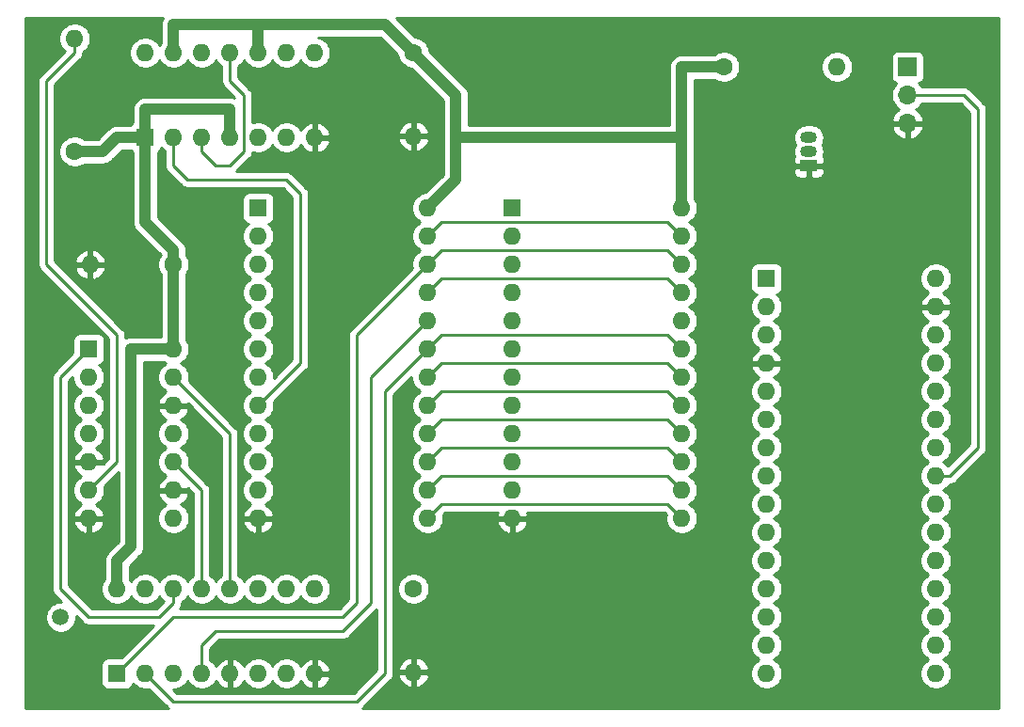
<source format=gbr>
%TF.GenerationSoftware,KiCad,Pcbnew,(5.1.9)-1*%
%TF.CreationDate,2021-04-24T11:27:16-04:00*%
%TF.ProjectId,io_i2c,696f5f69-3263-42e6-9b69-6361645f7063,rev?*%
%TF.SameCoordinates,Original*%
%TF.FileFunction,Copper,L2,Bot*%
%TF.FilePolarity,Positive*%
%FSLAX46Y46*%
G04 Gerber Fmt 4.6, Leading zero omitted, Abs format (unit mm)*
G04 Created by KiCad (PCBNEW (5.1.9)-1) date 2021-04-24 11:27:16*
%MOMM*%
%LPD*%
G01*
G04 APERTURE LIST*
%TA.AperFunction,ComponentPad*%
%ADD10O,1.600000X1.600000*%
%TD*%
%TA.AperFunction,ComponentPad*%
%ADD11R,1.600000X1.600000*%
%TD*%
%TA.AperFunction,ComponentPad*%
%ADD12C,1.500000*%
%TD*%
%TA.AperFunction,ComponentPad*%
%ADD13C,1.600000*%
%TD*%
%TA.AperFunction,ComponentPad*%
%ADD14O,1.700000X1.700000*%
%TD*%
%TA.AperFunction,ComponentPad*%
%ADD15R,1.700000X1.700000*%
%TD*%
%TA.AperFunction,ComponentPad*%
%ADD16R,1.500000X1.050000*%
%TD*%
%TA.AperFunction,ComponentPad*%
%ADD17O,1.500000X1.050000*%
%TD*%
%TA.AperFunction,Conductor*%
%ADD18C,0.250000*%
%TD*%
%TA.AperFunction,Conductor*%
%ADD19C,1.000000*%
%TD*%
%TA.AperFunction,Conductor*%
%ADD20C,0.254000*%
%TD*%
%TA.AperFunction,Conductor*%
%ADD21C,0.100000*%
%TD*%
G04 APERTURE END LIST*
D10*
%TO.P,U4,16*%
%TO.N,+5V*%
X46990000Y-90170000D03*
%TO.P,U4,8*%
%TO.N,GND*%
X64770000Y-97790000D03*
%TO.P,U4,15*%
%TO.N,Net-(U3-Pad4)*%
X49530000Y-90170000D03*
%TO.P,U4,7*%
%TO.N,N/C*%
X62230000Y-97790000D03*
%TO.P,U4,14*%
%TO.N,Net-(U2-Pad11)*%
X52070000Y-90170000D03*
%TO.P,U4,6*%
%TO.N,+5V*%
X59690000Y-97790000D03*
%TO.P,U4,13*%
%TO.N,Net-(U3-Pad10)*%
X54610000Y-90170000D03*
%TO.P,U4,5*%
%TO.N,GND*%
X57150000Y-97790000D03*
%TO.P,U4,12*%
%TO.N,Net-(U3-Pad13)*%
X57150000Y-90170000D03*
%TO.P,U4,4*%
%TO.N,Net-(J1-Pad20)*%
X54610000Y-97790000D03*
%TO.P,U4,11*%
%TO.N,N/C*%
X59690000Y-90170000D03*
%TO.P,U4,3*%
%TO.N,Net-(JP1-Pad1)*%
X52070000Y-97790000D03*
%TO.P,U4,10*%
%TO.N,N/C*%
X62230000Y-90170000D03*
%TO.P,U4,2*%
%TO.N,/A10*%
X49530000Y-97790000D03*
%TO.P,U4,9*%
%TO.N,N/C*%
X64770000Y-90170000D03*
D11*
%TO.P,U4,1*%
%TO.N,/A9*%
X46990000Y-97790000D03*
%TD*%
D12*
%TO.P,TP1,1*%
%TO.N,Net-(JP1-Pad1)*%
X41910000Y-92710000D03*
%TD*%
D10*
%TO.P,U1,24*%
%TO.N,+5V*%
X97790000Y-55880000D03*
%TO.P,U1,12*%
%TO.N,GND*%
X82550000Y-83820000D03*
%TO.P,U1,23*%
%TO.N,/A8*%
X97790000Y-58420000D03*
%TO.P,U1,11*%
%TO.N,/D2*%
X82550000Y-81280000D03*
%TO.P,U1,22*%
%TO.N,/A9*%
X97790000Y-60960000D03*
%TO.P,U1,10*%
%TO.N,/D1*%
X82550000Y-78740000D03*
%TO.P,U1,21*%
%TO.N,/VPP*%
X97790000Y-63500000D03*
%TO.P,U1,9*%
%TO.N,/D0*%
X82550000Y-76200000D03*
%TO.P,U1,20*%
%TO.N,Net-(R2-Pad2)*%
X97790000Y-66040000D03*
%TO.P,U1,8*%
%TO.N,/A0*%
X82550000Y-73660000D03*
%TO.P,U1,19*%
%TO.N,/A10*%
X97790000Y-68580000D03*
%TO.P,U1,7*%
%TO.N,/A1*%
X82550000Y-71120000D03*
%TO.P,U1,18*%
%TO.N,/~CE*%
X97790000Y-71120000D03*
%TO.P,U1,6*%
%TO.N,/A2*%
X82550000Y-68580000D03*
%TO.P,U1,17*%
%TO.N,/D7*%
X97790000Y-73660000D03*
%TO.P,U1,5*%
%TO.N,/A3*%
X82550000Y-66040000D03*
%TO.P,U1,16*%
%TO.N,/D6*%
X97790000Y-76200000D03*
%TO.P,U1,4*%
%TO.N,/A4*%
X82550000Y-63500000D03*
%TO.P,U1,15*%
%TO.N,/D5*%
X97790000Y-78740000D03*
%TO.P,U1,3*%
%TO.N,/A5*%
X82550000Y-60960000D03*
%TO.P,U1,14*%
%TO.N,/D4*%
X97790000Y-81280000D03*
%TO.P,U1,2*%
%TO.N,/A6*%
X82550000Y-58420000D03*
%TO.P,U1,13*%
%TO.N,/D3*%
X97790000Y-83820000D03*
D11*
%TO.P,U1,1*%
%TO.N,/A7*%
X82550000Y-55880000D03*
%TD*%
D10*
%TO.P,C3,2*%
%TO.N,GND*%
X44570000Y-60960000D03*
D13*
%TO.P,C3,1*%
%TO.N,+5V*%
X52070000Y-60960000D03*
%TD*%
D10*
%TO.P,C2,2*%
%TO.N,GND*%
X73660000Y-97670000D03*
D13*
%TO.P,C2,1*%
%TO.N,+5V*%
X73660000Y-90170000D03*
%TD*%
D10*
%TO.P,C1,2*%
%TO.N,GND*%
X73660000Y-49410000D03*
D13*
%TO.P,C1,1*%
%TO.N,+5V*%
X73660000Y-41910000D03*
%TD*%
D10*
%TO.P,R1,2*%
%TO.N,/SDA*%
X111760000Y-43180000D03*
D13*
%TO.P,R1,1*%
%TO.N,+5V*%
X101600000Y-43180000D03*
%TD*%
D10*
%TO.P,R2,2*%
%TO.N,Net-(R2-Pad2)*%
X43180000Y-40640000D03*
D13*
%TO.P,R2,1*%
%TO.N,+5V*%
X43180000Y-50800000D03*
%TD*%
D14*
%TO.P,J2,3*%
%TO.N,GND*%
X118110000Y-48260000D03*
%TO.P,J2,2*%
%TO.N,/SDA*%
X118110000Y-45720000D03*
D15*
%TO.P,J2,1*%
%TO.N,/SCK*%
X118110000Y-43180000D03*
%TD*%
D16*
%TO.P,Q1,1*%
%TO.N,GND*%
X109220000Y-52070000D03*
D17*
%TO.P,Q1,3*%
%TO.N,/SDA*%
X109220000Y-49530000D03*
%TO.P,Q1,2*%
%TO.N,Net-(Q1-Pad2)*%
X109220000Y-50800000D03*
%TD*%
D10*
%TO.P,U3,14*%
%TO.N,+5V*%
X52070000Y-68580000D03*
%TO.P,U3,7*%
%TO.N,GND*%
X44450000Y-83820000D03*
%TO.P,U3,13*%
%TO.N,Net-(U3-Pad13)*%
X52070000Y-71120000D03*
%TO.P,U3,6*%
%TO.N,Net-(R2-Pad2)*%
X44450000Y-81280000D03*
%TO.P,U3,12*%
%TO.N,GND*%
X52070000Y-73660000D03*
%TO.P,U3,5*%
X44450000Y-78740000D03*
%TO.P,U3,11*%
%TO.N,Net-(R2-Pad2)*%
X52070000Y-76200000D03*
%TO.P,U3,4*%
%TO.N,Net-(U3-Pad4)*%
X44450000Y-76200000D03*
%TO.P,U3,10*%
%TO.N,Net-(U3-Pad10)*%
X52070000Y-78740000D03*
%TO.P,U3,3*%
%TO.N,/D0*%
X44450000Y-73660000D03*
%TO.P,U3,9*%
%TO.N,GND*%
X52070000Y-81280000D03*
%TO.P,U3,2*%
%TO.N,/SDA*%
X44450000Y-71120000D03*
%TO.P,U3,8*%
%TO.N,Net-(R2-Pad2)*%
X52070000Y-83820000D03*
D11*
%TO.P,U3,1*%
%TO.N,Net-(U2-Pad11)*%
X44450000Y-68580000D03*
%TD*%
D10*
%TO.P,U2,14*%
%TO.N,+5V*%
X49530000Y-41910000D03*
%TO.P,U2,7*%
%TO.N,GND*%
X64770000Y-49530000D03*
%TO.P,U2,13*%
%TO.N,+5V*%
X52070000Y-41910000D03*
%TO.P,U2,6*%
%TO.N,N/C*%
X62230000Y-49530000D03*
%TO.P,U2,12*%
%TO.N,/A1*%
X54610000Y-41910000D03*
%TO.P,U2,5*%
%TO.N,/SCK*%
X59690000Y-49530000D03*
%TO.P,U2,11*%
%TO.N,Net-(U2-Pad11)*%
X57150000Y-41910000D03*
%TO.P,U2,4*%
%TO.N,+5V*%
X57150000Y-49530000D03*
%TO.P,U2,10*%
X59690000Y-41910000D03*
%TO.P,U2,3*%
%TO.N,Net-(U2-Pad11)*%
X54610000Y-49530000D03*
%TO.P,U2,9*%
%TO.N,Net-(Q1-Pad2)*%
X62230000Y-41910000D03*
%TO.P,U2,2*%
%TO.N,/A0*%
X52070000Y-49530000D03*
%TO.P,U2,8*%
%TO.N,N/C*%
X64770000Y-41910000D03*
D11*
%TO.P,U2,1*%
%TO.N,+5V*%
X49530000Y-49530000D03*
%TD*%
D10*
%TO.P,J1,24*%
%TO.N,+5V*%
X74930000Y-55880000D03*
%TO.P,J1,12*%
%TO.N,GND*%
X59690000Y-83820000D03*
%TO.P,J1,23*%
%TO.N,/A8*%
X74930000Y-58420000D03*
%TO.P,J1,11*%
%TO.N,/D2*%
X59690000Y-81280000D03*
%TO.P,J1,22*%
%TO.N,/A9*%
X74930000Y-60960000D03*
%TO.P,J1,10*%
%TO.N,/D1*%
X59690000Y-78740000D03*
%TO.P,J1,21*%
%TO.N,/VPP*%
X74930000Y-63500000D03*
%TO.P,J1,9*%
%TO.N,/D0*%
X59690000Y-76200000D03*
%TO.P,J1,20*%
%TO.N,Net-(J1-Pad20)*%
X74930000Y-66040000D03*
%TO.P,J1,8*%
%TO.N,/A0*%
X59690000Y-73660000D03*
%TO.P,J1,19*%
%TO.N,/A10*%
X74930000Y-68580000D03*
%TO.P,J1,7*%
%TO.N,/A1*%
X59690000Y-71120000D03*
%TO.P,J1,18*%
%TO.N,/~CE*%
X74930000Y-71120000D03*
%TO.P,J1,6*%
%TO.N,/A2*%
X59690000Y-68580000D03*
%TO.P,J1,17*%
%TO.N,/D7*%
X74930000Y-73660000D03*
%TO.P,J1,5*%
%TO.N,/A3*%
X59690000Y-66040000D03*
%TO.P,J1,16*%
%TO.N,/D6*%
X74930000Y-76200000D03*
%TO.P,J1,4*%
%TO.N,/A4*%
X59690000Y-63500000D03*
%TO.P,J1,15*%
%TO.N,/D5*%
X74930000Y-78740000D03*
%TO.P,J1,3*%
%TO.N,/A5*%
X59690000Y-60960000D03*
%TO.P,J1,14*%
%TO.N,/D4*%
X74930000Y-81280000D03*
%TO.P,J1,2*%
%TO.N,/A6*%
X59690000Y-58420000D03*
%TO.P,J1,13*%
%TO.N,/D3*%
X74930000Y-83820000D03*
D11*
%TO.P,J1,1*%
%TO.N,/A7*%
X59690000Y-55880000D03*
%TD*%
D10*
%TO.P,A1,16*%
%TO.N,N/C*%
X120650000Y-97790000D03*
%TO.P,A1,15*%
X105410000Y-97790000D03*
%TO.P,A1,30*%
X120650000Y-62230000D03*
%TO.P,A1,14*%
X105410000Y-95250000D03*
%TO.P,A1,29*%
%TO.N,GND*%
X120650000Y-64770000D03*
%TO.P,A1,13*%
%TO.N,N/C*%
X105410000Y-92710000D03*
%TO.P,A1,28*%
X120650000Y-67310000D03*
%TO.P,A1,12*%
X105410000Y-90170000D03*
%TO.P,A1,27*%
X120650000Y-69850000D03*
%TO.P,A1,11*%
X105410000Y-87630000D03*
%TO.P,A1,26*%
X120650000Y-72390000D03*
%TO.P,A1,10*%
X105410000Y-85090000D03*
%TO.P,A1,25*%
X120650000Y-74930000D03*
%TO.P,A1,9*%
X105410000Y-82550000D03*
%TO.P,A1,24*%
%TO.N,/SCK*%
X120650000Y-77470000D03*
%TO.P,A1,8*%
%TO.N,N/C*%
X105410000Y-80010000D03*
%TO.P,A1,23*%
%TO.N,/SDA*%
X120650000Y-80010000D03*
%TO.P,A1,7*%
%TO.N,N/C*%
X105410000Y-77470000D03*
%TO.P,A1,22*%
X120650000Y-82550000D03*
%TO.P,A1,6*%
X105410000Y-74930000D03*
%TO.P,A1,21*%
X120650000Y-85090000D03*
%TO.P,A1,5*%
X105410000Y-72390000D03*
%TO.P,A1,20*%
X120650000Y-87630000D03*
%TO.P,A1,4*%
%TO.N,GND*%
X105410000Y-69850000D03*
%TO.P,A1,19*%
%TO.N,N/C*%
X120650000Y-90170000D03*
%TO.P,A1,3*%
X105410000Y-67310000D03*
%TO.P,A1,18*%
X120650000Y-92710000D03*
%TO.P,A1,2*%
X105410000Y-64770000D03*
%TO.P,A1,17*%
X120650000Y-95250000D03*
D11*
%TO.P,A1,1*%
X105410000Y-62230000D03*
%TD*%
D18*
%TO.N,/SDA*%
X120650000Y-80010000D02*
X121920000Y-80010000D01*
X121920000Y-80010000D02*
X124460000Y-77470000D01*
X124460000Y-77470000D02*
X124460000Y-46990000D01*
X123190000Y-45720000D02*
X118110000Y-45720000D01*
X124460000Y-46990000D02*
X123190000Y-45720000D01*
D19*
%TO.N,+5V*%
X46990000Y-90170000D02*
X46990000Y-87630000D01*
X46990000Y-87630000D02*
X48260000Y-86360000D01*
X48260000Y-86360000D02*
X48260000Y-68580000D01*
X48260000Y-68580000D02*
X52070000Y-68580000D01*
X52070000Y-68580000D02*
X52070000Y-60960000D01*
X52070000Y-60960000D02*
X52070000Y-59690000D01*
X52070000Y-59690000D02*
X49530000Y-57150000D01*
X43180000Y-50800000D02*
X45720000Y-50800000D01*
X45720000Y-50800000D02*
X46990000Y-49530000D01*
X49530000Y-49530000D02*
X46990000Y-49530000D01*
X74930000Y-55880000D02*
X77470000Y-53340000D01*
X77470000Y-45720000D02*
X73660000Y-41910000D01*
X73660000Y-41910000D02*
X71120000Y-39370000D01*
X71120000Y-39370000D02*
X59690000Y-39370000D01*
X59690000Y-39370000D02*
X59690000Y-41910000D01*
X59690000Y-39370000D02*
X52070000Y-39370000D01*
X52070000Y-39370000D02*
X52070000Y-41910000D01*
X97790000Y-53340000D02*
X97790000Y-55880000D01*
X97790000Y-43180000D02*
X101600000Y-43180000D01*
X77470000Y-49530000D02*
X97790000Y-49530000D01*
X97790000Y-49530000D02*
X97790000Y-43180000D01*
X97790000Y-53340000D02*
X97790000Y-49530000D01*
X77470000Y-53340000D02*
X77470000Y-49530000D01*
X77470000Y-49530000D02*
X77470000Y-45720000D01*
X49530000Y-57150000D02*
X49530000Y-52070000D01*
X49530000Y-52070000D02*
X49530000Y-49530000D01*
X57150000Y-46990000D02*
X57150000Y-49530000D01*
X49530000Y-46990000D02*
X57150000Y-46990000D01*
X49530000Y-49530000D02*
X49530000Y-46990000D01*
D18*
%TO.N,/A8*%
X74930000Y-58420000D02*
X76200000Y-57150000D01*
X76200000Y-57150000D02*
X96520000Y-57150000D01*
X96520000Y-57150000D02*
X97790000Y-58420000D01*
%TO.N,/A9*%
X97790000Y-60960000D02*
X96520000Y-59690000D01*
X96520000Y-59690000D02*
X76200000Y-59690000D01*
X76200000Y-59690000D02*
X74930000Y-60960000D01*
X74930000Y-60960000D02*
X68580000Y-67310000D01*
X68580000Y-67310000D02*
X68580000Y-91440000D01*
X68580000Y-91440000D02*
X67310000Y-92710000D01*
X67310000Y-92710000D02*
X52070000Y-92710000D01*
X52070000Y-92710000D02*
X46990000Y-97790000D01*
%TO.N,/VPP*%
X74930000Y-63500000D02*
X76200000Y-62230000D01*
X76200000Y-62230000D02*
X96520000Y-62230000D01*
X96520000Y-62230000D02*
X97790000Y-63500000D01*
%TO.N,Net-(J1-Pad20)*%
X69850000Y-71120000D02*
X74930000Y-66040000D01*
X67310000Y-93980000D02*
X69850000Y-91440000D01*
X54610000Y-95250000D02*
X55880000Y-93980000D01*
X69850000Y-91440000D02*
X69850000Y-71120000D01*
X55880000Y-93980000D02*
X67310000Y-93980000D01*
X54610000Y-97790000D02*
X54610000Y-95250000D01*
%TO.N,/A0*%
X59690000Y-73660000D02*
X63500000Y-69850000D01*
X52070000Y-49530000D02*
X52070000Y-50800000D01*
X63500000Y-69850000D02*
X63500000Y-54610000D01*
X63500000Y-54610000D02*
X62230000Y-53340000D01*
X62230000Y-53340000D02*
X53340000Y-53340000D01*
X53340000Y-53340000D02*
X52070000Y-52070000D01*
X52070000Y-52070000D02*
X52070000Y-49530000D01*
%TO.N,/A10*%
X97790000Y-68580000D02*
X96520000Y-67310000D01*
X96520000Y-67310000D02*
X76200000Y-67310000D01*
X76200000Y-67310000D02*
X74930000Y-68580000D01*
X74930000Y-68580000D02*
X71120000Y-72390000D01*
X71120000Y-72390000D02*
X71120000Y-97790000D01*
X71120000Y-97790000D02*
X68580000Y-100330000D01*
X52070000Y-100330000D02*
X49530000Y-97790000D01*
X68580000Y-100330000D02*
X52070000Y-100330000D01*
%TO.N,/~CE*%
X74930000Y-71120000D02*
X76200000Y-69850000D01*
X76200000Y-69850000D02*
X96520000Y-69850000D01*
X96520000Y-69850000D02*
X97790000Y-71120000D01*
%TO.N,/D7*%
X97790000Y-73660000D02*
X96520000Y-72390000D01*
X96520000Y-72390000D02*
X76200000Y-72390000D01*
X76200000Y-72390000D02*
X74930000Y-73660000D01*
%TO.N,/D6*%
X74930000Y-76200000D02*
X76200000Y-74930000D01*
X76200000Y-74930000D02*
X96520000Y-74930000D01*
X96520000Y-74930000D02*
X97790000Y-76200000D01*
%TO.N,/D5*%
X97790000Y-78740000D02*
X96520000Y-77470000D01*
X96520000Y-77470000D02*
X76200000Y-77470000D01*
X76200000Y-77470000D02*
X74930000Y-78740000D01*
%TO.N,/D4*%
X74930000Y-81280000D02*
X76200000Y-80010000D01*
X76200000Y-80010000D02*
X96520000Y-80010000D01*
X96520000Y-80010000D02*
X97790000Y-81280000D01*
%TO.N,/D3*%
X97790000Y-83820000D02*
X96520000Y-82550000D01*
X96520000Y-82550000D02*
X76200000Y-82550000D01*
X76200000Y-82550000D02*
X74930000Y-83820000D01*
%TO.N,Net-(U2-Pad11)*%
X52070000Y-90170000D02*
X52070000Y-91440000D01*
X52070000Y-91440000D02*
X50800000Y-92710000D01*
X50800000Y-92710000D02*
X44450000Y-92710000D01*
X44450000Y-92710000D02*
X41910000Y-90170000D01*
X41910000Y-90170000D02*
X41910000Y-71120000D01*
X41910000Y-71120000D02*
X44450000Y-68580000D01*
X57150000Y-41910000D02*
X57150000Y-44450000D01*
X57150000Y-44450000D02*
X58420000Y-45720000D01*
X58420000Y-45720000D02*
X58420000Y-50800000D01*
X58420000Y-50800000D02*
X57150000Y-52070000D01*
X57150000Y-52070000D02*
X55880000Y-52070000D01*
X55880000Y-52070000D02*
X54610000Y-50800000D01*
X54610000Y-50800000D02*
X54610000Y-49530000D01*
%TO.N,Net-(U3-Pad13)*%
X57150000Y-90170000D02*
X57150000Y-76200000D01*
X57150000Y-76200000D02*
X52070000Y-71120000D01*
%TO.N,Net-(R2-Pad2)*%
X46990000Y-78740000D02*
X44450000Y-81280000D01*
X46990000Y-67310000D02*
X46990000Y-78740000D01*
X40640000Y-44450000D02*
X40640000Y-60960000D01*
X43180000Y-41910000D02*
X40640000Y-44450000D01*
X40640000Y-60960000D02*
X46990000Y-67310000D01*
X43180000Y-40640000D02*
X43180000Y-41910000D01*
%TO.N,Net-(U3-Pad10)*%
X54610000Y-90170000D02*
X54610000Y-81280000D01*
X54610000Y-81280000D02*
X52070000Y-78740000D01*
%TD*%
D20*
%TO.N,GND*%
X51016324Y-38933553D02*
X50951423Y-39147501D01*
X50929509Y-39370000D01*
X50935000Y-39425752D01*
X50935001Y-41025715D01*
X50800000Y-41227759D01*
X50644637Y-40995241D01*
X50444759Y-40795363D01*
X50209727Y-40638320D01*
X49948574Y-40530147D01*
X49671335Y-40475000D01*
X49388665Y-40475000D01*
X49111426Y-40530147D01*
X48850273Y-40638320D01*
X48615241Y-40795363D01*
X48415363Y-40995241D01*
X48258320Y-41230273D01*
X48150147Y-41491426D01*
X48095000Y-41768665D01*
X48095000Y-42051335D01*
X48150147Y-42328574D01*
X48258320Y-42589727D01*
X48415363Y-42824759D01*
X48615241Y-43024637D01*
X48850273Y-43181680D01*
X49111426Y-43289853D01*
X49388665Y-43345000D01*
X49671335Y-43345000D01*
X49948574Y-43289853D01*
X50209727Y-43181680D01*
X50444759Y-43024637D01*
X50644637Y-42824759D01*
X50800000Y-42592241D01*
X50955363Y-42824759D01*
X51155241Y-43024637D01*
X51390273Y-43181680D01*
X51651426Y-43289853D01*
X51928665Y-43345000D01*
X52211335Y-43345000D01*
X52488574Y-43289853D01*
X52749727Y-43181680D01*
X52984759Y-43024637D01*
X53184637Y-42824759D01*
X53340000Y-42592241D01*
X53495363Y-42824759D01*
X53695241Y-43024637D01*
X53930273Y-43181680D01*
X54191426Y-43289853D01*
X54468665Y-43345000D01*
X54751335Y-43345000D01*
X55028574Y-43289853D01*
X55289727Y-43181680D01*
X55524759Y-43024637D01*
X55724637Y-42824759D01*
X55880000Y-42592241D01*
X56035363Y-42824759D01*
X56235241Y-43024637D01*
X56390000Y-43128044D01*
X56390001Y-44412667D01*
X56386324Y-44450000D01*
X56390001Y-44487333D01*
X56400998Y-44598986D01*
X56414180Y-44642442D01*
X56444454Y-44742246D01*
X56515026Y-44874276D01*
X56585379Y-44960000D01*
X56610000Y-44990001D01*
X56638998Y-45013799D01*
X57550669Y-45925471D01*
X57372499Y-45871423D01*
X57205752Y-45855000D01*
X57205751Y-45855000D01*
X57150000Y-45849509D01*
X57094248Y-45855000D01*
X49585752Y-45855000D01*
X49530000Y-45849509D01*
X49474249Y-45855000D01*
X49474248Y-45855000D01*
X49307501Y-45871423D01*
X49093553Y-45936324D01*
X48896377Y-46041716D01*
X48723551Y-46183551D01*
X48581716Y-46356377D01*
X48476324Y-46553553D01*
X48411423Y-46767501D01*
X48389509Y-46990000D01*
X48395001Y-47045761D01*
X48395001Y-48189043D01*
X48375506Y-48199463D01*
X48278815Y-48278815D01*
X48199463Y-48375506D01*
X48189043Y-48395000D01*
X47045743Y-48395000D01*
X46989999Y-48389510D01*
X46934255Y-48395000D01*
X46934248Y-48395000D01*
X46788493Y-48409356D01*
X46767500Y-48411423D01*
X46717705Y-48426529D01*
X46553553Y-48476324D01*
X46356377Y-48581716D01*
X46183551Y-48723551D01*
X46148008Y-48766860D01*
X45249869Y-49665000D01*
X44064284Y-49665000D01*
X43859727Y-49528320D01*
X43598574Y-49420147D01*
X43321335Y-49365000D01*
X43038665Y-49365000D01*
X42761426Y-49420147D01*
X42500273Y-49528320D01*
X42265241Y-49685363D01*
X42065363Y-49885241D01*
X41908320Y-50120273D01*
X41800147Y-50381426D01*
X41745000Y-50658665D01*
X41745000Y-50941335D01*
X41800147Y-51218574D01*
X41908320Y-51479727D01*
X42065363Y-51714759D01*
X42265241Y-51914637D01*
X42500273Y-52071680D01*
X42761426Y-52179853D01*
X43038665Y-52235000D01*
X43321335Y-52235000D01*
X43598574Y-52179853D01*
X43859727Y-52071680D01*
X44064284Y-51935000D01*
X45664249Y-51935000D01*
X45720000Y-51940491D01*
X45775751Y-51935000D01*
X45775752Y-51935000D01*
X45942499Y-51918577D01*
X46156447Y-51853676D01*
X46353623Y-51748284D01*
X46526449Y-51606449D01*
X46561996Y-51563135D01*
X47460132Y-50665000D01*
X48189043Y-50665000D01*
X48199463Y-50684494D01*
X48278815Y-50781185D01*
X48375506Y-50860537D01*
X48395000Y-50870957D01*
X48395000Y-52125751D01*
X48395001Y-52125761D01*
X48395000Y-57094248D01*
X48389509Y-57150000D01*
X48395000Y-57205751D01*
X48411423Y-57372498D01*
X48476324Y-57586446D01*
X48581716Y-57783623D01*
X48723551Y-57956449D01*
X48766865Y-57991996D01*
X50901188Y-60126320D01*
X50798320Y-60280273D01*
X50690147Y-60541426D01*
X50635000Y-60818665D01*
X50635000Y-61101335D01*
X50690147Y-61378574D01*
X50798320Y-61639727D01*
X50935001Y-61844285D01*
X50935000Y-67445000D01*
X48315752Y-67445000D01*
X48260000Y-67439509D01*
X48204249Y-67445000D01*
X48204248Y-67445000D01*
X48037501Y-67461423D01*
X47823553Y-67526324D01*
X47750000Y-67565639D01*
X47750000Y-67347322D01*
X47753676Y-67309999D01*
X47750000Y-67272676D01*
X47750000Y-67272667D01*
X47739003Y-67161014D01*
X47695546Y-67017753D01*
X47624975Y-66885725D01*
X47624974Y-66885723D01*
X47553799Y-66798997D01*
X47530001Y-66769999D01*
X47501003Y-66746201D01*
X42063841Y-61309039D01*
X43178096Y-61309039D01*
X43218754Y-61443087D01*
X43338963Y-61697420D01*
X43506481Y-61923414D01*
X43714869Y-62112385D01*
X43956119Y-62257070D01*
X44220960Y-62351909D01*
X44443000Y-62230624D01*
X44443000Y-61087000D01*
X44697000Y-61087000D01*
X44697000Y-62230624D01*
X44919040Y-62351909D01*
X45183881Y-62257070D01*
X45425131Y-62112385D01*
X45633519Y-61923414D01*
X45801037Y-61697420D01*
X45921246Y-61443087D01*
X45961904Y-61309039D01*
X45839915Y-61087000D01*
X44697000Y-61087000D01*
X44443000Y-61087000D01*
X43300085Y-61087000D01*
X43178096Y-61309039D01*
X42063841Y-61309039D01*
X41400000Y-60645199D01*
X41400000Y-60610961D01*
X43178096Y-60610961D01*
X43300085Y-60833000D01*
X44443000Y-60833000D01*
X44443000Y-59689376D01*
X44697000Y-59689376D01*
X44697000Y-60833000D01*
X45839915Y-60833000D01*
X45961904Y-60610961D01*
X45921246Y-60476913D01*
X45801037Y-60222580D01*
X45633519Y-59996586D01*
X45425131Y-59807615D01*
X45183881Y-59662930D01*
X44919040Y-59568091D01*
X44697000Y-59689376D01*
X44443000Y-59689376D01*
X44220960Y-59568091D01*
X43956119Y-59662930D01*
X43714869Y-59807615D01*
X43506481Y-59996586D01*
X43338963Y-60222580D01*
X43218754Y-60476913D01*
X43178096Y-60610961D01*
X41400000Y-60610961D01*
X41400000Y-44764801D01*
X43691008Y-42473795D01*
X43720001Y-42450001D01*
X43743795Y-42421008D01*
X43743799Y-42421004D01*
X43801811Y-42350315D01*
X43814974Y-42334276D01*
X43885546Y-42202247D01*
X43929003Y-42058986D01*
X43940000Y-41947333D01*
X43940000Y-41947324D01*
X43943676Y-41910001D01*
X43940000Y-41872678D01*
X43940000Y-41858043D01*
X44094759Y-41754637D01*
X44294637Y-41554759D01*
X44451680Y-41319727D01*
X44559853Y-41058574D01*
X44615000Y-40781335D01*
X44615000Y-40498665D01*
X44559853Y-40221426D01*
X44451680Y-39960273D01*
X44294637Y-39725241D01*
X44094759Y-39525363D01*
X43859727Y-39368320D01*
X43598574Y-39260147D01*
X43321335Y-39205000D01*
X43038665Y-39205000D01*
X42761426Y-39260147D01*
X42500273Y-39368320D01*
X42265241Y-39525363D01*
X42065363Y-39725241D01*
X41908320Y-39960273D01*
X41800147Y-40221426D01*
X41745000Y-40498665D01*
X41745000Y-40781335D01*
X41800147Y-41058574D01*
X41908320Y-41319727D01*
X42065363Y-41554759D01*
X42262901Y-41752297D01*
X40129003Y-43886196D01*
X40099999Y-43909999D01*
X40044871Y-43977174D01*
X40005026Y-44025724D01*
X39968126Y-44094759D01*
X39934454Y-44157754D01*
X39890997Y-44301015D01*
X39880000Y-44412668D01*
X39880000Y-44412678D01*
X39876324Y-44450000D01*
X39880000Y-44487322D01*
X39880001Y-60922667D01*
X39876324Y-60960000D01*
X39880001Y-60997333D01*
X39890998Y-61108986D01*
X39904180Y-61152442D01*
X39934454Y-61252246D01*
X40005026Y-61384276D01*
X40072362Y-61466324D01*
X40100000Y-61500001D01*
X40128998Y-61523799D01*
X46230000Y-67624802D01*
X46230001Y-78425196D01*
X45744127Y-78911070D01*
X45719915Y-78867000D01*
X44577000Y-78867000D01*
X44577000Y-78887000D01*
X44323000Y-78887000D01*
X44323000Y-78867000D01*
X43180085Y-78867000D01*
X43058096Y-79089039D01*
X43098754Y-79223087D01*
X43218963Y-79477420D01*
X43386481Y-79703414D01*
X43594869Y-79892385D01*
X43780865Y-80003933D01*
X43770273Y-80008320D01*
X43535241Y-80165363D01*
X43335363Y-80365241D01*
X43178320Y-80600273D01*
X43070147Y-80861426D01*
X43015000Y-81138665D01*
X43015000Y-81421335D01*
X43070147Y-81698574D01*
X43178320Y-81959727D01*
X43335363Y-82194759D01*
X43535241Y-82394637D01*
X43770273Y-82551680D01*
X43780865Y-82556067D01*
X43594869Y-82667615D01*
X43386481Y-82856586D01*
X43218963Y-83082580D01*
X43098754Y-83336913D01*
X43058096Y-83470961D01*
X43180085Y-83693000D01*
X44323000Y-83693000D01*
X44323000Y-83673000D01*
X44577000Y-83673000D01*
X44577000Y-83693000D01*
X45719915Y-83693000D01*
X45841904Y-83470961D01*
X45801246Y-83336913D01*
X45681037Y-83082580D01*
X45513519Y-82856586D01*
X45305131Y-82667615D01*
X45119135Y-82556067D01*
X45129727Y-82551680D01*
X45364759Y-82394637D01*
X45564637Y-82194759D01*
X45721680Y-81959727D01*
X45829853Y-81698574D01*
X45885000Y-81421335D01*
X45885000Y-81138665D01*
X45848688Y-80956114D01*
X47125000Y-79679802D01*
X47125000Y-85889868D01*
X46226860Y-86788009D01*
X46183552Y-86823551D01*
X46041717Y-86996377D01*
X45985384Y-87101770D01*
X45936324Y-87193554D01*
X45871423Y-87407502D01*
X45849509Y-87630000D01*
X45855001Y-87685761D01*
X45855000Y-89285716D01*
X45718320Y-89490273D01*
X45610147Y-89751426D01*
X45555000Y-90028665D01*
X45555000Y-90311335D01*
X45610147Y-90588574D01*
X45718320Y-90849727D01*
X45875363Y-91084759D01*
X46075241Y-91284637D01*
X46310273Y-91441680D01*
X46571426Y-91549853D01*
X46848665Y-91605000D01*
X47131335Y-91605000D01*
X47408574Y-91549853D01*
X47669727Y-91441680D01*
X47904759Y-91284637D01*
X48104637Y-91084759D01*
X48260000Y-90852241D01*
X48415363Y-91084759D01*
X48615241Y-91284637D01*
X48850273Y-91441680D01*
X49111426Y-91549853D01*
X49388665Y-91605000D01*
X49671335Y-91605000D01*
X49948574Y-91549853D01*
X50209727Y-91441680D01*
X50444759Y-91284637D01*
X50644637Y-91084759D01*
X50800000Y-90852241D01*
X50955363Y-91084759D01*
X51152901Y-91282297D01*
X50485199Y-91950000D01*
X44764803Y-91950000D01*
X42670000Y-89855199D01*
X42670000Y-84169039D01*
X43058096Y-84169039D01*
X43098754Y-84303087D01*
X43218963Y-84557420D01*
X43386481Y-84783414D01*
X43594869Y-84972385D01*
X43836119Y-85117070D01*
X44100960Y-85211909D01*
X44323000Y-85090624D01*
X44323000Y-83947000D01*
X44577000Y-83947000D01*
X44577000Y-85090624D01*
X44799040Y-85211909D01*
X45063881Y-85117070D01*
X45305131Y-84972385D01*
X45513519Y-84783414D01*
X45681037Y-84557420D01*
X45801246Y-84303087D01*
X45841904Y-84169039D01*
X45719915Y-83947000D01*
X44577000Y-83947000D01*
X44323000Y-83947000D01*
X43180085Y-83947000D01*
X43058096Y-84169039D01*
X42670000Y-84169039D01*
X42670000Y-71434801D01*
X43015000Y-71089801D01*
X43015000Y-71261335D01*
X43070147Y-71538574D01*
X43178320Y-71799727D01*
X43335363Y-72034759D01*
X43535241Y-72234637D01*
X43767759Y-72390000D01*
X43535241Y-72545363D01*
X43335363Y-72745241D01*
X43178320Y-72980273D01*
X43070147Y-73241426D01*
X43015000Y-73518665D01*
X43015000Y-73801335D01*
X43070147Y-74078574D01*
X43178320Y-74339727D01*
X43335363Y-74574759D01*
X43535241Y-74774637D01*
X43767759Y-74930000D01*
X43535241Y-75085363D01*
X43335363Y-75285241D01*
X43178320Y-75520273D01*
X43070147Y-75781426D01*
X43015000Y-76058665D01*
X43015000Y-76341335D01*
X43070147Y-76618574D01*
X43178320Y-76879727D01*
X43335363Y-77114759D01*
X43535241Y-77314637D01*
X43770273Y-77471680D01*
X43780865Y-77476067D01*
X43594869Y-77587615D01*
X43386481Y-77776586D01*
X43218963Y-78002580D01*
X43098754Y-78256913D01*
X43058096Y-78390961D01*
X43180085Y-78613000D01*
X44323000Y-78613000D01*
X44323000Y-78593000D01*
X44577000Y-78593000D01*
X44577000Y-78613000D01*
X45719915Y-78613000D01*
X45841904Y-78390961D01*
X45801246Y-78256913D01*
X45681037Y-78002580D01*
X45513519Y-77776586D01*
X45305131Y-77587615D01*
X45119135Y-77476067D01*
X45129727Y-77471680D01*
X45364759Y-77314637D01*
X45564637Y-77114759D01*
X45721680Y-76879727D01*
X45829853Y-76618574D01*
X45885000Y-76341335D01*
X45885000Y-76058665D01*
X45829853Y-75781426D01*
X45721680Y-75520273D01*
X45564637Y-75285241D01*
X45364759Y-75085363D01*
X45132241Y-74930000D01*
X45364759Y-74774637D01*
X45564637Y-74574759D01*
X45721680Y-74339727D01*
X45829853Y-74078574D01*
X45885000Y-73801335D01*
X45885000Y-73518665D01*
X45829853Y-73241426D01*
X45721680Y-72980273D01*
X45564637Y-72745241D01*
X45364759Y-72545363D01*
X45132241Y-72390000D01*
X45364759Y-72234637D01*
X45564637Y-72034759D01*
X45721680Y-71799727D01*
X45829853Y-71538574D01*
X45885000Y-71261335D01*
X45885000Y-70978665D01*
X45829853Y-70701426D01*
X45721680Y-70440273D01*
X45564637Y-70205241D01*
X45366039Y-70006643D01*
X45374482Y-70005812D01*
X45494180Y-69969502D01*
X45604494Y-69910537D01*
X45701185Y-69831185D01*
X45780537Y-69734494D01*
X45839502Y-69624180D01*
X45875812Y-69504482D01*
X45888072Y-69380000D01*
X45888072Y-67780000D01*
X45875812Y-67655518D01*
X45839502Y-67535820D01*
X45780537Y-67425506D01*
X45701185Y-67328815D01*
X45604494Y-67249463D01*
X45494180Y-67190498D01*
X45374482Y-67154188D01*
X45250000Y-67141928D01*
X43650000Y-67141928D01*
X43525518Y-67154188D01*
X43405820Y-67190498D01*
X43295506Y-67249463D01*
X43198815Y-67328815D01*
X43119463Y-67425506D01*
X43060498Y-67535820D01*
X43024188Y-67655518D01*
X43011928Y-67780000D01*
X43011928Y-68943270D01*
X41398998Y-70556201D01*
X41370000Y-70579999D01*
X41346202Y-70608997D01*
X41346201Y-70608998D01*
X41275026Y-70695724D01*
X41204454Y-70827754D01*
X41174180Y-70927558D01*
X41160998Y-70971014D01*
X41157908Y-71002385D01*
X41146324Y-71120000D01*
X41150001Y-71157333D01*
X41150000Y-90132678D01*
X41146324Y-90170000D01*
X41150000Y-90207322D01*
X41150000Y-90207332D01*
X41160997Y-90318985D01*
X41183297Y-90392498D01*
X41204454Y-90462246D01*
X41275026Y-90594276D01*
X41285014Y-90606446D01*
X41369999Y-90710001D01*
X41399003Y-90733804D01*
X41990199Y-91325000D01*
X41773589Y-91325000D01*
X41506011Y-91378225D01*
X41253957Y-91482629D01*
X41027114Y-91634201D01*
X40834201Y-91827114D01*
X40682629Y-92053957D01*
X40578225Y-92306011D01*
X40525000Y-92573589D01*
X40525000Y-92846411D01*
X40578225Y-93113989D01*
X40682629Y-93366043D01*
X40834201Y-93592886D01*
X41027114Y-93785799D01*
X41253957Y-93937371D01*
X41506011Y-94041775D01*
X41773589Y-94095000D01*
X42046411Y-94095000D01*
X42313989Y-94041775D01*
X42566043Y-93937371D01*
X42792886Y-93785799D01*
X42985799Y-93592886D01*
X43137371Y-93366043D01*
X43241775Y-93113989D01*
X43295000Y-92846411D01*
X43295000Y-92629803D01*
X43886205Y-93221008D01*
X43909999Y-93250001D01*
X43938992Y-93273795D01*
X43938996Y-93273799D01*
X44009685Y-93331811D01*
X44025724Y-93344974D01*
X44157753Y-93415546D01*
X44301014Y-93459003D01*
X44412667Y-93470000D01*
X44412676Y-93470000D01*
X44449999Y-93473676D01*
X44487322Y-93470000D01*
X50235198Y-93470000D01*
X47353271Y-96351928D01*
X46190000Y-96351928D01*
X46065518Y-96364188D01*
X45945820Y-96400498D01*
X45835506Y-96459463D01*
X45738815Y-96538815D01*
X45659463Y-96635506D01*
X45600498Y-96745820D01*
X45564188Y-96865518D01*
X45551928Y-96990000D01*
X45551928Y-98590000D01*
X45564188Y-98714482D01*
X45600498Y-98834180D01*
X45659463Y-98944494D01*
X45738815Y-99041185D01*
X45835506Y-99120537D01*
X45945820Y-99179502D01*
X46065518Y-99215812D01*
X46190000Y-99228072D01*
X47790000Y-99228072D01*
X47914482Y-99215812D01*
X48034180Y-99179502D01*
X48144494Y-99120537D01*
X48241185Y-99041185D01*
X48320537Y-98944494D01*
X48379502Y-98834180D01*
X48415812Y-98714482D01*
X48416643Y-98706039D01*
X48615241Y-98904637D01*
X48850273Y-99061680D01*
X49111426Y-99169853D01*
X49388665Y-99225000D01*
X49671335Y-99225000D01*
X49853886Y-99188688D01*
X51506205Y-100841008D01*
X51529999Y-100870001D01*
X51558992Y-100893795D01*
X51558996Y-100893799D01*
X51584830Y-100915000D01*
X38785000Y-100915000D01*
X38785000Y-38785000D01*
X51095727Y-38785000D01*
X51016324Y-38933553D01*
%TA.AperFunction,Conductor*%
D21*
G36*
X51016324Y-38933553D02*
G01*
X50951423Y-39147501D01*
X50929509Y-39370000D01*
X50935000Y-39425752D01*
X50935001Y-41025715D01*
X50800000Y-41227759D01*
X50644637Y-40995241D01*
X50444759Y-40795363D01*
X50209727Y-40638320D01*
X49948574Y-40530147D01*
X49671335Y-40475000D01*
X49388665Y-40475000D01*
X49111426Y-40530147D01*
X48850273Y-40638320D01*
X48615241Y-40795363D01*
X48415363Y-40995241D01*
X48258320Y-41230273D01*
X48150147Y-41491426D01*
X48095000Y-41768665D01*
X48095000Y-42051335D01*
X48150147Y-42328574D01*
X48258320Y-42589727D01*
X48415363Y-42824759D01*
X48615241Y-43024637D01*
X48850273Y-43181680D01*
X49111426Y-43289853D01*
X49388665Y-43345000D01*
X49671335Y-43345000D01*
X49948574Y-43289853D01*
X50209727Y-43181680D01*
X50444759Y-43024637D01*
X50644637Y-42824759D01*
X50800000Y-42592241D01*
X50955363Y-42824759D01*
X51155241Y-43024637D01*
X51390273Y-43181680D01*
X51651426Y-43289853D01*
X51928665Y-43345000D01*
X52211335Y-43345000D01*
X52488574Y-43289853D01*
X52749727Y-43181680D01*
X52984759Y-43024637D01*
X53184637Y-42824759D01*
X53340000Y-42592241D01*
X53495363Y-42824759D01*
X53695241Y-43024637D01*
X53930273Y-43181680D01*
X54191426Y-43289853D01*
X54468665Y-43345000D01*
X54751335Y-43345000D01*
X55028574Y-43289853D01*
X55289727Y-43181680D01*
X55524759Y-43024637D01*
X55724637Y-42824759D01*
X55880000Y-42592241D01*
X56035363Y-42824759D01*
X56235241Y-43024637D01*
X56390000Y-43128044D01*
X56390001Y-44412667D01*
X56386324Y-44450000D01*
X56390001Y-44487333D01*
X56400998Y-44598986D01*
X56414180Y-44642442D01*
X56444454Y-44742246D01*
X56515026Y-44874276D01*
X56585379Y-44960000D01*
X56610000Y-44990001D01*
X56638998Y-45013799D01*
X57550669Y-45925471D01*
X57372499Y-45871423D01*
X57205752Y-45855000D01*
X57205751Y-45855000D01*
X57150000Y-45849509D01*
X57094248Y-45855000D01*
X49585752Y-45855000D01*
X49530000Y-45849509D01*
X49474249Y-45855000D01*
X49474248Y-45855000D01*
X49307501Y-45871423D01*
X49093553Y-45936324D01*
X48896377Y-46041716D01*
X48723551Y-46183551D01*
X48581716Y-46356377D01*
X48476324Y-46553553D01*
X48411423Y-46767501D01*
X48389509Y-46990000D01*
X48395001Y-47045761D01*
X48395001Y-48189043D01*
X48375506Y-48199463D01*
X48278815Y-48278815D01*
X48199463Y-48375506D01*
X48189043Y-48395000D01*
X47045743Y-48395000D01*
X46989999Y-48389510D01*
X46934255Y-48395000D01*
X46934248Y-48395000D01*
X46788493Y-48409356D01*
X46767500Y-48411423D01*
X46717705Y-48426529D01*
X46553553Y-48476324D01*
X46356377Y-48581716D01*
X46183551Y-48723551D01*
X46148008Y-48766860D01*
X45249869Y-49665000D01*
X44064284Y-49665000D01*
X43859727Y-49528320D01*
X43598574Y-49420147D01*
X43321335Y-49365000D01*
X43038665Y-49365000D01*
X42761426Y-49420147D01*
X42500273Y-49528320D01*
X42265241Y-49685363D01*
X42065363Y-49885241D01*
X41908320Y-50120273D01*
X41800147Y-50381426D01*
X41745000Y-50658665D01*
X41745000Y-50941335D01*
X41800147Y-51218574D01*
X41908320Y-51479727D01*
X42065363Y-51714759D01*
X42265241Y-51914637D01*
X42500273Y-52071680D01*
X42761426Y-52179853D01*
X43038665Y-52235000D01*
X43321335Y-52235000D01*
X43598574Y-52179853D01*
X43859727Y-52071680D01*
X44064284Y-51935000D01*
X45664249Y-51935000D01*
X45720000Y-51940491D01*
X45775751Y-51935000D01*
X45775752Y-51935000D01*
X45942499Y-51918577D01*
X46156447Y-51853676D01*
X46353623Y-51748284D01*
X46526449Y-51606449D01*
X46561996Y-51563135D01*
X47460132Y-50665000D01*
X48189043Y-50665000D01*
X48199463Y-50684494D01*
X48278815Y-50781185D01*
X48375506Y-50860537D01*
X48395000Y-50870957D01*
X48395000Y-52125751D01*
X48395001Y-52125761D01*
X48395000Y-57094248D01*
X48389509Y-57150000D01*
X48395000Y-57205751D01*
X48411423Y-57372498D01*
X48476324Y-57586446D01*
X48581716Y-57783623D01*
X48723551Y-57956449D01*
X48766865Y-57991996D01*
X50901188Y-60126320D01*
X50798320Y-60280273D01*
X50690147Y-60541426D01*
X50635000Y-60818665D01*
X50635000Y-61101335D01*
X50690147Y-61378574D01*
X50798320Y-61639727D01*
X50935001Y-61844285D01*
X50935000Y-67445000D01*
X48315752Y-67445000D01*
X48260000Y-67439509D01*
X48204249Y-67445000D01*
X48204248Y-67445000D01*
X48037501Y-67461423D01*
X47823553Y-67526324D01*
X47750000Y-67565639D01*
X47750000Y-67347322D01*
X47753676Y-67309999D01*
X47750000Y-67272676D01*
X47750000Y-67272667D01*
X47739003Y-67161014D01*
X47695546Y-67017753D01*
X47624975Y-66885725D01*
X47624974Y-66885723D01*
X47553799Y-66798997D01*
X47530001Y-66769999D01*
X47501003Y-66746201D01*
X42063841Y-61309039D01*
X43178096Y-61309039D01*
X43218754Y-61443087D01*
X43338963Y-61697420D01*
X43506481Y-61923414D01*
X43714869Y-62112385D01*
X43956119Y-62257070D01*
X44220960Y-62351909D01*
X44443000Y-62230624D01*
X44443000Y-61087000D01*
X44697000Y-61087000D01*
X44697000Y-62230624D01*
X44919040Y-62351909D01*
X45183881Y-62257070D01*
X45425131Y-62112385D01*
X45633519Y-61923414D01*
X45801037Y-61697420D01*
X45921246Y-61443087D01*
X45961904Y-61309039D01*
X45839915Y-61087000D01*
X44697000Y-61087000D01*
X44443000Y-61087000D01*
X43300085Y-61087000D01*
X43178096Y-61309039D01*
X42063841Y-61309039D01*
X41400000Y-60645199D01*
X41400000Y-60610961D01*
X43178096Y-60610961D01*
X43300085Y-60833000D01*
X44443000Y-60833000D01*
X44443000Y-59689376D01*
X44697000Y-59689376D01*
X44697000Y-60833000D01*
X45839915Y-60833000D01*
X45961904Y-60610961D01*
X45921246Y-60476913D01*
X45801037Y-60222580D01*
X45633519Y-59996586D01*
X45425131Y-59807615D01*
X45183881Y-59662930D01*
X44919040Y-59568091D01*
X44697000Y-59689376D01*
X44443000Y-59689376D01*
X44220960Y-59568091D01*
X43956119Y-59662930D01*
X43714869Y-59807615D01*
X43506481Y-59996586D01*
X43338963Y-60222580D01*
X43218754Y-60476913D01*
X43178096Y-60610961D01*
X41400000Y-60610961D01*
X41400000Y-44764801D01*
X43691008Y-42473795D01*
X43720001Y-42450001D01*
X43743795Y-42421008D01*
X43743799Y-42421004D01*
X43801811Y-42350315D01*
X43814974Y-42334276D01*
X43885546Y-42202247D01*
X43929003Y-42058986D01*
X43940000Y-41947333D01*
X43940000Y-41947324D01*
X43943676Y-41910001D01*
X43940000Y-41872678D01*
X43940000Y-41858043D01*
X44094759Y-41754637D01*
X44294637Y-41554759D01*
X44451680Y-41319727D01*
X44559853Y-41058574D01*
X44615000Y-40781335D01*
X44615000Y-40498665D01*
X44559853Y-40221426D01*
X44451680Y-39960273D01*
X44294637Y-39725241D01*
X44094759Y-39525363D01*
X43859727Y-39368320D01*
X43598574Y-39260147D01*
X43321335Y-39205000D01*
X43038665Y-39205000D01*
X42761426Y-39260147D01*
X42500273Y-39368320D01*
X42265241Y-39525363D01*
X42065363Y-39725241D01*
X41908320Y-39960273D01*
X41800147Y-40221426D01*
X41745000Y-40498665D01*
X41745000Y-40781335D01*
X41800147Y-41058574D01*
X41908320Y-41319727D01*
X42065363Y-41554759D01*
X42262901Y-41752297D01*
X40129003Y-43886196D01*
X40099999Y-43909999D01*
X40044871Y-43977174D01*
X40005026Y-44025724D01*
X39968126Y-44094759D01*
X39934454Y-44157754D01*
X39890997Y-44301015D01*
X39880000Y-44412668D01*
X39880000Y-44412678D01*
X39876324Y-44450000D01*
X39880000Y-44487322D01*
X39880001Y-60922667D01*
X39876324Y-60960000D01*
X39880001Y-60997333D01*
X39890998Y-61108986D01*
X39904180Y-61152442D01*
X39934454Y-61252246D01*
X40005026Y-61384276D01*
X40072362Y-61466324D01*
X40100000Y-61500001D01*
X40128998Y-61523799D01*
X46230000Y-67624802D01*
X46230001Y-78425196D01*
X45744127Y-78911070D01*
X45719915Y-78867000D01*
X44577000Y-78867000D01*
X44577000Y-78887000D01*
X44323000Y-78887000D01*
X44323000Y-78867000D01*
X43180085Y-78867000D01*
X43058096Y-79089039D01*
X43098754Y-79223087D01*
X43218963Y-79477420D01*
X43386481Y-79703414D01*
X43594869Y-79892385D01*
X43780865Y-80003933D01*
X43770273Y-80008320D01*
X43535241Y-80165363D01*
X43335363Y-80365241D01*
X43178320Y-80600273D01*
X43070147Y-80861426D01*
X43015000Y-81138665D01*
X43015000Y-81421335D01*
X43070147Y-81698574D01*
X43178320Y-81959727D01*
X43335363Y-82194759D01*
X43535241Y-82394637D01*
X43770273Y-82551680D01*
X43780865Y-82556067D01*
X43594869Y-82667615D01*
X43386481Y-82856586D01*
X43218963Y-83082580D01*
X43098754Y-83336913D01*
X43058096Y-83470961D01*
X43180085Y-83693000D01*
X44323000Y-83693000D01*
X44323000Y-83673000D01*
X44577000Y-83673000D01*
X44577000Y-83693000D01*
X45719915Y-83693000D01*
X45841904Y-83470961D01*
X45801246Y-83336913D01*
X45681037Y-83082580D01*
X45513519Y-82856586D01*
X45305131Y-82667615D01*
X45119135Y-82556067D01*
X45129727Y-82551680D01*
X45364759Y-82394637D01*
X45564637Y-82194759D01*
X45721680Y-81959727D01*
X45829853Y-81698574D01*
X45885000Y-81421335D01*
X45885000Y-81138665D01*
X45848688Y-80956114D01*
X47125000Y-79679802D01*
X47125000Y-85889868D01*
X46226860Y-86788009D01*
X46183552Y-86823551D01*
X46041717Y-86996377D01*
X45985384Y-87101770D01*
X45936324Y-87193554D01*
X45871423Y-87407502D01*
X45849509Y-87630000D01*
X45855001Y-87685761D01*
X45855000Y-89285716D01*
X45718320Y-89490273D01*
X45610147Y-89751426D01*
X45555000Y-90028665D01*
X45555000Y-90311335D01*
X45610147Y-90588574D01*
X45718320Y-90849727D01*
X45875363Y-91084759D01*
X46075241Y-91284637D01*
X46310273Y-91441680D01*
X46571426Y-91549853D01*
X46848665Y-91605000D01*
X47131335Y-91605000D01*
X47408574Y-91549853D01*
X47669727Y-91441680D01*
X47904759Y-91284637D01*
X48104637Y-91084759D01*
X48260000Y-90852241D01*
X48415363Y-91084759D01*
X48615241Y-91284637D01*
X48850273Y-91441680D01*
X49111426Y-91549853D01*
X49388665Y-91605000D01*
X49671335Y-91605000D01*
X49948574Y-91549853D01*
X50209727Y-91441680D01*
X50444759Y-91284637D01*
X50644637Y-91084759D01*
X50800000Y-90852241D01*
X50955363Y-91084759D01*
X51152901Y-91282297D01*
X50485199Y-91950000D01*
X44764803Y-91950000D01*
X42670000Y-89855199D01*
X42670000Y-84169039D01*
X43058096Y-84169039D01*
X43098754Y-84303087D01*
X43218963Y-84557420D01*
X43386481Y-84783414D01*
X43594869Y-84972385D01*
X43836119Y-85117070D01*
X44100960Y-85211909D01*
X44323000Y-85090624D01*
X44323000Y-83947000D01*
X44577000Y-83947000D01*
X44577000Y-85090624D01*
X44799040Y-85211909D01*
X45063881Y-85117070D01*
X45305131Y-84972385D01*
X45513519Y-84783414D01*
X45681037Y-84557420D01*
X45801246Y-84303087D01*
X45841904Y-84169039D01*
X45719915Y-83947000D01*
X44577000Y-83947000D01*
X44323000Y-83947000D01*
X43180085Y-83947000D01*
X43058096Y-84169039D01*
X42670000Y-84169039D01*
X42670000Y-71434801D01*
X43015000Y-71089801D01*
X43015000Y-71261335D01*
X43070147Y-71538574D01*
X43178320Y-71799727D01*
X43335363Y-72034759D01*
X43535241Y-72234637D01*
X43767759Y-72390000D01*
X43535241Y-72545363D01*
X43335363Y-72745241D01*
X43178320Y-72980273D01*
X43070147Y-73241426D01*
X43015000Y-73518665D01*
X43015000Y-73801335D01*
X43070147Y-74078574D01*
X43178320Y-74339727D01*
X43335363Y-74574759D01*
X43535241Y-74774637D01*
X43767759Y-74930000D01*
X43535241Y-75085363D01*
X43335363Y-75285241D01*
X43178320Y-75520273D01*
X43070147Y-75781426D01*
X43015000Y-76058665D01*
X43015000Y-76341335D01*
X43070147Y-76618574D01*
X43178320Y-76879727D01*
X43335363Y-77114759D01*
X43535241Y-77314637D01*
X43770273Y-77471680D01*
X43780865Y-77476067D01*
X43594869Y-77587615D01*
X43386481Y-77776586D01*
X43218963Y-78002580D01*
X43098754Y-78256913D01*
X43058096Y-78390961D01*
X43180085Y-78613000D01*
X44323000Y-78613000D01*
X44323000Y-78593000D01*
X44577000Y-78593000D01*
X44577000Y-78613000D01*
X45719915Y-78613000D01*
X45841904Y-78390961D01*
X45801246Y-78256913D01*
X45681037Y-78002580D01*
X45513519Y-77776586D01*
X45305131Y-77587615D01*
X45119135Y-77476067D01*
X45129727Y-77471680D01*
X45364759Y-77314637D01*
X45564637Y-77114759D01*
X45721680Y-76879727D01*
X45829853Y-76618574D01*
X45885000Y-76341335D01*
X45885000Y-76058665D01*
X45829853Y-75781426D01*
X45721680Y-75520273D01*
X45564637Y-75285241D01*
X45364759Y-75085363D01*
X45132241Y-74930000D01*
X45364759Y-74774637D01*
X45564637Y-74574759D01*
X45721680Y-74339727D01*
X45829853Y-74078574D01*
X45885000Y-73801335D01*
X45885000Y-73518665D01*
X45829853Y-73241426D01*
X45721680Y-72980273D01*
X45564637Y-72745241D01*
X45364759Y-72545363D01*
X45132241Y-72390000D01*
X45364759Y-72234637D01*
X45564637Y-72034759D01*
X45721680Y-71799727D01*
X45829853Y-71538574D01*
X45885000Y-71261335D01*
X45885000Y-70978665D01*
X45829853Y-70701426D01*
X45721680Y-70440273D01*
X45564637Y-70205241D01*
X45366039Y-70006643D01*
X45374482Y-70005812D01*
X45494180Y-69969502D01*
X45604494Y-69910537D01*
X45701185Y-69831185D01*
X45780537Y-69734494D01*
X45839502Y-69624180D01*
X45875812Y-69504482D01*
X45888072Y-69380000D01*
X45888072Y-67780000D01*
X45875812Y-67655518D01*
X45839502Y-67535820D01*
X45780537Y-67425506D01*
X45701185Y-67328815D01*
X45604494Y-67249463D01*
X45494180Y-67190498D01*
X45374482Y-67154188D01*
X45250000Y-67141928D01*
X43650000Y-67141928D01*
X43525518Y-67154188D01*
X43405820Y-67190498D01*
X43295506Y-67249463D01*
X43198815Y-67328815D01*
X43119463Y-67425506D01*
X43060498Y-67535820D01*
X43024188Y-67655518D01*
X43011928Y-67780000D01*
X43011928Y-68943270D01*
X41398998Y-70556201D01*
X41370000Y-70579999D01*
X41346202Y-70608997D01*
X41346201Y-70608998D01*
X41275026Y-70695724D01*
X41204454Y-70827754D01*
X41174180Y-70927558D01*
X41160998Y-70971014D01*
X41157908Y-71002385D01*
X41146324Y-71120000D01*
X41150001Y-71157333D01*
X41150000Y-90132678D01*
X41146324Y-90170000D01*
X41150000Y-90207322D01*
X41150000Y-90207332D01*
X41160997Y-90318985D01*
X41183297Y-90392498D01*
X41204454Y-90462246D01*
X41275026Y-90594276D01*
X41285014Y-90606446D01*
X41369999Y-90710001D01*
X41399003Y-90733804D01*
X41990199Y-91325000D01*
X41773589Y-91325000D01*
X41506011Y-91378225D01*
X41253957Y-91482629D01*
X41027114Y-91634201D01*
X40834201Y-91827114D01*
X40682629Y-92053957D01*
X40578225Y-92306011D01*
X40525000Y-92573589D01*
X40525000Y-92846411D01*
X40578225Y-93113989D01*
X40682629Y-93366043D01*
X40834201Y-93592886D01*
X41027114Y-93785799D01*
X41253957Y-93937371D01*
X41506011Y-94041775D01*
X41773589Y-94095000D01*
X42046411Y-94095000D01*
X42313989Y-94041775D01*
X42566043Y-93937371D01*
X42792886Y-93785799D01*
X42985799Y-93592886D01*
X43137371Y-93366043D01*
X43241775Y-93113989D01*
X43295000Y-92846411D01*
X43295000Y-92629803D01*
X43886205Y-93221008D01*
X43909999Y-93250001D01*
X43938992Y-93273795D01*
X43938996Y-93273799D01*
X44009685Y-93331811D01*
X44025724Y-93344974D01*
X44157753Y-93415546D01*
X44301014Y-93459003D01*
X44412667Y-93470000D01*
X44412676Y-93470000D01*
X44449999Y-93473676D01*
X44487322Y-93470000D01*
X50235198Y-93470000D01*
X47353271Y-96351928D01*
X46190000Y-96351928D01*
X46065518Y-96364188D01*
X45945820Y-96400498D01*
X45835506Y-96459463D01*
X45738815Y-96538815D01*
X45659463Y-96635506D01*
X45600498Y-96745820D01*
X45564188Y-96865518D01*
X45551928Y-96990000D01*
X45551928Y-98590000D01*
X45564188Y-98714482D01*
X45600498Y-98834180D01*
X45659463Y-98944494D01*
X45738815Y-99041185D01*
X45835506Y-99120537D01*
X45945820Y-99179502D01*
X46065518Y-99215812D01*
X46190000Y-99228072D01*
X47790000Y-99228072D01*
X47914482Y-99215812D01*
X48034180Y-99179502D01*
X48144494Y-99120537D01*
X48241185Y-99041185D01*
X48320537Y-98944494D01*
X48379502Y-98834180D01*
X48415812Y-98714482D01*
X48416643Y-98706039D01*
X48615241Y-98904637D01*
X48850273Y-99061680D01*
X49111426Y-99169853D01*
X49388665Y-99225000D01*
X49671335Y-99225000D01*
X49853886Y-99188688D01*
X51506205Y-100841008D01*
X51529999Y-100870001D01*
X51558992Y-100893795D01*
X51558996Y-100893799D01*
X51584830Y-100915000D01*
X38785000Y-100915000D01*
X38785000Y-38785000D01*
X51095727Y-38785000D01*
X51016324Y-38933553D01*
G37*
%TD.AperFunction*%
D20*
X126315001Y-100915000D02*
X69065170Y-100915000D01*
X69120001Y-100870001D01*
X69143804Y-100840997D01*
X71631008Y-98353795D01*
X71660001Y-98330001D01*
X71683795Y-98301008D01*
X71683799Y-98301004D01*
X71754973Y-98214277D01*
X71754974Y-98214276D01*
X71825546Y-98082247D01*
X71844719Y-98019040D01*
X72268091Y-98019040D01*
X72362930Y-98283881D01*
X72507615Y-98525131D01*
X72696586Y-98733519D01*
X72922580Y-98901037D01*
X73176913Y-99021246D01*
X73310961Y-99061904D01*
X73533000Y-98939915D01*
X73533000Y-97797000D01*
X73787000Y-97797000D01*
X73787000Y-98939915D01*
X74009039Y-99061904D01*
X74143087Y-99021246D01*
X74397420Y-98901037D01*
X74623414Y-98733519D01*
X74812385Y-98525131D01*
X74957070Y-98283881D01*
X75051909Y-98019040D01*
X74930624Y-97797000D01*
X73787000Y-97797000D01*
X73533000Y-97797000D01*
X72389376Y-97797000D01*
X72268091Y-98019040D01*
X71844719Y-98019040D01*
X71869003Y-97938986D01*
X71880000Y-97827333D01*
X71880000Y-97827324D01*
X71883676Y-97790001D01*
X71880000Y-97752678D01*
X71880000Y-97320960D01*
X72268091Y-97320960D01*
X72389376Y-97543000D01*
X73533000Y-97543000D01*
X73533000Y-96400085D01*
X73787000Y-96400085D01*
X73787000Y-97543000D01*
X74930624Y-97543000D01*
X75051909Y-97320960D01*
X74957070Y-97056119D01*
X74812385Y-96814869D01*
X74623414Y-96606481D01*
X74397420Y-96438963D01*
X74143087Y-96318754D01*
X74009039Y-96278096D01*
X73787000Y-96400085D01*
X73533000Y-96400085D01*
X73310961Y-96278096D01*
X73176913Y-96318754D01*
X72922580Y-96438963D01*
X72696586Y-96606481D01*
X72507615Y-96814869D01*
X72362930Y-97056119D01*
X72268091Y-97320960D01*
X71880000Y-97320960D01*
X71880000Y-90028665D01*
X72225000Y-90028665D01*
X72225000Y-90311335D01*
X72280147Y-90588574D01*
X72388320Y-90849727D01*
X72545363Y-91084759D01*
X72745241Y-91284637D01*
X72980273Y-91441680D01*
X73241426Y-91549853D01*
X73518665Y-91605000D01*
X73801335Y-91605000D01*
X74078574Y-91549853D01*
X74339727Y-91441680D01*
X74574759Y-91284637D01*
X74774637Y-91084759D01*
X74931680Y-90849727D01*
X75039853Y-90588574D01*
X75095000Y-90311335D01*
X75095000Y-90028665D01*
X75039853Y-89751426D01*
X74931680Y-89490273D01*
X74774637Y-89255241D01*
X74574759Y-89055363D01*
X74339727Y-88898320D01*
X74078574Y-88790147D01*
X73801335Y-88735000D01*
X73518665Y-88735000D01*
X73241426Y-88790147D01*
X72980273Y-88898320D01*
X72745241Y-89055363D01*
X72545363Y-89255241D01*
X72388320Y-89490273D01*
X72280147Y-89751426D01*
X72225000Y-90028665D01*
X71880000Y-90028665D01*
X71880000Y-72704801D01*
X73495000Y-71089801D01*
X73495000Y-71261335D01*
X73550147Y-71538574D01*
X73658320Y-71799727D01*
X73815363Y-72034759D01*
X74015241Y-72234637D01*
X74247759Y-72390000D01*
X74015241Y-72545363D01*
X73815363Y-72745241D01*
X73658320Y-72980273D01*
X73550147Y-73241426D01*
X73495000Y-73518665D01*
X73495000Y-73801335D01*
X73550147Y-74078574D01*
X73658320Y-74339727D01*
X73815363Y-74574759D01*
X74015241Y-74774637D01*
X74247759Y-74930000D01*
X74015241Y-75085363D01*
X73815363Y-75285241D01*
X73658320Y-75520273D01*
X73550147Y-75781426D01*
X73495000Y-76058665D01*
X73495000Y-76341335D01*
X73550147Y-76618574D01*
X73658320Y-76879727D01*
X73815363Y-77114759D01*
X74015241Y-77314637D01*
X74247759Y-77470000D01*
X74015241Y-77625363D01*
X73815363Y-77825241D01*
X73658320Y-78060273D01*
X73550147Y-78321426D01*
X73495000Y-78598665D01*
X73495000Y-78881335D01*
X73550147Y-79158574D01*
X73658320Y-79419727D01*
X73815363Y-79654759D01*
X74015241Y-79854637D01*
X74247759Y-80010000D01*
X74015241Y-80165363D01*
X73815363Y-80365241D01*
X73658320Y-80600273D01*
X73550147Y-80861426D01*
X73495000Y-81138665D01*
X73495000Y-81421335D01*
X73550147Y-81698574D01*
X73658320Y-81959727D01*
X73815363Y-82194759D01*
X74015241Y-82394637D01*
X74247759Y-82550000D01*
X74015241Y-82705363D01*
X73815363Y-82905241D01*
X73658320Y-83140273D01*
X73550147Y-83401426D01*
X73495000Y-83678665D01*
X73495000Y-83961335D01*
X73550147Y-84238574D01*
X73658320Y-84499727D01*
X73815363Y-84734759D01*
X74015241Y-84934637D01*
X74250273Y-85091680D01*
X74511426Y-85199853D01*
X74788665Y-85255000D01*
X75071335Y-85255000D01*
X75348574Y-85199853D01*
X75609727Y-85091680D01*
X75844759Y-84934637D01*
X76044637Y-84734759D01*
X76201680Y-84499727D01*
X76309853Y-84238574D01*
X76323684Y-84169039D01*
X81158096Y-84169039D01*
X81198754Y-84303087D01*
X81318963Y-84557420D01*
X81486481Y-84783414D01*
X81694869Y-84972385D01*
X81936119Y-85117070D01*
X82200960Y-85211909D01*
X82423000Y-85090624D01*
X82423000Y-83947000D01*
X82677000Y-83947000D01*
X82677000Y-85090624D01*
X82899040Y-85211909D01*
X83163881Y-85117070D01*
X83405131Y-84972385D01*
X83613519Y-84783414D01*
X83781037Y-84557420D01*
X83901246Y-84303087D01*
X83941904Y-84169039D01*
X83819915Y-83947000D01*
X82677000Y-83947000D01*
X82423000Y-83947000D01*
X81280085Y-83947000D01*
X81158096Y-84169039D01*
X76323684Y-84169039D01*
X76365000Y-83961335D01*
X76365000Y-83678665D01*
X76328688Y-83496114D01*
X76514802Y-83310000D01*
X81211474Y-83310000D01*
X81198754Y-83336913D01*
X81158096Y-83470961D01*
X81280085Y-83693000D01*
X82423000Y-83693000D01*
X82423000Y-83673000D01*
X82677000Y-83673000D01*
X82677000Y-83693000D01*
X83819915Y-83693000D01*
X83941904Y-83470961D01*
X83901246Y-83336913D01*
X83888526Y-83310000D01*
X96205199Y-83310000D01*
X96391312Y-83496114D01*
X96355000Y-83678665D01*
X96355000Y-83961335D01*
X96410147Y-84238574D01*
X96518320Y-84499727D01*
X96675363Y-84734759D01*
X96875241Y-84934637D01*
X97110273Y-85091680D01*
X97371426Y-85199853D01*
X97648665Y-85255000D01*
X97931335Y-85255000D01*
X98208574Y-85199853D01*
X98469727Y-85091680D01*
X98704759Y-84934637D01*
X98904637Y-84734759D01*
X99061680Y-84499727D01*
X99169853Y-84238574D01*
X99225000Y-83961335D01*
X99225000Y-83678665D01*
X99169853Y-83401426D01*
X99061680Y-83140273D01*
X98904637Y-82905241D01*
X98704759Y-82705363D01*
X98472241Y-82550000D01*
X98704759Y-82394637D01*
X98904637Y-82194759D01*
X99061680Y-81959727D01*
X99169853Y-81698574D01*
X99225000Y-81421335D01*
X99225000Y-81138665D01*
X99169853Y-80861426D01*
X99061680Y-80600273D01*
X98904637Y-80365241D01*
X98704759Y-80165363D01*
X98472241Y-80010000D01*
X98704759Y-79854637D01*
X98904637Y-79654759D01*
X99061680Y-79419727D01*
X99169853Y-79158574D01*
X99225000Y-78881335D01*
X99225000Y-78598665D01*
X99169853Y-78321426D01*
X99061680Y-78060273D01*
X98904637Y-77825241D01*
X98704759Y-77625363D01*
X98472241Y-77470000D01*
X98704759Y-77314637D01*
X98904637Y-77114759D01*
X99061680Y-76879727D01*
X99169853Y-76618574D01*
X99225000Y-76341335D01*
X99225000Y-76058665D01*
X99169853Y-75781426D01*
X99061680Y-75520273D01*
X98904637Y-75285241D01*
X98704759Y-75085363D01*
X98472241Y-74930000D01*
X98704759Y-74774637D01*
X98904637Y-74574759D01*
X99061680Y-74339727D01*
X99169853Y-74078574D01*
X99225000Y-73801335D01*
X99225000Y-73518665D01*
X99169853Y-73241426D01*
X99061680Y-72980273D01*
X98904637Y-72745241D01*
X98704759Y-72545363D01*
X98472241Y-72390000D01*
X98683764Y-72248665D01*
X103975000Y-72248665D01*
X103975000Y-72531335D01*
X104030147Y-72808574D01*
X104138320Y-73069727D01*
X104295363Y-73304759D01*
X104495241Y-73504637D01*
X104727759Y-73660000D01*
X104495241Y-73815363D01*
X104295363Y-74015241D01*
X104138320Y-74250273D01*
X104030147Y-74511426D01*
X103975000Y-74788665D01*
X103975000Y-75071335D01*
X104030147Y-75348574D01*
X104138320Y-75609727D01*
X104295363Y-75844759D01*
X104495241Y-76044637D01*
X104727759Y-76200000D01*
X104495241Y-76355363D01*
X104295363Y-76555241D01*
X104138320Y-76790273D01*
X104030147Y-77051426D01*
X103975000Y-77328665D01*
X103975000Y-77611335D01*
X104030147Y-77888574D01*
X104138320Y-78149727D01*
X104295363Y-78384759D01*
X104495241Y-78584637D01*
X104727759Y-78740000D01*
X104495241Y-78895363D01*
X104295363Y-79095241D01*
X104138320Y-79330273D01*
X104030147Y-79591426D01*
X103975000Y-79868665D01*
X103975000Y-80151335D01*
X104030147Y-80428574D01*
X104138320Y-80689727D01*
X104295363Y-80924759D01*
X104495241Y-81124637D01*
X104727759Y-81280000D01*
X104495241Y-81435363D01*
X104295363Y-81635241D01*
X104138320Y-81870273D01*
X104030147Y-82131426D01*
X103975000Y-82408665D01*
X103975000Y-82691335D01*
X104030147Y-82968574D01*
X104138320Y-83229727D01*
X104295363Y-83464759D01*
X104495241Y-83664637D01*
X104727759Y-83820000D01*
X104495241Y-83975363D01*
X104295363Y-84175241D01*
X104138320Y-84410273D01*
X104030147Y-84671426D01*
X103975000Y-84948665D01*
X103975000Y-85231335D01*
X104030147Y-85508574D01*
X104138320Y-85769727D01*
X104295363Y-86004759D01*
X104495241Y-86204637D01*
X104727759Y-86360000D01*
X104495241Y-86515363D01*
X104295363Y-86715241D01*
X104138320Y-86950273D01*
X104030147Y-87211426D01*
X103975000Y-87488665D01*
X103975000Y-87771335D01*
X104030147Y-88048574D01*
X104138320Y-88309727D01*
X104295363Y-88544759D01*
X104495241Y-88744637D01*
X104727759Y-88900000D01*
X104495241Y-89055363D01*
X104295363Y-89255241D01*
X104138320Y-89490273D01*
X104030147Y-89751426D01*
X103975000Y-90028665D01*
X103975000Y-90311335D01*
X104030147Y-90588574D01*
X104138320Y-90849727D01*
X104295363Y-91084759D01*
X104495241Y-91284637D01*
X104727759Y-91440000D01*
X104495241Y-91595363D01*
X104295363Y-91795241D01*
X104138320Y-92030273D01*
X104030147Y-92291426D01*
X103975000Y-92568665D01*
X103975000Y-92851335D01*
X104030147Y-93128574D01*
X104138320Y-93389727D01*
X104295363Y-93624759D01*
X104495241Y-93824637D01*
X104727759Y-93980000D01*
X104495241Y-94135363D01*
X104295363Y-94335241D01*
X104138320Y-94570273D01*
X104030147Y-94831426D01*
X103975000Y-95108665D01*
X103975000Y-95391335D01*
X104030147Y-95668574D01*
X104138320Y-95929727D01*
X104295363Y-96164759D01*
X104495241Y-96364637D01*
X104727759Y-96520000D01*
X104495241Y-96675363D01*
X104295363Y-96875241D01*
X104138320Y-97110273D01*
X104030147Y-97371426D01*
X103975000Y-97648665D01*
X103975000Y-97931335D01*
X104030147Y-98208574D01*
X104138320Y-98469727D01*
X104295363Y-98704759D01*
X104495241Y-98904637D01*
X104730273Y-99061680D01*
X104991426Y-99169853D01*
X105268665Y-99225000D01*
X105551335Y-99225000D01*
X105828574Y-99169853D01*
X106089727Y-99061680D01*
X106324759Y-98904637D01*
X106524637Y-98704759D01*
X106681680Y-98469727D01*
X106789853Y-98208574D01*
X106845000Y-97931335D01*
X106845000Y-97648665D01*
X106789853Y-97371426D01*
X106681680Y-97110273D01*
X106524637Y-96875241D01*
X106324759Y-96675363D01*
X106092241Y-96520000D01*
X106324759Y-96364637D01*
X106524637Y-96164759D01*
X106681680Y-95929727D01*
X106789853Y-95668574D01*
X106845000Y-95391335D01*
X106845000Y-95108665D01*
X106789853Y-94831426D01*
X106681680Y-94570273D01*
X106524637Y-94335241D01*
X106324759Y-94135363D01*
X106092241Y-93980000D01*
X106324759Y-93824637D01*
X106524637Y-93624759D01*
X106681680Y-93389727D01*
X106789853Y-93128574D01*
X106845000Y-92851335D01*
X106845000Y-92568665D01*
X106789853Y-92291426D01*
X106681680Y-92030273D01*
X106524637Y-91795241D01*
X106324759Y-91595363D01*
X106092241Y-91440000D01*
X106324759Y-91284637D01*
X106524637Y-91084759D01*
X106681680Y-90849727D01*
X106789853Y-90588574D01*
X106845000Y-90311335D01*
X106845000Y-90028665D01*
X106789853Y-89751426D01*
X106681680Y-89490273D01*
X106524637Y-89255241D01*
X106324759Y-89055363D01*
X106092241Y-88900000D01*
X106324759Y-88744637D01*
X106524637Y-88544759D01*
X106681680Y-88309727D01*
X106789853Y-88048574D01*
X106845000Y-87771335D01*
X106845000Y-87488665D01*
X106789853Y-87211426D01*
X106681680Y-86950273D01*
X106524637Y-86715241D01*
X106324759Y-86515363D01*
X106092241Y-86360000D01*
X106324759Y-86204637D01*
X106524637Y-86004759D01*
X106681680Y-85769727D01*
X106789853Y-85508574D01*
X106845000Y-85231335D01*
X106845000Y-84948665D01*
X106789853Y-84671426D01*
X106681680Y-84410273D01*
X106524637Y-84175241D01*
X106324759Y-83975363D01*
X106092241Y-83820000D01*
X106324759Y-83664637D01*
X106524637Y-83464759D01*
X106681680Y-83229727D01*
X106789853Y-82968574D01*
X106845000Y-82691335D01*
X106845000Y-82408665D01*
X106789853Y-82131426D01*
X106681680Y-81870273D01*
X106524637Y-81635241D01*
X106324759Y-81435363D01*
X106092241Y-81280000D01*
X106324759Y-81124637D01*
X106524637Y-80924759D01*
X106681680Y-80689727D01*
X106789853Y-80428574D01*
X106845000Y-80151335D01*
X106845000Y-79868665D01*
X106789853Y-79591426D01*
X106681680Y-79330273D01*
X106524637Y-79095241D01*
X106324759Y-78895363D01*
X106092241Y-78740000D01*
X106324759Y-78584637D01*
X106524637Y-78384759D01*
X106681680Y-78149727D01*
X106789853Y-77888574D01*
X106845000Y-77611335D01*
X106845000Y-77328665D01*
X106789853Y-77051426D01*
X106681680Y-76790273D01*
X106524637Y-76555241D01*
X106324759Y-76355363D01*
X106092241Y-76200000D01*
X106324759Y-76044637D01*
X106524637Y-75844759D01*
X106681680Y-75609727D01*
X106789853Y-75348574D01*
X106845000Y-75071335D01*
X106845000Y-74788665D01*
X106789853Y-74511426D01*
X106681680Y-74250273D01*
X106524637Y-74015241D01*
X106324759Y-73815363D01*
X106092241Y-73660000D01*
X106324759Y-73504637D01*
X106524637Y-73304759D01*
X106681680Y-73069727D01*
X106789853Y-72808574D01*
X106845000Y-72531335D01*
X106845000Y-72248665D01*
X106789853Y-71971426D01*
X106681680Y-71710273D01*
X106524637Y-71475241D01*
X106324759Y-71275363D01*
X106089727Y-71118320D01*
X106079135Y-71113933D01*
X106265131Y-71002385D01*
X106473519Y-70813414D01*
X106641037Y-70587420D01*
X106761246Y-70333087D01*
X106801904Y-70199039D01*
X106679915Y-69977000D01*
X105537000Y-69977000D01*
X105537000Y-69997000D01*
X105283000Y-69997000D01*
X105283000Y-69977000D01*
X104140085Y-69977000D01*
X104018096Y-70199039D01*
X104058754Y-70333087D01*
X104178963Y-70587420D01*
X104346481Y-70813414D01*
X104554869Y-71002385D01*
X104740865Y-71113933D01*
X104730273Y-71118320D01*
X104495241Y-71275363D01*
X104295363Y-71475241D01*
X104138320Y-71710273D01*
X104030147Y-71971426D01*
X103975000Y-72248665D01*
X98683764Y-72248665D01*
X98704759Y-72234637D01*
X98904637Y-72034759D01*
X99061680Y-71799727D01*
X99169853Y-71538574D01*
X99225000Y-71261335D01*
X99225000Y-70978665D01*
X99169853Y-70701426D01*
X99061680Y-70440273D01*
X98904637Y-70205241D01*
X98704759Y-70005363D01*
X98472241Y-69850000D01*
X98704759Y-69694637D01*
X98904637Y-69494759D01*
X99061680Y-69259727D01*
X99169853Y-68998574D01*
X99225000Y-68721335D01*
X99225000Y-68438665D01*
X99169853Y-68161426D01*
X99061680Y-67900273D01*
X98904637Y-67665241D01*
X98704759Y-67465363D01*
X98472241Y-67310000D01*
X98704759Y-67154637D01*
X98904637Y-66954759D01*
X99061680Y-66719727D01*
X99169853Y-66458574D01*
X99225000Y-66181335D01*
X99225000Y-65898665D01*
X99169853Y-65621426D01*
X99061680Y-65360273D01*
X98904637Y-65125241D01*
X98704759Y-64925363D01*
X98472241Y-64770000D01*
X98704759Y-64614637D01*
X98904637Y-64414759D01*
X99061680Y-64179727D01*
X99169853Y-63918574D01*
X99225000Y-63641335D01*
X99225000Y-63358665D01*
X99169853Y-63081426D01*
X99061680Y-62820273D01*
X98904637Y-62585241D01*
X98704759Y-62385363D01*
X98472241Y-62230000D01*
X98704759Y-62074637D01*
X98904637Y-61874759D01*
X99061680Y-61639727D01*
X99148551Y-61430000D01*
X103971928Y-61430000D01*
X103971928Y-63030000D01*
X103984188Y-63154482D01*
X104020498Y-63274180D01*
X104079463Y-63384494D01*
X104158815Y-63481185D01*
X104255506Y-63560537D01*
X104365820Y-63619502D01*
X104485518Y-63655812D01*
X104493961Y-63656643D01*
X104295363Y-63855241D01*
X104138320Y-64090273D01*
X104030147Y-64351426D01*
X103975000Y-64628665D01*
X103975000Y-64911335D01*
X104030147Y-65188574D01*
X104138320Y-65449727D01*
X104295363Y-65684759D01*
X104495241Y-65884637D01*
X104727759Y-66040000D01*
X104495241Y-66195363D01*
X104295363Y-66395241D01*
X104138320Y-66630273D01*
X104030147Y-66891426D01*
X103975000Y-67168665D01*
X103975000Y-67451335D01*
X104030147Y-67728574D01*
X104138320Y-67989727D01*
X104295363Y-68224759D01*
X104495241Y-68424637D01*
X104730273Y-68581680D01*
X104740865Y-68586067D01*
X104554869Y-68697615D01*
X104346481Y-68886586D01*
X104178963Y-69112580D01*
X104058754Y-69366913D01*
X104018096Y-69500961D01*
X104140085Y-69723000D01*
X105283000Y-69723000D01*
X105283000Y-69703000D01*
X105537000Y-69703000D01*
X105537000Y-69723000D01*
X106679915Y-69723000D01*
X106801904Y-69500961D01*
X106761246Y-69366913D01*
X106641037Y-69112580D01*
X106473519Y-68886586D01*
X106265131Y-68697615D01*
X106079135Y-68586067D01*
X106089727Y-68581680D01*
X106324759Y-68424637D01*
X106524637Y-68224759D01*
X106681680Y-67989727D01*
X106789853Y-67728574D01*
X106845000Y-67451335D01*
X106845000Y-67168665D01*
X106789853Y-66891426D01*
X106681680Y-66630273D01*
X106524637Y-66395241D01*
X106324759Y-66195363D01*
X106092241Y-66040000D01*
X106324759Y-65884637D01*
X106524637Y-65684759D01*
X106681680Y-65449727D01*
X106789853Y-65188574D01*
X106845000Y-64911335D01*
X106845000Y-64628665D01*
X106789853Y-64351426D01*
X106681680Y-64090273D01*
X106524637Y-63855241D01*
X106326039Y-63656643D01*
X106334482Y-63655812D01*
X106454180Y-63619502D01*
X106564494Y-63560537D01*
X106661185Y-63481185D01*
X106740537Y-63384494D01*
X106799502Y-63274180D01*
X106835812Y-63154482D01*
X106848072Y-63030000D01*
X106848072Y-62088665D01*
X119215000Y-62088665D01*
X119215000Y-62371335D01*
X119270147Y-62648574D01*
X119378320Y-62909727D01*
X119535363Y-63144759D01*
X119735241Y-63344637D01*
X119970273Y-63501680D01*
X119980865Y-63506067D01*
X119794869Y-63617615D01*
X119586481Y-63806586D01*
X119418963Y-64032580D01*
X119298754Y-64286913D01*
X119258096Y-64420961D01*
X119380085Y-64643000D01*
X120523000Y-64643000D01*
X120523000Y-64623000D01*
X120777000Y-64623000D01*
X120777000Y-64643000D01*
X121919915Y-64643000D01*
X122041904Y-64420961D01*
X122001246Y-64286913D01*
X121881037Y-64032580D01*
X121713519Y-63806586D01*
X121505131Y-63617615D01*
X121319135Y-63506067D01*
X121329727Y-63501680D01*
X121564759Y-63344637D01*
X121764637Y-63144759D01*
X121921680Y-62909727D01*
X122029853Y-62648574D01*
X122085000Y-62371335D01*
X122085000Y-62088665D01*
X122029853Y-61811426D01*
X121921680Y-61550273D01*
X121764637Y-61315241D01*
X121564759Y-61115363D01*
X121329727Y-60958320D01*
X121068574Y-60850147D01*
X120791335Y-60795000D01*
X120508665Y-60795000D01*
X120231426Y-60850147D01*
X119970273Y-60958320D01*
X119735241Y-61115363D01*
X119535363Y-61315241D01*
X119378320Y-61550273D01*
X119270147Y-61811426D01*
X119215000Y-62088665D01*
X106848072Y-62088665D01*
X106848072Y-61430000D01*
X106835812Y-61305518D01*
X106799502Y-61185820D01*
X106740537Y-61075506D01*
X106661185Y-60978815D01*
X106564494Y-60899463D01*
X106454180Y-60840498D01*
X106334482Y-60804188D01*
X106210000Y-60791928D01*
X104610000Y-60791928D01*
X104485518Y-60804188D01*
X104365820Y-60840498D01*
X104255506Y-60899463D01*
X104158815Y-60978815D01*
X104079463Y-61075506D01*
X104020498Y-61185820D01*
X103984188Y-61305518D01*
X103971928Y-61430000D01*
X99148551Y-61430000D01*
X99169853Y-61378574D01*
X99225000Y-61101335D01*
X99225000Y-60818665D01*
X99169853Y-60541426D01*
X99061680Y-60280273D01*
X98904637Y-60045241D01*
X98704759Y-59845363D01*
X98472241Y-59690000D01*
X98704759Y-59534637D01*
X98904637Y-59334759D01*
X99061680Y-59099727D01*
X99169853Y-58838574D01*
X99225000Y-58561335D01*
X99225000Y-58278665D01*
X99169853Y-58001426D01*
X99061680Y-57740273D01*
X98904637Y-57505241D01*
X98704759Y-57305363D01*
X98472241Y-57150000D01*
X98704759Y-56994637D01*
X98904637Y-56794759D01*
X99061680Y-56559727D01*
X99169853Y-56298574D01*
X99225000Y-56021335D01*
X99225000Y-55738665D01*
X99169853Y-55461426D01*
X99061680Y-55200273D01*
X98925000Y-54995716D01*
X98925000Y-52595000D01*
X107831928Y-52595000D01*
X107844188Y-52719482D01*
X107880498Y-52839180D01*
X107939463Y-52949494D01*
X108018815Y-53046185D01*
X108115506Y-53125537D01*
X108225820Y-53184502D01*
X108345518Y-53220812D01*
X108470000Y-53233072D01*
X108934250Y-53230000D01*
X109093000Y-53071250D01*
X109093000Y-52197000D01*
X109347000Y-52197000D01*
X109347000Y-53071250D01*
X109505750Y-53230000D01*
X109970000Y-53233072D01*
X110094482Y-53220812D01*
X110214180Y-53184502D01*
X110324494Y-53125537D01*
X110421185Y-53046185D01*
X110500537Y-52949494D01*
X110559502Y-52839180D01*
X110595812Y-52719482D01*
X110608072Y-52595000D01*
X110605000Y-52355750D01*
X110446250Y-52197000D01*
X109347000Y-52197000D01*
X109093000Y-52197000D01*
X107993750Y-52197000D01*
X107835000Y-52355750D01*
X107831928Y-52595000D01*
X98925000Y-52595000D01*
X98925000Y-49585751D01*
X98930491Y-49530000D01*
X107829388Y-49530000D01*
X107851785Y-49757400D01*
X107918115Y-49976060D01*
X108019105Y-50165000D01*
X107918115Y-50353940D01*
X107851785Y-50572600D01*
X107829388Y-50800000D01*
X107851785Y-51027400D01*
X107915093Y-51236098D01*
X107880498Y-51300820D01*
X107844188Y-51420518D01*
X107831928Y-51545000D01*
X107835000Y-51784250D01*
X107993750Y-51943000D01*
X108766891Y-51943000D01*
X108767600Y-51943215D01*
X108938021Y-51960000D01*
X109501979Y-51960000D01*
X109672400Y-51943215D01*
X109673109Y-51943000D01*
X110446250Y-51943000D01*
X110605000Y-51784250D01*
X110608072Y-51545000D01*
X110595812Y-51420518D01*
X110559502Y-51300820D01*
X110524907Y-51236098D01*
X110588215Y-51027400D01*
X110610612Y-50800000D01*
X110588215Y-50572600D01*
X110521885Y-50353940D01*
X110420895Y-50165000D01*
X110521885Y-49976060D01*
X110588215Y-49757400D01*
X110610612Y-49530000D01*
X110588215Y-49302600D01*
X110521885Y-49083940D01*
X110414171Y-48882421D01*
X110269212Y-48705788D01*
X110160890Y-48616890D01*
X116668524Y-48616890D01*
X116713175Y-48764099D01*
X116838359Y-49026920D01*
X117012412Y-49260269D01*
X117228645Y-49455178D01*
X117478748Y-49604157D01*
X117753109Y-49701481D01*
X117983000Y-49580814D01*
X117983000Y-48387000D01*
X118237000Y-48387000D01*
X118237000Y-49580814D01*
X118466891Y-49701481D01*
X118741252Y-49604157D01*
X118991355Y-49455178D01*
X119207588Y-49260269D01*
X119381641Y-49026920D01*
X119506825Y-48764099D01*
X119551476Y-48616890D01*
X119430155Y-48387000D01*
X118237000Y-48387000D01*
X117983000Y-48387000D01*
X116789845Y-48387000D01*
X116668524Y-48616890D01*
X110160890Y-48616890D01*
X110092579Y-48560829D01*
X109891060Y-48453115D01*
X109672400Y-48386785D01*
X109501979Y-48370000D01*
X108938021Y-48370000D01*
X108767600Y-48386785D01*
X108548940Y-48453115D01*
X108347421Y-48560829D01*
X108170788Y-48705788D01*
X108025829Y-48882421D01*
X107918115Y-49083940D01*
X107851785Y-49302600D01*
X107829388Y-49530000D01*
X98930491Y-49530000D01*
X98925000Y-49474248D01*
X98925000Y-44315000D01*
X100715716Y-44315000D01*
X100920273Y-44451680D01*
X101181426Y-44559853D01*
X101458665Y-44615000D01*
X101741335Y-44615000D01*
X102018574Y-44559853D01*
X102279727Y-44451680D01*
X102514759Y-44294637D01*
X102714637Y-44094759D01*
X102871680Y-43859727D01*
X102979853Y-43598574D01*
X103035000Y-43321335D01*
X103035000Y-43038665D01*
X110325000Y-43038665D01*
X110325000Y-43321335D01*
X110380147Y-43598574D01*
X110488320Y-43859727D01*
X110645363Y-44094759D01*
X110845241Y-44294637D01*
X111080273Y-44451680D01*
X111341426Y-44559853D01*
X111618665Y-44615000D01*
X111901335Y-44615000D01*
X112178574Y-44559853D01*
X112439727Y-44451680D01*
X112674759Y-44294637D01*
X112874637Y-44094759D01*
X113031680Y-43859727D01*
X113139853Y-43598574D01*
X113195000Y-43321335D01*
X113195000Y-43038665D01*
X113139853Y-42761426D01*
X113031680Y-42500273D01*
X112917908Y-42330000D01*
X116621928Y-42330000D01*
X116621928Y-44030000D01*
X116634188Y-44154482D01*
X116670498Y-44274180D01*
X116729463Y-44384494D01*
X116808815Y-44481185D01*
X116905506Y-44560537D01*
X117015820Y-44619502D01*
X117088380Y-44641513D01*
X116956525Y-44773368D01*
X116794010Y-45016589D01*
X116682068Y-45286842D01*
X116625000Y-45573740D01*
X116625000Y-45866260D01*
X116682068Y-46153158D01*
X116794010Y-46423411D01*
X116956525Y-46666632D01*
X117163368Y-46873475D01*
X117345534Y-46995195D01*
X117228645Y-47064822D01*
X117012412Y-47259731D01*
X116838359Y-47493080D01*
X116713175Y-47755901D01*
X116668524Y-47903110D01*
X116789845Y-48133000D01*
X117983000Y-48133000D01*
X117983000Y-48113000D01*
X118237000Y-48113000D01*
X118237000Y-48133000D01*
X119430155Y-48133000D01*
X119551476Y-47903110D01*
X119506825Y-47755901D01*
X119381641Y-47493080D01*
X119207588Y-47259731D01*
X118991355Y-47064822D01*
X118874466Y-46995195D01*
X119056632Y-46873475D01*
X119263475Y-46666632D01*
X119388178Y-46480000D01*
X122875199Y-46480000D01*
X123700001Y-47304803D01*
X123700000Y-77155197D01*
X121762297Y-79092901D01*
X121564759Y-78895363D01*
X121332241Y-78740000D01*
X121564759Y-78584637D01*
X121764637Y-78384759D01*
X121921680Y-78149727D01*
X122029853Y-77888574D01*
X122085000Y-77611335D01*
X122085000Y-77328665D01*
X122029853Y-77051426D01*
X121921680Y-76790273D01*
X121764637Y-76555241D01*
X121564759Y-76355363D01*
X121332241Y-76200000D01*
X121564759Y-76044637D01*
X121764637Y-75844759D01*
X121921680Y-75609727D01*
X122029853Y-75348574D01*
X122085000Y-75071335D01*
X122085000Y-74788665D01*
X122029853Y-74511426D01*
X121921680Y-74250273D01*
X121764637Y-74015241D01*
X121564759Y-73815363D01*
X121332241Y-73660000D01*
X121564759Y-73504637D01*
X121764637Y-73304759D01*
X121921680Y-73069727D01*
X122029853Y-72808574D01*
X122085000Y-72531335D01*
X122085000Y-72248665D01*
X122029853Y-71971426D01*
X121921680Y-71710273D01*
X121764637Y-71475241D01*
X121564759Y-71275363D01*
X121332241Y-71120000D01*
X121564759Y-70964637D01*
X121764637Y-70764759D01*
X121921680Y-70529727D01*
X122029853Y-70268574D01*
X122085000Y-69991335D01*
X122085000Y-69708665D01*
X122029853Y-69431426D01*
X121921680Y-69170273D01*
X121764637Y-68935241D01*
X121564759Y-68735363D01*
X121332241Y-68580000D01*
X121564759Y-68424637D01*
X121764637Y-68224759D01*
X121921680Y-67989727D01*
X122029853Y-67728574D01*
X122085000Y-67451335D01*
X122085000Y-67168665D01*
X122029853Y-66891426D01*
X121921680Y-66630273D01*
X121764637Y-66395241D01*
X121564759Y-66195363D01*
X121329727Y-66038320D01*
X121319135Y-66033933D01*
X121505131Y-65922385D01*
X121713519Y-65733414D01*
X121881037Y-65507420D01*
X122001246Y-65253087D01*
X122041904Y-65119039D01*
X121919915Y-64897000D01*
X120777000Y-64897000D01*
X120777000Y-64917000D01*
X120523000Y-64917000D01*
X120523000Y-64897000D01*
X119380085Y-64897000D01*
X119258096Y-65119039D01*
X119298754Y-65253087D01*
X119418963Y-65507420D01*
X119586481Y-65733414D01*
X119794869Y-65922385D01*
X119980865Y-66033933D01*
X119970273Y-66038320D01*
X119735241Y-66195363D01*
X119535363Y-66395241D01*
X119378320Y-66630273D01*
X119270147Y-66891426D01*
X119215000Y-67168665D01*
X119215000Y-67451335D01*
X119270147Y-67728574D01*
X119378320Y-67989727D01*
X119535363Y-68224759D01*
X119735241Y-68424637D01*
X119967759Y-68580000D01*
X119735241Y-68735363D01*
X119535363Y-68935241D01*
X119378320Y-69170273D01*
X119270147Y-69431426D01*
X119215000Y-69708665D01*
X119215000Y-69991335D01*
X119270147Y-70268574D01*
X119378320Y-70529727D01*
X119535363Y-70764759D01*
X119735241Y-70964637D01*
X119967759Y-71120000D01*
X119735241Y-71275363D01*
X119535363Y-71475241D01*
X119378320Y-71710273D01*
X119270147Y-71971426D01*
X119215000Y-72248665D01*
X119215000Y-72531335D01*
X119270147Y-72808574D01*
X119378320Y-73069727D01*
X119535363Y-73304759D01*
X119735241Y-73504637D01*
X119967759Y-73660000D01*
X119735241Y-73815363D01*
X119535363Y-74015241D01*
X119378320Y-74250273D01*
X119270147Y-74511426D01*
X119215000Y-74788665D01*
X119215000Y-75071335D01*
X119270147Y-75348574D01*
X119378320Y-75609727D01*
X119535363Y-75844759D01*
X119735241Y-76044637D01*
X119967759Y-76200000D01*
X119735241Y-76355363D01*
X119535363Y-76555241D01*
X119378320Y-76790273D01*
X119270147Y-77051426D01*
X119215000Y-77328665D01*
X119215000Y-77611335D01*
X119270147Y-77888574D01*
X119378320Y-78149727D01*
X119535363Y-78384759D01*
X119735241Y-78584637D01*
X119967759Y-78740000D01*
X119735241Y-78895363D01*
X119535363Y-79095241D01*
X119378320Y-79330273D01*
X119270147Y-79591426D01*
X119215000Y-79868665D01*
X119215000Y-80151335D01*
X119270147Y-80428574D01*
X119378320Y-80689727D01*
X119535363Y-80924759D01*
X119735241Y-81124637D01*
X119967759Y-81280000D01*
X119735241Y-81435363D01*
X119535363Y-81635241D01*
X119378320Y-81870273D01*
X119270147Y-82131426D01*
X119215000Y-82408665D01*
X119215000Y-82691335D01*
X119270147Y-82968574D01*
X119378320Y-83229727D01*
X119535363Y-83464759D01*
X119735241Y-83664637D01*
X119967759Y-83820000D01*
X119735241Y-83975363D01*
X119535363Y-84175241D01*
X119378320Y-84410273D01*
X119270147Y-84671426D01*
X119215000Y-84948665D01*
X119215000Y-85231335D01*
X119270147Y-85508574D01*
X119378320Y-85769727D01*
X119535363Y-86004759D01*
X119735241Y-86204637D01*
X119967759Y-86360000D01*
X119735241Y-86515363D01*
X119535363Y-86715241D01*
X119378320Y-86950273D01*
X119270147Y-87211426D01*
X119215000Y-87488665D01*
X119215000Y-87771335D01*
X119270147Y-88048574D01*
X119378320Y-88309727D01*
X119535363Y-88544759D01*
X119735241Y-88744637D01*
X119967759Y-88900000D01*
X119735241Y-89055363D01*
X119535363Y-89255241D01*
X119378320Y-89490273D01*
X119270147Y-89751426D01*
X119215000Y-90028665D01*
X119215000Y-90311335D01*
X119270147Y-90588574D01*
X119378320Y-90849727D01*
X119535363Y-91084759D01*
X119735241Y-91284637D01*
X119967759Y-91440000D01*
X119735241Y-91595363D01*
X119535363Y-91795241D01*
X119378320Y-92030273D01*
X119270147Y-92291426D01*
X119215000Y-92568665D01*
X119215000Y-92851335D01*
X119270147Y-93128574D01*
X119378320Y-93389727D01*
X119535363Y-93624759D01*
X119735241Y-93824637D01*
X119967759Y-93980000D01*
X119735241Y-94135363D01*
X119535363Y-94335241D01*
X119378320Y-94570273D01*
X119270147Y-94831426D01*
X119215000Y-95108665D01*
X119215000Y-95391335D01*
X119270147Y-95668574D01*
X119378320Y-95929727D01*
X119535363Y-96164759D01*
X119735241Y-96364637D01*
X119967759Y-96520000D01*
X119735241Y-96675363D01*
X119535363Y-96875241D01*
X119378320Y-97110273D01*
X119270147Y-97371426D01*
X119215000Y-97648665D01*
X119215000Y-97931335D01*
X119270147Y-98208574D01*
X119378320Y-98469727D01*
X119535363Y-98704759D01*
X119735241Y-98904637D01*
X119970273Y-99061680D01*
X120231426Y-99169853D01*
X120508665Y-99225000D01*
X120791335Y-99225000D01*
X121068574Y-99169853D01*
X121329727Y-99061680D01*
X121564759Y-98904637D01*
X121764637Y-98704759D01*
X121921680Y-98469727D01*
X122029853Y-98208574D01*
X122085000Y-97931335D01*
X122085000Y-97648665D01*
X122029853Y-97371426D01*
X121921680Y-97110273D01*
X121764637Y-96875241D01*
X121564759Y-96675363D01*
X121332241Y-96520000D01*
X121564759Y-96364637D01*
X121764637Y-96164759D01*
X121921680Y-95929727D01*
X122029853Y-95668574D01*
X122085000Y-95391335D01*
X122085000Y-95108665D01*
X122029853Y-94831426D01*
X121921680Y-94570273D01*
X121764637Y-94335241D01*
X121564759Y-94135363D01*
X121332241Y-93980000D01*
X121564759Y-93824637D01*
X121764637Y-93624759D01*
X121921680Y-93389727D01*
X122029853Y-93128574D01*
X122085000Y-92851335D01*
X122085000Y-92568665D01*
X122029853Y-92291426D01*
X121921680Y-92030273D01*
X121764637Y-91795241D01*
X121564759Y-91595363D01*
X121332241Y-91440000D01*
X121564759Y-91284637D01*
X121764637Y-91084759D01*
X121921680Y-90849727D01*
X122029853Y-90588574D01*
X122085000Y-90311335D01*
X122085000Y-90028665D01*
X122029853Y-89751426D01*
X121921680Y-89490273D01*
X121764637Y-89255241D01*
X121564759Y-89055363D01*
X121332241Y-88900000D01*
X121564759Y-88744637D01*
X121764637Y-88544759D01*
X121921680Y-88309727D01*
X122029853Y-88048574D01*
X122085000Y-87771335D01*
X122085000Y-87488665D01*
X122029853Y-87211426D01*
X121921680Y-86950273D01*
X121764637Y-86715241D01*
X121564759Y-86515363D01*
X121332241Y-86360000D01*
X121564759Y-86204637D01*
X121764637Y-86004759D01*
X121921680Y-85769727D01*
X122029853Y-85508574D01*
X122085000Y-85231335D01*
X122085000Y-84948665D01*
X122029853Y-84671426D01*
X121921680Y-84410273D01*
X121764637Y-84175241D01*
X121564759Y-83975363D01*
X121332241Y-83820000D01*
X121564759Y-83664637D01*
X121764637Y-83464759D01*
X121921680Y-83229727D01*
X122029853Y-82968574D01*
X122085000Y-82691335D01*
X122085000Y-82408665D01*
X122029853Y-82131426D01*
X121921680Y-81870273D01*
X121764637Y-81635241D01*
X121564759Y-81435363D01*
X121332241Y-81280000D01*
X121564759Y-81124637D01*
X121764637Y-80924759D01*
X121868043Y-80770000D01*
X121882678Y-80770000D01*
X121920000Y-80773676D01*
X121957322Y-80770000D01*
X121957333Y-80770000D01*
X122068986Y-80759003D01*
X122212247Y-80715546D01*
X122344276Y-80644974D01*
X122460001Y-80550001D01*
X122483804Y-80520997D01*
X124971009Y-78033794D01*
X125000001Y-78010001D01*
X125023795Y-77981008D01*
X125023799Y-77981004D01*
X125094973Y-77894277D01*
X125094974Y-77894276D01*
X125165546Y-77762247D01*
X125209003Y-77618986D01*
X125220000Y-77507333D01*
X125220000Y-77507324D01*
X125223676Y-77470001D01*
X125220000Y-77432678D01*
X125220000Y-47027322D01*
X125223676Y-46989999D01*
X125220000Y-46952676D01*
X125220000Y-46952667D01*
X125209003Y-46841014D01*
X125165546Y-46697753D01*
X125094974Y-46565724D01*
X125000001Y-46449999D01*
X124971003Y-46426201D01*
X123753804Y-45209003D01*
X123730001Y-45179999D01*
X123614276Y-45085026D01*
X123482247Y-45014454D01*
X123338986Y-44970997D01*
X123227333Y-44960000D01*
X123227322Y-44960000D01*
X123190000Y-44956324D01*
X123152678Y-44960000D01*
X119388178Y-44960000D01*
X119263475Y-44773368D01*
X119131620Y-44641513D01*
X119204180Y-44619502D01*
X119314494Y-44560537D01*
X119411185Y-44481185D01*
X119490537Y-44384494D01*
X119549502Y-44274180D01*
X119585812Y-44154482D01*
X119598072Y-44030000D01*
X119598072Y-42330000D01*
X119585812Y-42205518D01*
X119549502Y-42085820D01*
X119490537Y-41975506D01*
X119411185Y-41878815D01*
X119314494Y-41799463D01*
X119204180Y-41740498D01*
X119084482Y-41704188D01*
X118960000Y-41691928D01*
X117260000Y-41691928D01*
X117135518Y-41704188D01*
X117015820Y-41740498D01*
X116905506Y-41799463D01*
X116808815Y-41878815D01*
X116729463Y-41975506D01*
X116670498Y-42085820D01*
X116634188Y-42205518D01*
X116621928Y-42330000D01*
X112917908Y-42330000D01*
X112874637Y-42265241D01*
X112674759Y-42065363D01*
X112439727Y-41908320D01*
X112178574Y-41800147D01*
X111901335Y-41745000D01*
X111618665Y-41745000D01*
X111341426Y-41800147D01*
X111080273Y-41908320D01*
X110845241Y-42065363D01*
X110645363Y-42265241D01*
X110488320Y-42500273D01*
X110380147Y-42761426D01*
X110325000Y-43038665D01*
X103035000Y-43038665D01*
X102979853Y-42761426D01*
X102871680Y-42500273D01*
X102714637Y-42265241D01*
X102514759Y-42065363D01*
X102279727Y-41908320D01*
X102018574Y-41800147D01*
X101741335Y-41745000D01*
X101458665Y-41745000D01*
X101181426Y-41800147D01*
X100920273Y-41908320D01*
X100715716Y-42045000D01*
X97845752Y-42045000D01*
X97790000Y-42039509D01*
X97734249Y-42045000D01*
X97734248Y-42045000D01*
X97567501Y-42061423D01*
X97353553Y-42126324D01*
X97156377Y-42231716D01*
X96983551Y-42373551D01*
X96841716Y-42546377D01*
X96736324Y-42743553D01*
X96671423Y-42957501D01*
X96649509Y-43180000D01*
X96655001Y-43235762D01*
X96655000Y-48395000D01*
X78605000Y-48395000D01*
X78605000Y-45775752D01*
X78610491Y-45720000D01*
X78588577Y-45497501D01*
X78523676Y-45283553D01*
X78418284Y-45086377D01*
X78311989Y-44956856D01*
X78311987Y-44956854D01*
X78276449Y-44913551D01*
X78233146Y-44878013D01*
X75087850Y-41732718D01*
X75039853Y-41491426D01*
X74931680Y-41230273D01*
X74774637Y-40995241D01*
X74574759Y-40795363D01*
X74339727Y-40638320D01*
X74078574Y-40530147D01*
X73837282Y-40482150D01*
X72140131Y-38785000D01*
X126315000Y-38785000D01*
X126315001Y-100915000D01*
%TA.AperFunction,Conductor*%
D21*
G36*
X126315001Y-100915000D02*
G01*
X69065170Y-100915000D01*
X69120001Y-100870001D01*
X69143804Y-100840997D01*
X71631008Y-98353795D01*
X71660001Y-98330001D01*
X71683795Y-98301008D01*
X71683799Y-98301004D01*
X71754973Y-98214277D01*
X71754974Y-98214276D01*
X71825546Y-98082247D01*
X71844719Y-98019040D01*
X72268091Y-98019040D01*
X72362930Y-98283881D01*
X72507615Y-98525131D01*
X72696586Y-98733519D01*
X72922580Y-98901037D01*
X73176913Y-99021246D01*
X73310961Y-99061904D01*
X73533000Y-98939915D01*
X73533000Y-97797000D01*
X73787000Y-97797000D01*
X73787000Y-98939915D01*
X74009039Y-99061904D01*
X74143087Y-99021246D01*
X74397420Y-98901037D01*
X74623414Y-98733519D01*
X74812385Y-98525131D01*
X74957070Y-98283881D01*
X75051909Y-98019040D01*
X74930624Y-97797000D01*
X73787000Y-97797000D01*
X73533000Y-97797000D01*
X72389376Y-97797000D01*
X72268091Y-98019040D01*
X71844719Y-98019040D01*
X71869003Y-97938986D01*
X71880000Y-97827333D01*
X71880000Y-97827324D01*
X71883676Y-97790001D01*
X71880000Y-97752678D01*
X71880000Y-97320960D01*
X72268091Y-97320960D01*
X72389376Y-97543000D01*
X73533000Y-97543000D01*
X73533000Y-96400085D01*
X73787000Y-96400085D01*
X73787000Y-97543000D01*
X74930624Y-97543000D01*
X75051909Y-97320960D01*
X74957070Y-97056119D01*
X74812385Y-96814869D01*
X74623414Y-96606481D01*
X74397420Y-96438963D01*
X74143087Y-96318754D01*
X74009039Y-96278096D01*
X73787000Y-96400085D01*
X73533000Y-96400085D01*
X73310961Y-96278096D01*
X73176913Y-96318754D01*
X72922580Y-96438963D01*
X72696586Y-96606481D01*
X72507615Y-96814869D01*
X72362930Y-97056119D01*
X72268091Y-97320960D01*
X71880000Y-97320960D01*
X71880000Y-90028665D01*
X72225000Y-90028665D01*
X72225000Y-90311335D01*
X72280147Y-90588574D01*
X72388320Y-90849727D01*
X72545363Y-91084759D01*
X72745241Y-91284637D01*
X72980273Y-91441680D01*
X73241426Y-91549853D01*
X73518665Y-91605000D01*
X73801335Y-91605000D01*
X74078574Y-91549853D01*
X74339727Y-91441680D01*
X74574759Y-91284637D01*
X74774637Y-91084759D01*
X74931680Y-90849727D01*
X75039853Y-90588574D01*
X75095000Y-90311335D01*
X75095000Y-90028665D01*
X75039853Y-89751426D01*
X74931680Y-89490273D01*
X74774637Y-89255241D01*
X74574759Y-89055363D01*
X74339727Y-88898320D01*
X74078574Y-88790147D01*
X73801335Y-88735000D01*
X73518665Y-88735000D01*
X73241426Y-88790147D01*
X72980273Y-88898320D01*
X72745241Y-89055363D01*
X72545363Y-89255241D01*
X72388320Y-89490273D01*
X72280147Y-89751426D01*
X72225000Y-90028665D01*
X71880000Y-90028665D01*
X71880000Y-72704801D01*
X73495000Y-71089801D01*
X73495000Y-71261335D01*
X73550147Y-71538574D01*
X73658320Y-71799727D01*
X73815363Y-72034759D01*
X74015241Y-72234637D01*
X74247759Y-72390000D01*
X74015241Y-72545363D01*
X73815363Y-72745241D01*
X73658320Y-72980273D01*
X73550147Y-73241426D01*
X73495000Y-73518665D01*
X73495000Y-73801335D01*
X73550147Y-74078574D01*
X73658320Y-74339727D01*
X73815363Y-74574759D01*
X74015241Y-74774637D01*
X74247759Y-74930000D01*
X74015241Y-75085363D01*
X73815363Y-75285241D01*
X73658320Y-75520273D01*
X73550147Y-75781426D01*
X73495000Y-76058665D01*
X73495000Y-76341335D01*
X73550147Y-76618574D01*
X73658320Y-76879727D01*
X73815363Y-77114759D01*
X74015241Y-77314637D01*
X74247759Y-77470000D01*
X74015241Y-77625363D01*
X73815363Y-77825241D01*
X73658320Y-78060273D01*
X73550147Y-78321426D01*
X73495000Y-78598665D01*
X73495000Y-78881335D01*
X73550147Y-79158574D01*
X73658320Y-79419727D01*
X73815363Y-79654759D01*
X74015241Y-79854637D01*
X74247759Y-80010000D01*
X74015241Y-80165363D01*
X73815363Y-80365241D01*
X73658320Y-80600273D01*
X73550147Y-80861426D01*
X73495000Y-81138665D01*
X73495000Y-81421335D01*
X73550147Y-81698574D01*
X73658320Y-81959727D01*
X73815363Y-82194759D01*
X74015241Y-82394637D01*
X74247759Y-82550000D01*
X74015241Y-82705363D01*
X73815363Y-82905241D01*
X73658320Y-83140273D01*
X73550147Y-83401426D01*
X73495000Y-83678665D01*
X73495000Y-83961335D01*
X73550147Y-84238574D01*
X73658320Y-84499727D01*
X73815363Y-84734759D01*
X74015241Y-84934637D01*
X74250273Y-85091680D01*
X74511426Y-85199853D01*
X74788665Y-85255000D01*
X75071335Y-85255000D01*
X75348574Y-85199853D01*
X75609727Y-85091680D01*
X75844759Y-84934637D01*
X76044637Y-84734759D01*
X76201680Y-84499727D01*
X76309853Y-84238574D01*
X76323684Y-84169039D01*
X81158096Y-84169039D01*
X81198754Y-84303087D01*
X81318963Y-84557420D01*
X81486481Y-84783414D01*
X81694869Y-84972385D01*
X81936119Y-85117070D01*
X82200960Y-85211909D01*
X82423000Y-85090624D01*
X82423000Y-83947000D01*
X82677000Y-83947000D01*
X82677000Y-85090624D01*
X82899040Y-85211909D01*
X83163881Y-85117070D01*
X83405131Y-84972385D01*
X83613519Y-84783414D01*
X83781037Y-84557420D01*
X83901246Y-84303087D01*
X83941904Y-84169039D01*
X83819915Y-83947000D01*
X82677000Y-83947000D01*
X82423000Y-83947000D01*
X81280085Y-83947000D01*
X81158096Y-84169039D01*
X76323684Y-84169039D01*
X76365000Y-83961335D01*
X76365000Y-83678665D01*
X76328688Y-83496114D01*
X76514802Y-83310000D01*
X81211474Y-83310000D01*
X81198754Y-83336913D01*
X81158096Y-83470961D01*
X81280085Y-83693000D01*
X82423000Y-83693000D01*
X82423000Y-83673000D01*
X82677000Y-83673000D01*
X82677000Y-83693000D01*
X83819915Y-83693000D01*
X83941904Y-83470961D01*
X83901246Y-83336913D01*
X83888526Y-83310000D01*
X96205199Y-83310000D01*
X96391312Y-83496114D01*
X96355000Y-83678665D01*
X96355000Y-83961335D01*
X96410147Y-84238574D01*
X96518320Y-84499727D01*
X96675363Y-84734759D01*
X96875241Y-84934637D01*
X97110273Y-85091680D01*
X97371426Y-85199853D01*
X97648665Y-85255000D01*
X97931335Y-85255000D01*
X98208574Y-85199853D01*
X98469727Y-85091680D01*
X98704759Y-84934637D01*
X98904637Y-84734759D01*
X99061680Y-84499727D01*
X99169853Y-84238574D01*
X99225000Y-83961335D01*
X99225000Y-83678665D01*
X99169853Y-83401426D01*
X99061680Y-83140273D01*
X98904637Y-82905241D01*
X98704759Y-82705363D01*
X98472241Y-82550000D01*
X98704759Y-82394637D01*
X98904637Y-82194759D01*
X99061680Y-81959727D01*
X99169853Y-81698574D01*
X99225000Y-81421335D01*
X99225000Y-81138665D01*
X99169853Y-80861426D01*
X99061680Y-80600273D01*
X98904637Y-80365241D01*
X98704759Y-80165363D01*
X98472241Y-80010000D01*
X98704759Y-79854637D01*
X98904637Y-79654759D01*
X99061680Y-79419727D01*
X99169853Y-79158574D01*
X99225000Y-78881335D01*
X99225000Y-78598665D01*
X99169853Y-78321426D01*
X99061680Y-78060273D01*
X98904637Y-77825241D01*
X98704759Y-77625363D01*
X98472241Y-77470000D01*
X98704759Y-77314637D01*
X98904637Y-77114759D01*
X99061680Y-76879727D01*
X99169853Y-76618574D01*
X99225000Y-76341335D01*
X99225000Y-76058665D01*
X99169853Y-75781426D01*
X99061680Y-75520273D01*
X98904637Y-75285241D01*
X98704759Y-75085363D01*
X98472241Y-74930000D01*
X98704759Y-74774637D01*
X98904637Y-74574759D01*
X99061680Y-74339727D01*
X99169853Y-74078574D01*
X99225000Y-73801335D01*
X99225000Y-73518665D01*
X99169853Y-73241426D01*
X99061680Y-72980273D01*
X98904637Y-72745241D01*
X98704759Y-72545363D01*
X98472241Y-72390000D01*
X98683764Y-72248665D01*
X103975000Y-72248665D01*
X103975000Y-72531335D01*
X104030147Y-72808574D01*
X104138320Y-73069727D01*
X104295363Y-73304759D01*
X104495241Y-73504637D01*
X104727759Y-73660000D01*
X104495241Y-73815363D01*
X104295363Y-74015241D01*
X104138320Y-74250273D01*
X104030147Y-74511426D01*
X103975000Y-74788665D01*
X103975000Y-75071335D01*
X104030147Y-75348574D01*
X104138320Y-75609727D01*
X104295363Y-75844759D01*
X104495241Y-76044637D01*
X104727759Y-76200000D01*
X104495241Y-76355363D01*
X104295363Y-76555241D01*
X104138320Y-76790273D01*
X104030147Y-77051426D01*
X103975000Y-77328665D01*
X103975000Y-77611335D01*
X104030147Y-77888574D01*
X104138320Y-78149727D01*
X104295363Y-78384759D01*
X104495241Y-78584637D01*
X104727759Y-78740000D01*
X104495241Y-78895363D01*
X104295363Y-79095241D01*
X104138320Y-79330273D01*
X104030147Y-79591426D01*
X103975000Y-79868665D01*
X103975000Y-80151335D01*
X104030147Y-80428574D01*
X104138320Y-80689727D01*
X104295363Y-80924759D01*
X104495241Y-81124637D01*
X104727759Y-81280000D01*
X104495241Y-81435363D01*
X104295363Y-81635241D01*
X104138320Y-81870273D01*
X104030147Y-82131426D01*
X103975000Y-82408665D01*
X103975000Y-82691335D01*
X104030147Y-82968574D01*
X104138320Y-83229727D01*
X104295363Y-83464759D01*
X104495241Y-83664637D01*
X104727759Y-83820000D01*
X104495241Y-83975363D01*
X104295363Y-84175241D01*
X104138320Y-84410273D01*
X104030147Y-84671426D01*
X103975000Y-84948665D01*
X103975000Y-85231335D01*
X104030147Y-85508574D01*
X104138320Y-85769727D01*
X104295363Y-86004759D01*
X104495241Y-86204637D01*
X104727759Y-86360000D01*
X104495241Y-86515363D01*
X104295363Y-86715241D01*
X104138320Y-86950273D01*
X104030147Y-87211426D01*
X103975000Y-87488665D01*
X103975000Y-87771335D01*
X104030147Y-88048574D01*
X104138320Y-88309727D01*
X104295363Y-88544759D01*
X104495241Y-88744637D01*
X104727759Y-88900000D01*
X104495241Y-89055363D01*
X104295363Y-89255241D01*
X104138320Y-89490273D01*
X104030147Y-89751426D01*
X103975000Y-90028665D01*
X103975000Y-90311335D01*
X104030147Y-90588574D01*
X104138320Y-90849727D01*
X104295363Y-91084759D01*
X104495241Y-91284637D01*
X104727759Y-91440000D01*
X104495241Y-91595363D01*
X104295363Y-91795241D01*
X104138320Y-92030273D01*
X104030147Y-92291426D01*
X103975000Y-92568665D01*
X103975000Y-92851335D01*
X104030147Y-93128574D01*
X104138320Y-93389727D01*
X104295363Y-93624759D01*
X104495241Y-93824637D01*
X104727759Y-93980000D01*
X104495241Y-94135363D01*
X104295363Y-94335241D01*
X104138320Y-94570273D01*
X104030147Y-94831426D01*
X103975000Y-95108665D01*
X103975000Y-95391335D01*
X104030147Y-95668574D01*
X104138320Y-95929727D01*
X104295363Y-96164759D01*
X104495241Y-96364637D01*
X104727759Y-96520000D01*
X104495241Y-96675363D01*
X104295363Y-96875241D01*
X104138320Y-97110273D01*
X104030147Y-97371426D01*
X103975000Y-97648665D01*
X103975000Y-97931335D01*
X104030147Y-98208574D01*
X104138320Y-98469727D01*
X104295363Y-98704759D01*
X104495241Y-98904637D01*
X104730273Y-99061680D01*
X104991426Y-99169853D01*
X105268665Y-99225000D01*
X105551335Y-99225000D01*
X105828574Y-99169853D01*
X106089727Y-99061680D01*
X106324759Y-98904637D01*
X106524637Y-98704759D01*
X106681680Y-98469727D01*
X106789853Y-98208574D01*
X106845000Y-97931335D01*
X106845000Y-97648665D01*
X106789853Y-97371426D01*
X106681680Y-97110273D01*
X106524637Y-96875241D01*
X106324759Y-96675363D01*
X106092241Y-96520000D01*
X106324759Y-96364637D01*
X106524637Y-96164759D01*
X106681680Y-95929727D01*
X106789853Y-95668574D01*
X106845000Y-95391335D01*
X106845000Y-95108665D01*
X106789853Y-94831426D01*
X106681680Y-94570273D01*
X106524637Y-94335241D01*
X106324759Y-94135363D01*
X106092241Y-93980000D01*
X106324759Y-93824637D01*
X106524637Y-93624759D01*
X106681680Y-93389727D01*
X106789853Y-93128574D01*
X106845000Y-92851335D01*
X106845000Y-92568665D01*
X106789853Y-92291426D01*
X106681680Y-92030273D01*
X106524637Y-91795241D01*
X106324759Y-91595363D01*
X106092241Y-91440000D01*
X106324759Y-91284637D01*
X106524637Y-91084759D01*
X106681680Y-90849727D01*
X106789853Y-90588574D01*
X106845000Y-90311335D01*
X106845000Y-90028665D01*
X106789853Y-89751426D01*
X106681680Y-89490273D01*
X106524637Y-89255241D01*
X106324759Y-89055363D01*
X106092241Y-88900000D01*
X106324759Y-88744637D01*
X106524637Y-88544759D01*
X106681680Y-88309727D01*
X106789853Y-88048574D01*
X106845000Y-87771335D01*
X106845000Y-87488665D01*
X106789853Y-87211426D01*
X106681680Y-86950273D01*
X106524637Y-86715241D01*
X106324759Y-86515363D01*
X106092241Y-86360000D01*
X106324759Y-86204637D01*
X106524637Y-86004759D01*
X106681680Y-85769727D01*
X106789853Y-85508574D01*
X106845000Y-85231335D01*
X106845000Y-84948665D01*
X106789853Y-84671426D01*
X106681680Y-84410273D01*
X106524637Y-84175241D01*
X106324759Y-83975363D01*
X106092241Y-83820000D01*
X106324759Y-83664637D01*
X106524637Y-83464759D01*
X106681680Y-83229727D01*
X106789853Y-82968574D01*
X106845000Y-82691335D01*
X106845000Y-82408665D01*
X106789853Y-82131426D01*
X106681680Y-81870273D01*
X106524637Y-81635241D01*
X106324759Y-81435363D01*
X106092241Y-81280000D01*
X106324759Y-81124637D01*
X106524637Y-80924759D01*
X106681680Y-80689727D01*
X106789853Y-80428574D01*
X106845000Y-80151335D01*
X106845000Y-79868665D01*
X106789853Y-79591426D01*
X106681680Y-79330273D01*
X106524637Y-79095241D01*
X106324759Y-78895363D01*
X106092241Y-78740000D01*
X106324759Y-78584637D01*
X106524637Y-78384759D01*
X106681680Y-78149727D01*
X106789853Y-77888574D01*
X106845000Y-77611335D01*
X106845000Y-77328665D01*
X106789853Y-77051426D01*
X106681680Y-76790273D01*
X106524637Y-76555241D01*
X106324759Y-76355363D01*
X106092241Y-76200000D01*
X106324759Y-76044637D01*
X106524637Y-75844759D01*
X106681680Y-75609727D01*
X106789853Y-75348574D01*
X106845000Y-75071335D01*
X106845000Y-74788665D01*
X106789853Y-74511426D01*
X106681680Y-74250273D01*
X106524637Y-74015241D01*
X106324759Y-73815363D01*
X106092241Y-73660000D01*
X106324759Y-73504637D01*
X106524637Y-73304759D01*
X106681680Y-73069727D01*
X106789853Y-72808574D01*
X106845000Y-72531335D01*
X106845000Y-72248665D01*
X106789853Y-71971426D01*
X106681680Y-71710273D01*
X106524637Y-71475241D01*
X106324759Y-71275363D01*
X106089727Y-71118320D01*
X106079135Y-71113933D01*
X106265131Y-71002385D01*
X106473519Y-70813414D01*
X106641037Y-70587420D01*
X106761246Y-70333087D01*
X106801904Y-70199039D01*
X106679915Y-69977000D01*
X105537000Y-69977000D01*
X105537000Y-69997000D01*
X105283000Y-69997000D01*
X105283000Y-69977000D01*
X104140085Y-69977000D01*
X104018096Y-70199039D01*
X104058754Y-70333087D01*
X104178963Y-70587420D01*
X104346481Y-70813414D01*
X104554869Y-71002385D01*
X104740865Y-71113933D01*
X104730273Y-71118320D01*
X104495241Y-71275363D01*
X104295363Y-71475241D01*
X104138320Y-71710273D01*
X104030147Y-71971426D01*
X103975000Y-72248665D01*
X98683764Y-72248665D01*
X98704759Y-72234637D01*
X98904637Y-72034759D01*
X99061680Y-71799727D01*
X99169853Y-71538574D01*
X99225000Y-71261335D01*
X99225000Y-70978665D01*
X99169853Y-70701426D01*
X99061680Y-70440273D01*
X98904637Y-70205241D01*
X98704759Y-70005363D01*
X98472241Y-69850000D01*
X98704759Y-69694637D01*
X98904637Y-69494759D01*
X99061680Y-69259727D01*
X99169853Y-68998574D01*
X99225000Y-68721335D01*
X99225000Y-68438665D01*
X99169853Y-68161426D01*
X99061680Y-67900273D01*
X98904637Y-67665241D01*
X98704759Y-67465363D01*
X98472241Y-67310000D01*
X98704759Y-67154637D01*
X98904637Y-66954759D01*
X99061680Y-66719727D01*
X99169853Y-66458574D01*
X99225000Y-66181335D01*
X99225000Y-65898665D01*
X99169853Y-65621426D01*
X99061680Y-65360273D01*
X98904637Y-65125241D01*
X98704759Y-64925363D01*
X98472241Y-64770000D01*
X98704759Y-64614637D01*
X98904637Y-64414759D01*
X99061680Y-64179727D01*
X99169853Y-63918574D01*
X99225000Y-63641335D01*
X99225000Y-63358665D01*
X99169853Y-63081426D01*
X99061680Y-62820273D01*
X98904637Y-62585241D01*
X98704759Y-62385363D01*
X98472241Y-62230000D01*
X98704759Y-62074637D01*
X98904637Y-61874759D01*
X99061680Y-61639727D01*
X99148551Y-61430000D01*
X103971928Y-61430000D01*
X103971928Y-63030000D01*
X103984188Y-63154482D01*
X104020498Y-63274180D01*
X104079463Y-63384494D01*
X104158815Y-63481185D01*
X104255506Y-63560537D01*
X104365820Y-63619502D01*
X104485518Y-63655812D01*
X104493961Y-63656643D01*
X104295363Y-63855241D01*
X104138320Y-64090273D01*
X104030147Y-64351426D01*
X103975000Y-64628665D01*
X103975000Y-64911335D01*
X104030147Y-65188574D01*
X104138320Y-65449727D01*
X104295363Y-65684759D01*
X104495241Y-65884637D01*
X104727759Y-66040000D01*
X104495241Y-66195363D01*
X104295363Y-66395241D01*
X104138320Y-66630273D01*
X104030147Y-66891426D01*
X103975000Y-67168665D01*
X103975000Y-67451335D01*
X104030147Y-67728574D01*
X104138320Y-67989727D01*
X104295363Y-68224759D01*
X104495241Y-68424637D01*
X104730273Y-68581680D01*
X104740865Y-68586067D01*
X104554869Y-68697615D01*
X104346481Y-68886586D01*
X104178963Y-69112580D01*
X104058754Y-69366913D01*
X104018096Y-69500961D01*
X104140085Y-69723000D01*
X105283000Y-69723000D01*
X105283000Y-69703000D01*
X105537000Y-69703000D01*
X105537000Y-69723000D01*
X106679915Y-69723000D01*
X106801904Y-69500961D01*
X106761246Y-69366913D01*
X106641037Y-69112580D01*
X106473519Y-68886586D01*
X106265131Y-68697615D01*
X106079135Y-68586067D01*
X106089727Y-68581680D01*
X106324759Y-68424637D01*
X106524637Y-68224759D01*
X106681680Y-67989727D01*
X106789853Y-67728574D01*
X106845000Y-67451335D01*
X106845000Y-67168665D01*
X106789853Y-66891426D01*
X106681680Y-66630273D01*
X106524637Y-66395241D01*
X106324759Y-66195363D01*
X106092241Y-66040000D01*
X106324759Y-65884637D01*
X106524637Y-65684759D01*
X106681680Y-65449727D01*
X106789853Y-65188574D01*
X106845000Y-64911335D01*
X106845000Y-64628665D01*
X106789853Y-64351426D01*
X106681680Y-64090273D01*
X106524637Y-63855241D01*
X106326039Y-63656643D01*
X106334482Y-63655812D01*
X106454180Y-63619502D01*
X106564494Y-63560537D01*
X106661185Y-63481185D01*
X106740537Y-63384494D01*
X106799502Y-63274180D01*
X106835812Y-63154482D01*
X106848072Y-63030000D01*
X106848072Y-62088665D01*
X119215000Y-62088665D01*
X119215000Y-62371335D01*
X119270147Y-62648574D01*
X119378320Y-62909727D01*
X119535363Y-63144759D01*
X119735241Y-63344637D01*
X119970273Y-63501680D01*
X119980865Y-63506067D01*
X119794869Y-63617615D01*
X119586481Y-63806586D01*
X119418963Y-64032580D01*
X119298754Y-64286913D01*
X119258096Y-64420961D01*
X119380085Y-64643000D01*
X120523000Y-64643000D01*
X120523000Y-64623000D01*
X120777000Y-64623000D01*
X120777000Y-64643000D01*
X121919915Y-64643000D01*
X122041904Y-64420961D01*
X122001246Y-64286913D01*
X121881037Y-64032580D01*
X121713519Y-63806586D01*
X121505131Y-63617615D01*
X121319135Y-63506067D01*
X121329727Y-63501680D01*
X121564759Y-63344637D01*
X121764637Y-63144759D01*
X121921680Y-62909727D01*
X122029853Y-62648574D01*
X122085000Y-62371335D01*
X122085000Y-62088665D01*
X122029853Y-61811426D01*
X121921680Y-61550273D01*
X121764637Y-61315241D01*
X121564759Y-61115363D01*
X121329727Y-60958320D01*
X121068574Y-60850147D01*
X120791335Y-60795000D01*
X120508665Y-60795000D01*
X120231426Y-60850147D01*
X119970273Y-60958320D01*
X119735241Y-61115363D01*
X119535363Y-61315241D01*
X119378320Y-61550273D01*
X119270147Y-61811426D01*
X119215000Y-62088665D01*
X106848072Y-62088665D01*
X106848072Y-61430000D01*
X106835812Y-61305518D01*
X106799502Y-61185820D01*
X106740537Y-61075506D01*
X106661185Y-60978815D01*
X106564494Y-60899463D01*
X106454180Y-60840498D01*
X106334482Y-60804188D01*
X106210000Y-60791928D01*
X104610000Y-60791928D01*
X104485518Y-60804188D01*
X104365820Y-60840498D01*
X104255506Y-60899463D01*
X104158815Y-60978815D01*
X104079463Y-61075506D01*
X104020498Y-61185820D01*
X103984188Y-61305518D01*
X103971928Y-61430000D01*
X99148551Y-61430000D01*
X99169853Y-61378574D01*
X99225000Y-61101335D01*
X99225000Y-60818665D01*
X99169853Y-60541426D01*
X99061680Y-60280273D01*
X98904637Y-60045241D01*
X98704759Y-59845363D01*
X98472241Y-59690000D01*
X98704759Y-59534637D01*
X98904637Y-59334759D01*
X99061680Y-59099727D01*
X99169853Y-58838574D01*
X99225000Y-58561335D01*
X99225000Y-58278665D01*
X99169853Y-58001426D01*
X99061680Y-57740273D01*
X98904637Y-57505241D01*
X98704759Y-57305363D01*
X98472241Y-57150000D01*
X98704759Y-56994637D01*
X98904637Y-56794759D01*
X99061680Y-56559727D01*
X99169853Y-56298574D01*
X99225000Y-56021335D01*
X99225000Y-55738665D01*
X99169853Y-55461426D01*
X99061680Y-55200273D01*
X98925000Y-54995716D01*
X98925000Y-52595000D01*
X107831928Y-52595000D01*
X107844188Y-52719482D01*
X107880498Y-52839180D01*
X107939463Y-52949494D01*
X108018815Y-53046185D01*
X108115506Y-53125537D01*
X108225820Y-53184502D01*
X108345518Y-53220812D01*
X108470000Y-53233072D01*
X108934250Y-53230000D01*
X109093000Y-53071250D01*
X109093000Y-52197000D01*
X109347000Y-52197000D01*
X109347000Y-53071250D01*
X109505750Y-53230000D01*
X109970000Y-53233072D01*
X110094482Y-53220812D01*
X110214180Y-53184502D01*
X110324494Y-53125537D01*
X110421185Y-53046185D01*
X110500537Y-52949494D01*
X110559502Y-52839180D01*
X110595812Y-52719482D01*
X110608072Y-52595000D01*
X110605000Y-52355750D01*
X110446250Y-52197000D01*
X109347000Y-52197000D01*
X109093000Y-52197000D01*
X107993750Y-52197000D01*
X107835000Y-52355750D01*
X107831928Y-52595000D01*
X98925000Y-52595000D01*
X98925000Y-49585751D01*
X98930491Y-49530000D01*
X107829388Y-49530000D01*
X107851785Y-49757400D01*
X107918115Y-49976060D01*
X108019105Y-50165000D01*
X107918115Y-50353940D01*
X107851785Y-50572600D01*
X107829388Y-50800000D01*
X107851785Y-51027400D01*
X107915093Y-51236098D01*
X107880498Y-51300820D01*
X107844188Y-51420518D01*
X107831928Y-51545000D01*
X107835000Y-51784250D01*
X107993750Y-51943000D01*
X108766891Y-51943000D01*
X108767600Y-51943215D01*
X108938021Y-51960000D01*
X109501979Y-51960000D01*
X109672400Y-51943215D01*
X109673109Y-51943000D01*
X110446250Y-51943000D01*
X110605000Y-51784250D01*
X110608072Y-51545000D01*
X110595812Y-51420518D01*
X110559502Y-51300820D01*
X110524907Y-51236098D01*
X110588215Y-51027400D01*
X110610612Y-50800000D01*
X110588215Y-50572600D01*
X110521885Y-50353940D01*
X110420895Y-50165000D01*
X110521885Y-49976060D01*
X110588215Y-49757400D01*
X110610612Y-49530000D01*
X110588215Y-49302600D01*
X110521885Y-49083940D01*
X110414171Y-48882421D01*
X110269212Y-48705788D01*
X110160890Y-48616890D01*
X116668524Y-48616890D01*
X116713175Y-48764099D01*
X116838359Y-49026920D01*
X117012412Y-49260269D01*
X117228645Y-49455178D01*
X117478748Y-49604157D01*
X117753109Y-49701481D01*
X117983000Y-49580814D01*
X117983000Y-48387000D01*
X118237000Y-48387000D01*
X118237000Y-49580814D01*
X118466891Y-49701481D01*
X118741252Y-49604157D01*
X118991355Y-49455178D01*
X119207588Y-49260269D01*
X119381641Y-49026920D01*
X119506825Y-48764099D01*
X119551476Y-48616890D01*
X119430155Y-48387000D01*
X118237000Y-48387000D01*
X117983000Y-48387000D01*
X116789845Y-48387000D01*
X116668524Y-48616890D01*
X110160890Y-48616890D01*
X110092579Y-48560829D01*
X109891060Y-48453115D01*
X109672400Y-48386785D01*
X109501979Y-48370000D01*
X108938021Y-48370000D01*
X108767600Y-48386785D01*
X108548940Y-48453115D01*
X108347421Y-48560829D01*
X108170788Y-48705788D01*
X108025829Y-48882421D01*
X107918115Y-49083940D01*
X107851785Y-49302600D01*
X107829388Y-49530000D01*
X98930491Y-49530000D01*
X98925000Y-49474248D01*
X98925000Y-44315000D01*
X100715716Y-44315000D01*
X100920273Y-44451680D01*
X101181426Y-44559853D01*
X101458665Y-44615000D01*
X101741335Y-44615000D01*
X102018574Y-44559853D01*
X102279727Y-44451680D01*
X102514759Y-44294637D01*
X102714637Y-44094759D01*
X102871680Y-43859727D01*
X102979853Y-43598574D01*
X103035000Y-43321335D01*
X103035000Y-43038665D01*
X110325000Y-43038665D01*
X110325000Y-43321335D01*
X110380147Y-43598574D01*
X110488320Y-43859727D01*
X110645363Y-44094759D01*
X110845241Y-44294637D01*
X111080273Y-44451680D01*
X111341426Y-44559853D01*
X111618665Y-44615000D01*
X111901335Y-44615000D01*
X112178574Y-44559853D01*
X112439727Y-44451680D01*
X112674759Y-44294637D01*
X112874637Y-44094759D01*
X113031680Y-43859727D01*
X113139853Y-43598574D01*
X113195000Y-43321335D01*
X113195000Y-43038665D01*
X113139853Y-42761426D01*
X113031680Y-42500273D01*
X112917908Y-42330000D01*
X116621928Y-42330000D01*
X116621928Y-44030000D01*
X116634188Y-44154482D01*
X116670498Y-44274180D01*
X116729463Y-44384494D01*
X116808815Y-44481185D01*
X116905506Y-44560537D01*
X117015820Y-44619502D01*
X117088380Y-44641513D01*
X116956525Y-44773368D01*
X116794010Y-45016589D01*
X116682068Y-45286842D01*
X116625000Y-45573740D01*
X116625000Y-45866260D01*
X116682068Y-46153158D01*
X116794010Y-46423411D01*
X116956525Y-46666632D01*
X117163368Y-46873475D01*
X117345534Y-46995195D01*
X117228645Y-47064822D01*
X117012412Y-47259731D01*
X116838359Y-47493080D01*
X116713175Y-47755901D01*
X116668524Y-47903110D01*
X116789845Y-48133000D01*
X117983000Y-48133000D01*
X117983000Y-48113000D01*
X118237000Y-48113000D01*
X118237000Y-48133000D01*
X119430155Y-48133000D01*
X119551476Y-47903110D01*
X119506825Y-47755901D01*
X119381641Y-47493080D01*
X119207588Y-47259731D01*
X118991355Y-47064822D01*
X118874466Y-46995195D01*
X119056632Y-46873475D01*
X119263475Y-46666632D01*
X119388178Y-46480000D01*
X122875199Y-46480000D01*
X123700001Y-47304803D01*
X123700000Y-77155197D01*
X121762297Y-79092901D01*
X121564759Y-78895363D01*
X121332241Y-78740000D01*
X121564759Y-78584637D01*
X121764637Y-78384759D01*
X121921680Y-78149727D01*
X122029853Y-77888574D01*
X122085000Y-77611335D01*
X122085000Y-77328665D01*
X122029853Y-77051426D01*
X121921680Y-76790273D01*
X121764637Y-76555241D01*
X121564759Y-76355363D01*
X121332241Y-76200000D01*
X121564759Y-76044637D01*
X121764637Y-75844759D01*
X121921680Y-75609727D01*
X122029853Y-75348574D01*
X122085000Y-75071335D01*
X122085000Y-74788665D01*
X122029853Y-74511426D01*
X121921680Y-74250273D01*
X121764637Y-74015241D01*
X121564759Y-73815363D01*
X121332241Y-73660000D01*
X121564759Y-73504637D01*
X121764637Y-73304759D01*
X121921680Y-73069727D01*
X122029853Y-72808574D01*
X122085000Y-72531335D01*
X122085000Y-72248665D01*
X122029853Y-71971426D01*
X121921680Y-71710273D01*
X121764637Y-71475241D01*
X121564759Y-71275363D01*
X121332241Y-71120000D01*
X121564759Y-70964637D01*
X121764637Y-70764759D01*
X121921680Y-70529727D01*
X122029853Y-70268574D01*
X122085000Y-69991335D01*
X122085000Y-69708665D01*
X122029853Y-69431426D01*
X121921680Y-69170273D01*
X121764637Y-68935241D01*
X121564759Y-68735363D01*
X121332241Y-68580000D01*
X121564759Y-68424637D01*
X121764637Y-68224759D01*
X121921680Y-67989727D01*
X122029853Y-67728574D01*
X122085000Y-67451335D01*
X122085000Y-67168665D01*
X122029853Y-66891426D01*
X121921680Y-66630273D01*
X121764637Y-66395241D01*
X121564759Y-66195363D01*
X121329727Y-66038320D01*
X121319135Y-66033933D01*
X121505131Y-65922385D01*
X121713519Y-65733414D01*
X121881037Y-65507420D01*
X122001246Y-65253087D01*
X122041904Y-65119039D01*
X121919915Y-64897000D01*
X120777000Y-64897000D01*
X120777000Y-64917000D01*
X120523000Y-64917000D01*
X120523000Y-64897000D01*
X119380085Y-64897000D01*
X119258096Y-65119039D01*
X119298754Y-65253087D01*
X119418963Y-65507420D01*
X119586481Y-65733414D01*
X119794869Y-65922385D01*
X119980865Y-66033933D01*
X119970273Y-66038320D01*
X119735241Y-66195363D01*
X119535363Y-66395241D01*
X119378320Y-66630273D01*
X119270147Y-66891426D01*
X119215000Y-67168665D01*
X119215000Y-67451335D01*
X119270147Y-67728574D01*
X119378320Y-67989727D01*
X119535363Y-68224759D01*
X119735241Y-68424637D01*
X119967759Y-68580000D01*
X119735241Y-68735363D01*
X119535363Y-68935241D01*
X119378320Y-69170273D01*
X119270147Y-69431426D01*
X119215000Y-69708665D01*
X119215000Y-69991335D01*
X119270147Y-70268574D01*
X119378320Y-70529727D01*
X119535363Y-70764759D01*
X119735241Y-70964637D01*
X119967759Y-71120000D01*
X119735241Y-71275363D01*
X119535363Y-71475241D01*
X119378320Y-71710273D01*
X119270147Y-71971426D01*
X119215000Y-72248665D01*
X119215000Y-72531335D01*
X119270147Y-72808574D01*
X119378320Y-73069727D01*
X119535363Y-73304759D01*
X119735241Y-73504637D01*
X119967759Y-73660000D01*
X119735241Y-73815363D01*
X119535363Y-74015241D01*
X119378320Y-74250273D01*
X119270147Y-74511426D01*
X119215000Y-74788665D01*
X119215000Y-75071335D01*
X119270147Y-75348574D01*
X119378320Y-75609727D01*
X119535363Y-75844759D01*
X119735241Y-76044637D01*
X119967759Y-76200000D01*
X119735241Y-76355363D01*
X119535363Y-76555241D01*
X119378320Y-76790273D01*
X119270147Y-77051426D01*
X119215000Y-77328665D01*
X119215000Y-77611335D01*
X119270147Y-77888574D01*
X119378320Y-78149727D01*
X119535363Y-78384759D01*
X119735241Y-78584637D01*
X119967759Y-78740000D01*
X119735241Y-78895363D01*
X119535363Y-79095241D01*
X119378320Y-79330273D01*
X119270147Y-79591426D01*
X119215000Y-79868665D01*
X119215000Y-80151335D01*
X119270147Y-80428574D01*
X119378320Y-80689727D01*
X119535363Y-80924759D01*
X119735241Y-81124637D01*
X119967759Y-81280000D01*
X119735241Y-81435363D01*
X119535363Y-81635241D01*
X119378320Y-81870273D01*
X119270147Y-82131426D01*
X119215000Y-82408665D01*
X119215000Y-82691335D01*
X119270147Y-82968574D01*
X119378320Y-83229727D01*
X119535363Y-83464759D01*
X119735241Y-83664637D01*
X119967759Y-83820000D01*
X119735241Y-83975363D01*
X119535363Y-84175241D01*
X119378320Y-84410273D01*
X119270147Y-84671426D01*
X119215000Y-84948665D01*
X119215000Y-85231335D01*
X119270147Y-85508574D01*
X119378320Y-85769727D01*
X119535363Y-86004759D01*
X119735241Y-86204637D01*
X119967759Y-86360000D01*
X119735241Y-86515363D01*
X119535363Y-86715241D01*
X119378320Y-86950273D01*
X119270147Y-87211426D01*
X119215000Y-87488665D01*
X119215000Y-87771335D01*
X119270147Y-88048574D01*
X119378320Y-88309727D01*
X119535363Y-88544759D01*
X119735241Y-88744637D01*
X119967759Y-88900000D01*
X119735241Y-89055363D01*
X119535363Y-89255241D01*
X119378320Y-89490273D01*
X119270147Y-89751426D01*
X119215000Y-90028665D01*
X119215000Y-90311335D01*
X119270147Y-90588574D01*
X119378320Y-90849727D01*
X119535363Y-91084759D01*
X119735241Y-91284637D01*
X119967759Y-91440000D01*
X119735241Y-91595363D01*
X119535363Y-91795241D01*
X119378320Y-92030273D01*
X119270147Y-92291426D01*
X119215000Y-92568665D01*
X119215000Y-92851335D01*
X119270147Y-93128574D01*
X119378320Y-93389727D01*
X119535363Y-93624759D01*
X119735241Y-93824637D01*
X119967759Y-93980000D01*
X119735241Y-94135363D01*
X119535363Y-94335241D01*
X119378320Y-94570273D01*
X119270147Y-94831426D01*
X119215000Y-95108665D01*
X119215000Y-95391335D01*
X119270147Y-95668574D01*
X119378320Y-95929727D01*
X119535363Y-96164759D01*
X119735241Y-96364637D01*
X119967759Y-96520000D01*
X119735241Y-96675363D01*
X119535363Y-96875241D01*
X119378320Y-97110273D01*
X119270147Y-97371426D01*
X119215000Y-97648665D01*
X119215000Y-97931335D01*
X119270147Y-98208574D01*
X119378320Y-98469727D01*
X119535363Y-98704759D01*
X119735241Y-98904637D01*
X119970273Y-99061680D01*
X120231426Y-99169853D01*
X120508665Y-99225000D01*
X120791335Y-99225000D01*
X121068574Y-99169853D01*
X121329727Y-99061680D01*
X121564759Y-98904637D01*
X121764637Y-98704759D01*
X121921680Y-98469727D01*
X122029853Y-98208574D01*
X122085000Y-97931335D01*
X122085000Y-97648665D01*
X122029853Y-97371426D01*
X121921680Y-97110273D01*
X121764637Y-96875241D01*
X121564759Y-96675363D01*
X121332241Y-96520000D01*
X121564759Y-96364637D01*
X121764637Y-96164759D01*
X121921680Y-95929727D01*
X122029853Y-95668574D01*
X122085000Y-95391335D01*
X122085000Y-95108665D01*
X122029853Y-94831426D01*
X121921680Y-94570273D01*
X121764637Y-94335241D01*
X121564759Y-94135363D01*
X121332241Y-93980000D01*
X121564759Y-93824637D01*
X121764637Y-93624759D01*
X121921680Y-93389727D01*
X122029853Y-93128574D01*
X122085000Y-92851335D01*
X122085000Y-92568665D01*
X122029853Y-92291426D01*
X121921680Y-92030273D01*
X121764637Y-91795241D01*
X121564759Y-91595363D01*
X121332241Y-91440000D01*
X121564759Y-91284637D01*
X121764637Y-91084759D01*
X121921680Y-90849727D01*
X122029853Y-90588574D01*
X122085000Y-90311335D01*
X122085000Y-90028665D01*
X122029853Y-89751426D01*
X121921680Y-89490273D01*
X121764637Y-89255241D01*
X121564759Y-89055363D01*
X121332241Y-88900000D01*
X121564759Y-88744637D01*
X121764637Y-88544759D01*
X121921680Y-88309727D01*
X122029853Y-88048574D01*
X122085000Y-87771335D01*
X122085000Y-87488665D01*
X122029853Y-87211426D01*
X121921680Y-86950273D01*
X121764637Y-86715241D01*
X121564759Y-86515363D01*
X121332241Y-86360000D01*
X121564759Y-86204637D01*
X121764637Y-86004759D01*
X121921680Y-85769727D01*
X122029853Y-85508574D01*
X122085000Y-85231335D01*
X122085000Y-84948665D01*
X122029853Y-84671426D01*
X121921680Y-84410273D01*
X121764637Y-84175241D01*
X121564759Y-83975363D01*
X121332241Y-83820000D01*
X121564759Y-83664637D01*
X121764637Y-83464759D01*
X121921680Y-83229727D01*
X122029853Y-82968574D01*
X122085000Y-82691335D01*
X122085000Y-82408665D01*
X122029853Y-82131426D01*
X121921680Y-81870273D01*
X121764637Y-81635241D01*
X121564759Y-81435363D01*
X121332241Y-81280000D01*
X121564759Y-81124637D01*
X121764637Y-80924759D01*
X121868043Y-80770000D01*
X121882678Y-80770000D01*
X121920000Y-80773676D01*
X121957322Y-80770000D01*
X121957333Y-80770000D01*
X122068986Y-80759003D01*
X122212247Y-80715546D01*
X122344276Y-80644974D01*
X122460001Y-80550001D01*
X122483804Y-80520997D01*
X124971009Y-78033794D01*
X125000001Y-78010001D01*
X125023795Y-77981008D01*
X125023799Y-77981004D01*
X125094973Y-77894277D01*
X125094974Y-77894276D01*
X125165546Y-77762247D01*
X125209003Y-77618986D01*
X125220000Y-77507333D01*
X125220000Y-77507324D01*
X125223676Y-77470001D01*
X125220000Y-77432678D01*
X125220000Y-47027322D01*
X125223676Y-46989999D01*
X125220000Y-46952676D01*
X125220000Y-46952667D01*
X125209003Y-46841014D01*
X125165546Y-46697753D01*
X125094974Y-46565724D01*
X125000001Y-46449999D01*
X124971003Y-46426201D01*
X123753804Y-45209003D01*
X123730001Y-45179999D01*
X123614276Y-45085026D01*
X123482247Y-45014454D01*
X123338986Y-44970997D01*
X123227333Y-44960000D01*
X123227322Y-44960000D01*
X123190000Y-44956324D01*
X123152678Y-44960000D01*
X119388178Y-44960000D01*
X119263475Y-44773368D01*
X119131620Y-44641513D01*
X119204180Y-44619502D01*
X119314494Y-44560537D01*
X119411185Y-44481185D01*
X119490537Y-44384494D01*
X119549502Y-44274180D01*
X119585812Y-44154482D01*
X119598072Y-44030000D01*
X119598072Y-42330000D01*
X119585812Y-42205518D01*
X119549502Y-42085820D01*
X119490537Y-41975506D01*
X119411185Y-41878815D01*
X119314494Y-41799463D01*
X119204180Y-41740498D01*
X119084482Y-41704188D01*
X118960000Y-41691928D01*
X117260000Y-41691928D01*
X117135518Y-41704188D01*
X117015820Y-41740498D01*
X116905506Y-41799463D01*
X116808815Y-41878815D01*
X116729463Y-41975506D01*
X116670498Y-42085820D01*
X116634188Y-42205518D01*
X116621928Y-42330000D01*
X112917908Y-42330000D01*
X112874637Y-42265241D01*
X112674759Y-42065363D01*
X112439727Y-41908320D01*
X112178574Y-41800147D01*
X111901335Y-41745000D01*
X111618665Y-41745000D01*
X111341426Y-41800147D01*
X111080273Y-41908320D01*
X110845241Y-42065363D01*
X110645363Y-42265241D01*
X110488320Y-42500273D01*
X110380147Y-42761426D01*
X110325000Y-43038665D01*
X103035000Y-43038665D01*
X102979853Y-42761426D01*
X102871680Y-42500273D01*
X102714637Y-42265241D01*
X102514759Y-42065363D01*
X102279727Y-41908320D01*
X102018574Y-41800147D01*
X101741335Y-41745000D01*
X101458665Y-41745000D01*
X101181426Y-41800147D01*
X100920273Y-41908320D01*
X100715716Y-42045000D01*
X97845752Y-42045000D01*
X97790000Y-42039509D01*
X97734249Y-42045000D01*
X97734248Y-42045000D01*
X97567501Y-42061423D01*
X97353553Y-42126324D01*
X97156377Y-42231716D01*
X96983551Y-42373551D01*
X96841716Y-42546377D01*
X96736324Y-42743553D01*
X96671423Y-42957501D01*
X96649509Y-43180000D01*
X96655001Y-43235762D01*
X96655000Y-48395000D01*
X78605000Y-48395000D01*
X78605000Y-45775752D01*
X78610491Y-45720000D01*
X78588577Y-45497501D01*
X78523676Y-45283553D01*
X78418284Y-45086377D01*
X78311989Y-44956856D01*
X78311987Y-44956854D01*
X78276449Y-44913551D01*
X78233146Y-44878013D01*
X75087850Y-41732718D01*
X75039853Y-41491426D01*
X74931680Y-41230273D01*
X74774637Y-40995241D01*
X74574759Y-40795363D01*
X74339727Y-40638320D01*
X74078574Y-40530147D01*
X73837282Y-40482150D01*
X72140131Y-38785000D01*
X126315000Y-38785000D01*
X126315001Y-100915000D01*
G37*
%TD.AperFunction*%
D20*
X70360001Y-97475196D02*
X68265199Y-99570000D01*
X52384803Y-99570000D01*
X52039803Y-99225000D01*
X52211335Y-99225000D01*
X52488574Y-99169853D01*
X52749727Y-99061680D01*
X52984759Y-98904637D01*
X53184637Y-98704759D01*
X53340000Y-98472241D01*
X53495363Y-98704759D01*
X53695241Y-98904637D01*
X53930273Y-99061680D01*
X54191426Y-99169853D01*
X54468665Y-99225000D01*
X54751335Y-99225000D01*
X55028574Y-99169853D01*
X55289727Y-99061680D01*
X55524759Y-98904637D01*
X55724637Y-98704759D01*
X55881680Y-98469727D01*
X55886067Y-98459135D01*
X55997615Y-98645131D01*
X56186586Y-98853519D01*
X56412580Y-99021037D01*
X56666913Y-99141246D01*
X56800961Y-99181904D01*
X57023000Y-99059915D01*
X57023000Y-97917000D01*
X57003000Y-97917000D01*
X57003000Y-97663000D01*
X57023000Y-97663000D01*
X57023000Y-96520085D01*
X57277000Y-96520085D01*
X57277000Y-97663000D01*
X57297000Y-97663000D01*
X57297000Y-97917000D01*
X57277000Y-97917000D01*
X57277000Y-99059915D01*
X57499039Y-99181904D01*
X57633087Y-99141246D01*
X57887420Y-99021037D01*
X58113414Y-98853519D01*
X58302385Y-98645131D01*
X58413933Y-98459135D01*
X58418320Y-98469727D01*
X58575363Y-98704759D01*
X58775241Y-98904637D01*
X59010273Y-99061680D01*
X59271426Y-99169853D01*
X59548665Y-99225000D01*
X59831335Y-99225000D01*
X60108574Y-99169853D01*
X60369727Y-99061680D01*
X60604759Y-98904637D01*
X60804637Y-98704759D01*
X60960000Y-98472241D01*
X61115363Y-98704759D01*
X61315241Y-98904637D01*
X61550273Y-99061680D01*
X61811426Y-99169853D01*
X62088665Y-99225000D01*
X62371335Y-99225000D01*
X62648574Y-99169853D01*
X62909727Y-99061680D01*
X63144759Y-98904637D01*
X63344637Y-98704759D01*
X63501680Y-98469727D01*
X63506067Y-98459135D01*
X63617615Y-98645131D01*
X63806586Y-98853519D01*
X64032580Y-99021037D01*
X64286913Y-99141246D01*
X64420961Y-99181904D01*
X64643000Y-99059915D01*
X64643000Y-97917000D01*
X64897000Y-97917000D01*
X64897000Y-99059915D01*
X65119039Y-99181904D01*
X65253087Y-99141246D01*
X65507420Y-99021037D01*
X65733414Y-98853519D01*
X65922385Y-98645131D01*
X66067070Y-98403881D01*
X66161909Y-98139040D01*
X66040624Y-97917000D01*
X64897000Y-97917000D01*
X64643000Y-97917000D01*
X64623000Y-97917000D01*
X64623000Y-97663000D01*
X64643000Y-97663000D01*
X64643000Y-96520085D01*
X64897000Y-96520085D01*
X64897000Y-97663000D01*
X66040624Y-97663000D01*
X66161909Y-97440960D01*
X66067070Y-97176119D01*
X65922385Y-96934869D01*
X65733414Y-96726481D01*
X65507420Y-96558963D01*
X65253087Y-96438754D01*
X65119039Y-96398096D01*
X64897000Y-96520085D01*
X64643000Y-96520085D01*
X64420961Y-96398096D01*
X64286913Y-96438754D01*
X64032580Y-96558963D01*
X63806586Y-96726481D01*
X63617615Y-96934869D01*
X63506067Y-97120865D01*
X63501680Y-97110273D01*
X63344637Y-96875241D01*
X63144759Y-96675363D01*
X62909727Y-96518320D01*
X62648574Y-96410147D01*
X62371335Y-96355000D01*
X62088665Y-96355000D01*
X61811426Y-96410147D01*
X61550273Y-96518320D01*
X61315241Y-96675363D01*
X61115363Y-96875241D01*
X60960000Y-97107759D01*
X60804637Y-96875241D01*
X60604759Y-96675363D01*
X60369727Y-96518320D01*
X60108574Y-96410147D01*
X59831335Y-96355000D01*
X59548665Y-96355000D01*
X59271426Y-96410147D01*
X59010273Y-96518320D01*
X58775241Y-96675363D01*
X58575363Y-96875241D01*
X58418320Y-97110273D01*
X58413933Y-97120865D01*
X58302385Y-96934869D01*
X58113414Y-96726481D01*
X57887420Y-96558963D01*
X57633087Y-96438754D01*
X57499039Y-96398096D01*
X57277000Y-96520085D01*
X57023000Y-96520085D01*
X56800961Y-96398096D01*
X56666913Y-96438754D01*
X56412580Y-96558963D01*
X56186586Y-96726481D01*
X55997615Y-96934869D01*
X55886067Y-97120865D01*
X55881680Y-97110273D01*
X55724637Y-96875241D01*
X55524759Y-96675363D01*
X55370000Y-96571957D01*
X55370000Y-95564801D01*
X56194802Y-94740000D01*
X67272678Y-94740000D01*
X67310000Y-94743676D01*
X67347322Y-94740000D01*
X67347333Y-94740000D01*
X67458986Y-94729003D01*
X67602247Y-94685546D01*
X67734276Y-94614974D01*
X67850001Y-94520001D01*
X67873804Y-94490997D01*
X70360001Y-92004802D01*
X70360001Y-97475196D01*
%TA.AperFunction,Conductor*%
D21*
G36*
X70360001Y-97475196D02*
G01*
X68265199Y-99570000D01*
X52384803Y-99570000D01*
X52039803Y-99225000D01*
X52211335Y-99225000D01*
X52488574Y-99169853D01*
X52749727Y-99061680D01*
X52984759Y-98904637D01*
X53184637Y-98704759D01*
X53340000Y-98472241D01*
X53495363Y-98704759D01*
X53695241Y-98904637D01*
X53930273Y-99061680D01*
X54191426Y-99169853D01*
X54468665Y-99225000D01*
X54751335Y-99225000D01*
X55028574Y-99169853D01*
X55289727Y-99061680D01*
X55524759Y-98904637D01*
X55724637Y-98704759D01*
X55881680Y-98469727D01*
X55886067Y-98459135D01*
X55997615Y-98645131D01*
X56186586Y-98853519D01*
X56412580Y-99021037D01*
X56666913Y-99141246D01*
X56800961Y-99181904D01*
X57023000Y-99059915D01*
X57023000Y-97917000D01*
X57003000Y-97917000D01*
X57003000Y-97663000D01*
X57023000Y-97663000D01*
X57023000Y-96520085D01*
X57277000Y-96520085D01*
X57277000Y-97663000D01*
X57297000Y-97663000D01*
X57297000Y-97917000D01*
X57277000Y-97917000D01*
X57277000Y-99059915D01*
X57499039Y-99181904D01*
X57633087Y-99141246D01*
X57887420Y-99021037D01*
X58113414Y-98853519D01*
X58302385Y-98645131D01*
X58413933Y-98459135D01*
X58418320Y-98469727D01*
X58575363Y-98704759D01*
X58775241Y-98904637D01*
X59010273Y-99061680D01*
X59271426Y-99169853D01*
X59548665Y-99225000D01*
X59831335Y-99225000D01*
X60108574Y-99169853D01*
X60369727Y-99061680D01*
X60604759Y-98904637D01*
X60804637Y-98704759D01*
X60960000Y-98472241D01*
X61115363Y-98704759D01*
X61315241Y-98904637D01*
X61550273Y-99061680D01*
X61811426Y-99169853D01*
X62088665Y-99225000D01*
X62371335Y-99225000D01*
X62648574Y-99169853D01*
X62909727Y-99061680D01*
X63144759Y-98904637D01*
X63344637Y-98704759D01*
X63501680Y-98469727D01*
X63506067Y-98459135D01*
X63617615Y-98645131D01*
X63806586Y-98853519D01*
X64032580Y-99021037D01*
X64286913Y-99141246D01*
X64420961Y-99181904D01*
X64643000Y-99059915D01*
X64643000Y-97917000D01*
X64897000Y-97917000D01*
X64897000Y-99059915D01*
X65119039Y-99181904D01*
X65253087Y-99141246D01*
X65507420Y-99021037D01*
X65733414Y-98853519D01*
X65922385Y-98645131D01*
X66067070Y-98403881D01*
X66161909Y-98139040D01*
X66040624Y-97917000D01*
X64897000Y-97917000D01*
X64643000Y-97917000D01*
X64623000Y-97917000D01*
X64623000Y-97663000D01*
X64643000Y-97663000D01*
X64643000Y-96520085D01*
X64897000Y-96520085D01*
X64897000Y-97663000D01*
X66040624Y-97663000D01*
X66161909Y-97440960D01*
X66067070Y-97176119D01*
X65922385Y-96934869D01*
X65733414Y-96726481D01*
X65507420Y-96558963D01*
X65253087Y-96438754D01*
X65119039Y-96398096D01*
X64897000Y-96520085D01*
X64643000Y-96520085D01*
X64420961Y-96398096D01*
X64286913Y-96438754D01*
X64032580Y-96558963D01*
X63806586Y-96726481D01*
X63617615Y-96934869D01*
X63506067Y-97120865D01*
X63501680Y-97110273D01*
X63344637Y-96875241D01*
X63144759Y-96675363D01*
X62909727Y-96518320D01*
X62648574Y-96410147D01*
X62371335Y-96355000D01*
X62088665Y-96355000D01*
X61811426Y-96410147D01*
X61550273Y-96518320D01*
X61315241Y-96675363D01*
X61115363Y-96875241D01*
X60960000Y-97107759D01*
X60804637Y-96875241D01*
X60604759Y-96675363D01*
X60369727Y-96518320D01*
X60108574Y-96410147D01*
X59831335Y-96355000D01*
X59548665Y-96355000D01*
X59271426Y-96410147D01*
X59010273Y-96518320D01*
X58775241Y-96675363D01*
X58575363Y-96875241D01*
X58418320Y-97110273D01*
X58413933Y-97120865D01*
X58302385Y-96934869D01*
X58113414Y-96726481D01*
X57887420Y-96558963D01*
X57633087Y-96438754D01*
X57499039Y-96398096D01*
X57277000Y-96520085D01*
X57023000Y-96520085D01*
X56800961Y-96398096D01*
X56666913Y-96438754D01*
X56412580Y-96558963D01*
X56186586Y-96726481D01*
X55997615Y-96934869D01*
X55886067Y-97120865D01*
X55881680Y-97110273D01*
X55724637Y-96875241D01*
X55524759Y-96675363D01*
X55370000Y-96571957D01*
X55370000Y-95564801D01*
X56194802Y-94740000D01*
X67272678Y-94740000D01*
X67310000Y-94743676D01*
X67347322Y-94740000D01*
X67347333Y-94740000D01*
X67458986Y-94729003D01*
X67602247Y-94685546D01*
X67734276Y-94614974D01*
X67850001Y-94520001D01*
X67873804Y-94490997D01*
X70360001Y-92004802D01*
X70360001Y-97475196D01*
G37*
%TD.AperFunction*%
D20*
X72232150Y-42087282D02*
X72280147Y-42328574D01*
X72388320Y-42589727D01*
X72545363Y-42824759D01*
X72745241Y-43024637D01*
X72980273Y-43181680D01*
X73241426Y-43289853D01*
X73482718Y-43337850D01*
X76335001Y-46190134D01*
X76335000Y-49474248D01*
X76329509Y-49530000D01*
X76335001Y-49585762D01*
X76335000Y-52869868D01*
X74752718Y-54452150D01*
X74511426Y-54500147D01*
X74250273Y-54608320D01*
X74015241Y-54765363D01*
X73815363Y-54965241D01*
X73658320Y-55200273D01*
X73550147Y-55461426D01*
X73495000Y-55738665D01*
X73495000Y-56021335D01*
X73550147Y-56298574D01*
X73658320Y-56559727D01*
X73815363Y-56794759D01*
X74015241Y-56994637D01*
X74247759Y-57150000D01*
X74015241Y-57305363D01*
X73815363Y-57505241D01*
X73658320Y-57740273D01*
X73550147Y-58001426D01*
X73495000Y-58278665D01*
X73495000Y-58561335D01*
X73550147Y-58838574D01*
X73658320Y-59099727D01*
X73815363Y-59334759D01*
X74015241Y-59534637D01*
X74247759Y-59690000D01*
X74015241Y-59845363D01*
X73815363Y-60045241D01*
X73658320Y-60280273D01*
X73550147Y-60541426D01*
X73495000Y-60818665D01*
X73495000Y-61101335D01*
X73531312Y-61283886D01*
X68069003Y-66746196D01*
X68039999Y-66769999D01*
X67984871Y-66837174D01*
X67945026Y-66885724D01*
X67908126Y-66954759D01*
X67874454Y-67017754D01*
X67830997Y-67161015D01*
X67820000Y-67272668D01*
X67820000Y-67272678D01*
X67816324Y-67310000D01*
X67820000Y-67347322D01*
X67820001Y-91125197D01*
X66995199Y-91950000D01*
X52634622Y-91950000D01*
X52704974Y-91864276D01*
X52775546Y-91732247D01*
X52819003Y-91588986D01*
X52830000Y-91477333D01*
X52830000Y-91477324D01*
X52833676Y-91440001D01*
X52830000Y-91402678D01*
X52830000Y-91388043D01*
X52984759Y-91284637D01*
X53184637Y-91084759D01*
X53340000Y-90852241D01*
X53495363Y-91084759D01*
X53695241Y-91284637D01*
X53930273Y-91441680D01*
X54191426Y-91549853D01*
X54468665Y-91605000D01*
X54751335Y-91605000D01*
X55028574Y-91549853D01*
X55289727Y-91441680D01*
X55524759Y-91284637D01*
X55724637Y-91084759D01*
X55880000Y-90852241D01*
X56035363Y-91084759D01*
X56235241Y-91284637D01*
X56470273Y-91441680D01*
X56731426Y-91549853D01*
X57008665Y-91605000D01*
X57291335Y-91605000D01*
X57568574Y-91549853D01*
X57829727Y-91441680D01*
X58064759Y-91284637D01*
X58264637Y-91084759D01*
X58420000Y-90852241D01*
X58575363Y-91084759D01*
X58775241Y-91284637D01*
X59010273Y-91441680D01*
X59271426Y-91549853D01*
X59548665Y-91605000D01*
X59831335Y-91605000D01*
X60108574Y-91549853D01*
X60369727Y-91441680D01*
X60604759Y-91284637D01*
X60804637Y-91084759D01*
X60960000Y-90852241D01*
X61115363Y-91084759D01*
X61315241Y-91284637D01*
X61550273Y-91441680D01*
X61811426Y-91549853D01*
X62088665Y-91605000D01*
X62371335Y-91605000D01*
X62648574Y-91549853D01*
X62909727Y-91441680D01*
X63144759Y-91284637D01*
X63344637Y-91084759D01*
X63500000Y-90852241D01*
X63655363Y-91084759D01*
X63855241Y-91284637D01*
X64090273Y-91441680D01*
X64351426Y-91549853D01*
X64628665Y-91605000D01*
X64911335Y-91605000D01*
X65188574Y-91549853D01*
X65449727Y-91441680D01*
X65684759Y-91284637D01*
X65884637Y-91084759D01*
X66041680Y-90849727D01*
X66149853Y-90588574D01*
X66205000Y-90311335D01*
X66205000Y-90028665D01*
X66149853Y-89751426D01*
X66041680Y-89490273D01*
X65884637Y-89255241D01*
X65684759Y-89055363D01*
X65449727Y-88898320D01*
X65188574Y-88790147D01*
X64911335Y-88735000D01*
X64628665Y-88735000D01*
X64351426Y-88790147D01*
X64090273Y-88898320D01*
X63855241Y-89055363D01*
X63655363Y-89255241D01*
X63500000Y-89487759D01*
X63344637Y-89255241D01*
X63144759Y-89055363D01*
X62909727Y-88898320D01*
X62648574Y-88790147D01*
X62371335Y-88735000D01*
X62088665Y-88735000D01*
X61811426Y-88790147D01*
X61550273Y-88898320D01*
X61315241Y-89055363D01*
X61115363Y-89255241D01*
X60960000Y-89487759D01*
X60804637Y-89255241D01*
X60604759Y-89055363D01*
X60369727Y-88898320D01*
X60108574Y-88790147D01*
X59831335Y-88735000D01*
X59548665Y-88735000D01*
X59271426Y-88790147D01*
X59010273Y-88898320D01*
X58775241Y-89055363D01*
X58575363Y-89255241D01*
X58420000Y-89487759D01*
X58264637Y-89255241D01*
X58064759Y-89055363D01*
X57910000Y-88951957D01*
X57910000Y-84169039D01*
X58298096Y-84169039D01*
X58338754Y-84303087D01*
X58458963Y-84557420D01*
X58626481Y-84783414D01*
X58834869Y-84972385D01*
X59076119Y-85117070D01*
X59340960Y-85211909D01*
X59563000Y-85090624D01*
X59563000Y-83947000D01*
X59817000Y-83947000D01*
X59817000Y-85090624D01*
X60039040Y-85211909D01*
X60303881Y-85117070D01*
X60545131Y-84972385D01*
X60753519Y-84783414D01*
X60921037Y-84557420D01*
X61041246Y-84303087D01*
X61081904Y-84169039D01*
X60959915Y-83947000D01*
X59817000Y-83947000D01*
X59563000Y-83947000D01*
X58420085Y-83947000D01*
X58298096Y-84169039D01*
X57910000Y-84169039D01*
X57910000Y-76237323D01*
X57913676Y-76200000D01*
X57910000Y-76162677D01*
X57910000Y-76162667D01*
X57899003Y-76051014D01*
X57855546Y-75907753D01*
X57788022Y-75781426D01*
X57784974Y-75775723D01*
X57713799Y-75688997D01*
X57690001Y-75659999D01*
X57661003Y-75636201D01*
X53468688Y-71443887D01*
X53505000Y-71261335D01*
X53505000Y-70978665D01*
X53449853Y-70701426D01*
X53341680Y-70440273D01*
X53184637Y-70205241D01*
X52984759Y-70005363D01*
X52752241Y-69850000D01*
X52984759Y-69694637D01*
X53184637Y-69494759D01*
X53341680Y-69259727D01*
X53449853Y-68998574D01*
X53505000Y-68721335D01*
X53505000Y-68438665D01*
X53449853Y-68161426D01*
X53341680Y-67900273D01*
X53205000Y-67695716D01*
X53205000Y-61844284D01*
X53341680Y-61639727D01*
X53449853Y-61378574D01*
X53505000Y-61101335D01*
X53505000Y-60818665D01*
X53449853Y-60541426D01*
X53341680Y-60280273D01*
X53205000Y-60075716D01*
X53205000Y-59745741D01*
X53210490Y-59689999D01*
X53205000Y-59634257D01*
X53205000Y-59634248D01*
X53188577Y-59467501D01*
X53123676Y-59253553D01*
X53018284Y-59056377D01*
X52876449Y-58883551D01*
X52833141Y-58848009D01*
X50665000Y-56679869D01*
X50665000Y-50870957D01*
X50684494Y-50860537D01*
X50781185Y-50781185D01*
X50860537Y-50684494D01*
X50919502Y-50574180D01*
X50955812Y-50454482D01*
X50956643Y-50446039D01*
X51155241Y-50644637D01*
X51310001Y-50748044D01*
X51310000Y-52032677D01*
X51306324Y-52070000D01*
X51310000Y-52107322D01*
X51310000Y-52107332D01*
X51320997Y-52218985D01*
X51364454Y-52362246D01*
X51435026Y-52494276D01*
X51474871Y-52542826D01*
X51529999Y-52610001D01*
X51559003Y-52633804D01*
X52776200Y-53851002D01*
X52799999Y-53880001D01*
X52915724Y-53974974D01*
X53047753Y-54045546D01*
X53191014Y-54089003D01*
X53302667Y-54100000D01*
X53302676Y-54100000D01*
X53339999Y-54103676D01*
X53377322Y-54100000D01*
X61915199Y-54100000D01*
X62740001Y-54924803D01*
X62740000Y-69535198D01*
X61125000Y-71150198D01*
X61125000Y-70978665D01*
X61069853Y-70701426D01*
X60961680Y-70440273D01*
X60804637Y-70205241D01*
X60604759Y-70005363D01*
X60372241Y-69850000D01*
X60604759Y-69694637D01*
X60804637Y-69494759D01*
X60961680Y-69259727D01*
X61069853Y-68998574D01*
X61125000Y-68721335D01*
X61125000Y-68438665D01*
X61069853Y-68161426D01*
X60961680Y-67900273D01*
X60804637Y-67665241D01*
X60604759Y-67465363D01*
X60372241Y-67310000D01*
X60604759Y-67154637D01*
X60804637Y-66954759D01*
X60961680Y-66719727D01*
X61069853Y-66458574D01*
X61125000Y-66181335D01*
X61125000Y-65898665D01*
X61069853Y-65621426D01*
X60961680Y-65360273D01*
X60804637Y-65125241D01*
X60604759Y-64925363D01*
X60372241Y-64770000D01*
X60604759Y-64614637D01*
X60804637Y-64414759D01*
X60961680Y-64179727D01*
X61069853Y-63918574D01*
X61125000Y-63641335D01*
X61125000Y-63358665D01*
X61069853Y-63081426D01*
X60961680Y-62820273D01*
X60804637Y-62585241D01*
X60604759Y-62385363D01*
X60372241Y-62230000D01*
X60604759Y-62074637D01*
X60804637Y-61874759D01*
X60961680Y-61639727D01*
X61069853Y-61378574D01*
X61125000Y-61101335D01*
X61125000Y-60818665D01*
X61069853Y-60541426D01*
X60961680Y-60280273D01*
X60804637Y-60045241D01*
X60604759Y-59845363D01*
X60372241Y-59690000D01*
X60604759Y-59534637D01*
X60804637Y-59334759D01*
X60961680Y-59099727D01*
X61069853Y-58838574D01*
X61125000Y-58561335D01*
X61125000Y-58278665D01*
X61069853Y-58001426D01*
X60961680Y-57740273D01*
X60804637Y-57505241D01*
X60606039Y-57306643D01*
X60614482Y-57305812D01*
X60734180Y-57269502D01*
X60844494Y-57210537D01*
X60941185Y-57131185D01*
X61020537Y-57034494D01*
X61079502Y-56924180D01*
X61115812Y-56804482D01*
X61128072Y-56680000D01*
X61128072Y-55080000D01*
X61115812Y-54955518D01*
X61079502Y-54835820D01*
X61020537Y-54725506D01*
X60941185Y-54628815D01*
X60844494Y-54549463D01*
X60734180Y-54490498D01*
X60614482Y-54454188D01*
X60490000Y-54441928D01*
X58890000Y-54441928D01*
X58765518Y-54454188D01*
X58645820Y-54490498D01*
X58535506Y-54549463D01*
X58438815Y-54628815D01*
X58359463Y-54725506D01*
X58300498Y-54835820D01*
X58264188Y-54955518D01*
X58251928Y-55080000D01*
X58251928Y-56680000D01*
X58264188Y-56804482D01*
X58300498Y-56924180D01*
X58359463Y-57034494D01*
X58438815Y-57131185D01*
X58535506Y-57210537D01*
X58645820Y-57269502D01*
X58765518Y-57305812D01*
X58773961Y-57306643D01*
X58575363Y-57505241D01*
X58418320Y-57740273D01*
X58310147Y-58001426D01*
X58255000Y-58278665D01*
X58255000Y-58561335D01*
X58310147Y-58838574D01*
X58418320Y-59099727D01*
X58575363Y-59334759D01*
X58775241Y-59534637D01*
X59007759Y-59690000D01*
X58775241Y-59845363D01*
X58575363Y-60045241D01*
X58418320Y-60280273D01*
X58310147Y-60541426D01*
X58255000Y-60818665D01*
X58255000Y-61101335D01*
X58310147Y-61378574D01*
X58418320Y-61639727D01*
X58575363Y-61874759D01*
X58775241Y-62074637D01*
X59007759Y-62230000D01*
X58775241Y-62385363D01*
X58575363Y-62585241D01*
X58418320Y-62820273D01*
X58310147Y-63081426D01*
X58255000Y-63358665D01*
X58255000Y-63641335D01*
X58310147Y-63918574D01*
X58418320Y-64179727D01*
X58575363Y-64414759D01*
X58775241Y-64614637D01*
X59007759Y-64770000D01*
X58775241Y-64925363D01*
X58575363Y-65125241D01*
X58418320Y-65360273D01*
X58310147Y-65621426D01*
X58255000Y-65898665D01*
X58255000Y-66181335D01*
X58310147Y-66458574D01*
X58418320Y-66719727D01*
X58575363Y-66954759D01*
X58775241Y-67154637D01*
X59007759Y-67310000D01*
X58775241Y-67465363D01*
X58575363Y-67665241D01*
X58418320Y-67900273D01*
X58310147Y-68161426D01*
X58255000Y-68438665D01*
X58255000Y-68721335D01*
X58310147Y-68998574D01*
X58418320Y-69259727D01*
X58575363Y-69494759D01*
X58775241Y-69694637D01*
X59007759Y-69850000D01*
X58775241Y-70005363D01*
X58575363Y-70205241D01*
X58418320Y-70440273D01*
X58310147Y-70701426D01*
X58255000Y-70978665D01*
X58255000Y-71261335D01*
X58310147Y-71538574D01*
X58418320Y-71799727D01*
X58575363Y-72034759D01*
X58775241Y-72234637D01*
X59007759Y-72390000D01*
X58775241Y-72545363D01*
X58575363Y-72745241D01*
X58418320Y-72980273D01*
X58310147Y-73241426D01*
X58255000Y-73518665D01*
X58255000Y-73801335D01*
X58310147Y-74078574D01*
X58418320Y-74339727D01*
X58575363Y-74574759D01*
X58775241Y-74774637D01*
X59007759Y-74930000D01*
X58775241Y-75085363D01*
X58575363Y-75285241D01*
X58418320Y-75520273D01*
X58310147Y-75781426D01*
X58255000Y-76058665D01*
X58255000Y-76341335D01*
X58310147Y-76618574D01*
X58418320Y-76879727D01*
X58575363Y-77114759D01*
X58775241Y-77314637D01*
X59007759Y-77470000D01*
X58775241Y-77625363D01*
X58575363Y-77825241D01*
X58418320Y-78060273D01*
X58310147Y-78321426D01*
X58255000Y-78598665D01*
X58255000Y-78881335D01*
X58310147Y-79158574D01*
X58418320Y-79419727D01*
X58575363Y-79654759D01*
X58775241Y-79854637D01*
X59007759Y-80010000D01*
X58775241Y-80165363D01*
X58575363Y-80365241D01*
X58418320Y-80600273D01*
X58310147Y-80861426D01*
X58255000Y-81138665D01*
X58255000Y-81421335D01*
X58310147Y-81698574D01*
X58418320Y-81959727D01*
X58575363Y-82194759D01*
X58775241Y-82394637D01*
X59010273Y-82551680D01*
X59020865Y-82556067D01*
X58834869Y-82667615D01*
X58626481Y-82856586D01*
X58458963Y-83082580D01*
X58338754Y-83336913D01*
X58298096Y-83470961D01*
X58420085Y-83693000D01*
X59563000Y-83693000D01*
X59563000Y-83673000D01*
X59817000Y-83673000D01*
X59817000Y-83693000D01*
X60959915Y-83693000D01*
X61081904Y-83470961D01*
X61041246Y-83336913D01*
X60921037Y-83082580D01*
X60753519Y-82856586D01*
X60545131Y-82667615D01*
X60359135Y-82556067D01*
X60369727Y-82551680D01*
X60604759Y-82394637D01*
X60804637Y-82194759D01*
X60961680Y-81959727D01*
X61069853Y-81698574D01*
X61125000Y-81421335D01*
X61125000Y-81138665D01*
X61069853Y-80861426D01*
X60961680Y-80600273D01*
X60804637Y-80365241D01*
X60604759Y-80165363D01*
X60372241Y-80010000D01*
X60604759Y-79854637D01*
X60804637Y-79654759D01*
X60961680Y-79419727D01*
X61069853Y-79158574D01*
X61125000Y-78881335D01*
X61125000Y-78598665D01*
X61069853Y-78321426D01*
X60961680Y-78060273D01*
X60804637Y-77825241D01*
X60604759Y-77625363D01*
X60372241Y-77470000D01*
X60604759Y-77314637D01*
X60804637Y-77114759D01*
X60961680Y-76879727D01*
X61069853Y-76618574D01*
X61125000Y-76341335D01*
X61125000Y-76058665D01*
X61069853Y-75781426D01*
X60961680Y-75520273D01*
X60804637Y-75285241D01*
X60604759Y-75085363D01*
X60372241Y-74930000D01*
X60604759Y-74774637D01*
X60804637Y-74574759D01*
X60961680Y-74339727D01*
X61069853Y-74078574D01*
X61125000Y-73801335D01*
X61125000Y-73518665D01*
X61088688Y-73336113D01*
X64011004Y-70413798D01*
X64040001Y-70390001D01*
X64134974Y-70274276D01*
X64205546Y-70142247D01*
X64249003Y-69998986D01*
X64260000Y-69887333D01*
X64260000Y-69887325D01*
X64263676Y-69850000D01*
X64260000Y-69812675D01*
X64260000Y-54647322D01*
X64263676Y-54609999D01*
X64260000Y-54572676D01*
X64260000Y-54572667D01*
X64249003Y-54461014D01*
X64205546Y-54317753D01*
X64134974Y-54185724D01*
X64040001Y-54069999D01*
X64011003Y-54046201D01*
X62793804Y-52829003D01*
X62770001Y-52799999D01*
X62654276Y-52705026D01*
X62522247Y-52634454D01*
X62378986Y-52590997D01*
X62267333Y-52580000D01*
X62267322Y-52580000D01*
X62230000Y-52576324D01*
X62192678Y-52580000D01*
X57714801Y-52580000D01*
X58931003Y-51363799D01*
X58960001Y-51340001D01*
X59054974Y-51224276D01*
X59125546Y-51092247D01*
X59169003Y-50948986D01*
X59176721Y-50870625D01*
X59271426Y-50909853D01*
X59548665Y-50965000D01*
X59831335Y-50965000D01*
X60108574Y-50909853D01*
X60369727Y-50801680D01*
X60604759Y-50644637D01*
X60804637Y-50444759D01*
X60960000Y-50212241D01*
X61115363Y-50444759D01*
X61315241Y-50644637D01*
X61550273Y-50801680D01*
X61811426Y-50909853D01*
X62088665Y-50965000D01*
X62371335Y-50965000D01*
X62648574Y-50909853D01*
X62909727Y-50801680D01*
X63144759Y-50644637D01*
X63344637Y-50444759D01*
X63501680Y-50209727D01*
X63506067Y-50199135D01*
X63617615Y-50385131D01*
X63806586Y-50593519D01*
X64032580Y-50761037D01*
X64286913Y-50881246D01*
X64420961Y-50921904D01*
X64643000Y-50799915D01*
X64643000Y-49657000D01*
X64897000Y-49657000D01*
X64897000Y-50799915D01*
X65119039Y-50921904D01*
X65253087Y-50881246D01*
X65507420Y-50761037D01*
X65733414Y-50593519D01*
X65922385Y-50385131D01*
X66067070Y-50143881D01*
X66161909Y-49879040D01*
X66096362Y-49759040D01*
X72268091Y-49759040D01*
X72362930Y-50023881D01*
X72507615Y-50265131D01*
X72696586Y-50473519D01*
X72922580Y-50641037D01*
X73176913Y-50761246D01*
X73310961Y-50801904D01*
X73533000Y-50679915D01*
X73533000Y-49537000D01*
X73787000Y-49537000D01*
X73787000Y-50679915D01*
X74009039Y-50801904D01*
X74143087Y-50761246D01*
X74397420Y-50641037D01*
X74623414Y-50473519D01*
X74812385Y-50265131D01*
X74957070Y-50023881D01*
X75051909Y-49759040D01*
X74930624Y-49537000D01*
X73787000Y-49537000D01*
X73533000Y-49537000D01*
X72389376Y-49537000D01*
X72268091Y-49759040D01*
X66096362Y-49759040D01*
X66040624Y-49657000D01*
X64897000Y-49657000D01*
X64643000Y-49657000D01*
X64623000Y-49657000D01*
X64623000Y-49403000D01*
X64643000Y-49403000D01*
X64643000Y-48260085D01*
X64897000Y-48260085D01*
X64897000Y-49403000D01*
X66040624Y-49403000D01*
X66161909Y-49180960D01*
X66118938Y-49060960D01*
X72268091Y-49060960D01*
X72389376Y-49283000D01*
X73533000Y-49283000D01*
X73533000Y-48140085D01*
X73787000Y-48140085D01*
X73787000Y-49283000D01*
X74930624Y-49283000D01*
X75051909Y-49060960D01*
X74957070Y-48796119D01*
X74812385Y-48554869D01*
X74623414Y-48346481D01*
X74397420Y-48178963D01*
X74143087Y-48058754D01*
X74009039Y-48018096D01*
X73787000Y-48140085D01*
X73533000Y-48140085D01*
X73310961Y-48018096D01*
X73176913Y-48058754D01*
X72922580Y-48178963D01*
X72696586Y-48346481D01*
X72507615Y-48554869D01*
X72362930Y-48796119D01*
X72268091Y-49060960D01*
X66118938Y-49060960D01*
X66067070Y-48916119D01*
X65922385Y-48674869D01*
X65733414Y-48466481D01*
X65507420Y-48298963D01*
X65253087Y-48178754D01*
X65119039Y-48138096D01*
X64897000Y-48260085D01*
X64643000Y-48260085D01*
X64420961Y-48138096D01*
X64286913Y-48178754D01*
X64032580Y-48298963D01*
X63806586Y-48466481D01*
X63617615Y-48674869D01*
X63506067Y-48860865D01*
X63501680Y-48850273D01*
X63344637Y-48615241D01*
X63144759Y-48415363D01*
X62909727Y-48258320D01*
X62648574Y-48150147D01*
X62371335Y-48095000D01*
X62088665Y-48095000D01*
X61811426Y-48150147D01*
X61550273Y-48258320D01*
X61315241Y-48415363D01*
X61115363Y-48615241D01*
X60960000Y-48847759D01*
X60804637Y-48615241D01*
X60604759Y-48415363D01*
X60369727Y-48258320D01*
X60108574Y-48150147D01*
X59831335Y-48095000D01*
X59548665Y-48095000D01*
X59271426Y-48150147D01*
X59180000Y-48188017D01*
X59180000Y-45757322D01*
X59183676Y-45719999D01*
X59180000Y-45682676D01*
X59180000Y-45682667D01*
X59169003Y-45571014D01*
X59125546Y-45427753D01*
X59054974Y-45295724D01*
X58960001Y-45179999D01*
X58931003Y-45156201D01*
X57910000Y-44135199D01*
X57910000Y-43128043D01*
X58064759Y-43024637D01*
X58264637Y-42824759D01*
X58420000Y-42592241D01*
X58575363Y-42824759D01*
X58775241Y-43024637D01*
X59010273Y-43181680D01*
X59271426Y-43289853D01*
X59548665Y-43345000D01*
X59831335Y-43345000D01*
X60108574Y-43289853D01*
X60369727Y-43181680D01*
X60604759Y-43024637D01*
X60804637Y-42824759D01*
X60960000Y-42592241D01*
X61115363Y-42824759D01*
X61315241Y-43024637D01*
X61550273Y-43181680D01*
X61811426Y-43289853D01*
X62088665Y-43345000D01*
X62371335Y-43345000D01*
X62648574Y-43289853D01*
X62909727Y-43181680D01*
X63144759Y-43024637D01*
X63344637Y-42824759D01*
X63500000Y-42592241D01*
X63655363Y-42824759D01*
X63855241Y-43024637D01*
X64090273Y-43181680D01*
X64351426Y-43289853D01*
X64628665Y-43345000D01*
X64911335Y-43345000D01*
X65188574Y-43289853D01*
X65449727Y-43181680D01*
X65684759Y-43024637D01*
X65884637Y-42824759D01*
X66041680Y-42589727D01*
X66149853Y-42328574D01*
X66205000Y-42051335D01*
X66205000Y-41768665D01*
X66149853Y-41491426D01*
X66041680Y-41230273D01*
X65884637Y-40995241D01*
X65684759Y-40795363D01*
X65449727Y-40638320D01*
X65188574Y-40530147D01*
X65062153Y-40505000D01*
X70649869Y-40505000D01*
X72232150Y-42087282D01*
%TA.AperFunction,Conductor*%
D21*
G36*
X72232150Y-42087282D02*
G01*
X72280147Y-42328574D01*
X72388320Y-42589727D01*
X72545363Y-42824759D01*
X72745241Y-43024637D01*
X72980273Y-43181680D01*
X73241426Y-43289853D01*
X73482718Y-43337850D01*
X76335001Y-46190134D01*
X76335000Y-49474248D01*
X76329509Y-49530000D01*
X76335001Y-49585762D01*
X76335000Y-52869868D01*
X74752718Y-54452150D01*
X74511426Y-54500147D01*
X74250273Y-54608320D01*
X74015241Y-54765363D01*
X73815363Y-54965241D01*
X73658320Y-55200273D01*
X73550147Y-55461426D01*
X73495000Y-55738665D01*
X73495000Y-56021335D01*
X73550147Y-56298574D01*
X73658320Y-56559727D01*
X73815363Y-56794759D01*
X74015241Y-56994637D01*
X74247759Y-57150000D01*
X74015241Y-57305363D01*
X73815363Y-57505241D01*
X73658320Y-57740273D01*
X73550147Y-58001426D01*
X73495000Y-58278665D01*
X73495000Y-58561335D01*
X73550147Y-58838574D01*
X73658320Y-59099727D01*
X73815363Y-59334759D01*
X74015241Y-59534637D01*
X74247759Y-59690000D01*
X74015241Y-59845363D01*
X73815363Y-60045241D01*
X73658320Y-60280273D01*
X73550147Y-60541426D01*
X73495000Y-60818665D01*
X73495000Y-61101335D01*
X73531312Y-61283886D01*
X68069003Y-66746196D01*
X68039999Y-66769999D01*
X67984871Y-66837174D01*
X67945026Y-66885724D01*
X67908126Y-66954759D01*
X67874454Y-67017754D01*
X67830997Y-67161015D01*
X67820000Y-67272668D01*
X67820000Y-67272678D01*
X67816324Y-67310000D01*
X67820000Y-67347322D01*
X67820001Y-91125197D01*
X66995199Y-91950000D01*
X52634622Y-91950000D01*
X52704974Y-91864276D01*
X52775546Y-91732247D01*
X52819003Y-91588986D01*
X52830000Y-91477333D01*
X52830000Y-91477324D01*
X52833676Y-91440001D01*
X52830000Y-91402678D01*
X52830000Y-91388043D01*
X52984759Y-91284637D01*
X53184637Y-91084759D01*
X53340000Y-90852241D01*
X53495363Y-91084759D01*
X53695241Y-91284637D01*
X53930273Y-91441680D01*
X54191426Y-91549853D01*
X54468665Y-91605000D01*
X54751335Y-91605000D01*
X55028574Y-91549853D01*
X55289727Y-91441680D01*
X55524759Y-91284637D01*
X55724637Y-91084759D01*
X55880000Y-90852241D01*
X56035363Y-91084759D01*
X56235241Y-91284637D01*
X56470273Y-91441680D01*
X56731426Y-91549853D01*
X57008665Y-91605000D01*
X57291335Y-91605000D01*
X57568574Y-91549853D01*
X57829727Y-91441680D01*
X58064759Y-91284637D01*
X58264637Y-91084759D01*
X58420000Y-90852241D01*
X58575363Y-91084759D01*
X58775241Y-91284637D01*
X59010273Y-91441680D01*
X59271426Y-91549853D01*
X59548665Y-91605000D01*
X59831335Y-91605000D01*
X60108574Y-91549853D01*
X60369727Y-91441680D01*
X60604759Y-91284637D01*
X60804637Y-91084759D01*
X60960000Y-90852241D01*
X61115363Y-91084759D01*
X61315241Y-91284637D01*
X61550273Y-91441680D01*
X61811426Y-91549853D01*
X62088665Y-91605000D01*
X62371335Y-91605000D01*
X62648574Y-91549853D01*
X62909727Y-91441680D01*
X63144759Y-91284637D01*
X63344637Y-91084759D01*
X63500000Y-90852241D01*
X63655363Y-91084759D01*
X63855241Y-91284637D01*
X64090273Y-91441680D01*
X64351426Y-91549853D01*
X64628665Y-91605000D01*
X64911335Y-91605000D01*
X65188574Y-91549853D01*
X65449727Y-91441680D01*
X65684759Y-91284637D01*
X65884637Y-91084759D01*
X66041680Y-90849727D01*
X66149853Y-90588574D01*
X66205000Y-90311335D01*
X66205000Y-90028665D01*
X66149853Y-89751426D01*
X66041680Y-89490273D01*
X65884637Y-89255241D01*
X65684759Y-89055363D01*
X65449727Y-88898320D01*
X65188574Y-88790147D01*
X64911335Y-88735000D01*
X64628665Y-88735000D01*
X64351426Y-88790147D01*
X64090273Y-88898320D01*
X63855241Y-89055363D01*
X63655363Y-89255241D01*
X63500000Y-89487759D01*
X63344637Y-89255241D01*
X63144759Y-89055363D01*
X62909727Y-88898320D01*
X62648574Y-88790147D01*
X62371335Y-88735000D01*
X62088665Y-88735000D01*
X61811426Y-88790147D01*
X61550273Y-88898320D01*
X61315241Y-89055363D01*
X61115363Y-89255241D01*
X60960000Y-89487759D01*
X60804637Y-89255241D01*
X60604759Y-89055363D01*
X60369727Y-88898320D01*
X60108574Y-88790147D01*
X59831335Y-88735000D01*
X59548665Y-88735000D01*
X59271426Y-88790147D01*
X59010273Y-88898320D01*
X58775241Y-89055363D01*
X58575363Y-89255241D01*
X58420000Y-89487759D01*
X58264637Y-89255241D01*
X58064759Y-89055363D01*
X57910000Y-88951957D01*
X57910000Y-84169039D01*
X58298096Y-84169039D01*
X58338754Y-84303087D01*
X58458963Y-84557420D01*
X58626481Y-84783414D01*
X58834869Y-84972385D01*
X59076119Y-85117070D01*
X59340960Y-85211909D01*
X59563000Y-85090624D01*
X59563000Y-83947000D01*
X59817000Y-83947000D01*
X59817000Y-85090624D01*
X60039040Y-85211909D01*
X60303881Y-85117070D01*
X60545131Y-84972385D01*
X60753519Y-84783414D01*
X60921037Y-84557420D01*
X61041246Y-84303087D01*
X61081904Y-84169039D01*
X60959915Y-83947000D01*
X59817000Y-83947000D01*
X59563000Y-83947000D01*
X58420085Y-83947000D01*
X58298096Y-84169039D01*
X57910000Y-84169039D01*
X57910000Y-76237323D01*
X57913676Y-76200000D01*
X57910000Y-76162677D01*
X57910000Y-76162667D01*
X57899003Y-76051014D01*
X57855546Y-75907753D01*
X57788022Y-75781426D01*
X57784974Y-75775723D01*
X57713799Y-75688997D01*
X57690001Y-75659999D01*
X57661003Y-75636201D01*
X53468688Y-71443887D01*
X53505000Y-71261335D01*
X53505000Y-70978665D01*
X53449853Y-70701426D01*
X53341680Y-70440273D01*
X53184637Y-70205241D01*
X52984759Y-70005363D01*
X52752241Y-69850000D01*
X52984759Y-69694637D01*
X53184637Y-69494759D01*
X53341680Y-69259727D01*
X53449853Y-68998574D01*
X53505000Y-68721335D01*
X53505000Y-68438665D01*
X53449853Y-68161426D01*
X53341680Y-67900273D01*
X53205000Y-67695716D01*
X53205000Y-61844284D01*
X53341680Y-61639727D01*
X53449853Y-61378574D01*
X53505000Y-61101335D01*
X53505000Y-60818665D01*
X53449853Y-60541426D01*
X53341680Y-60280273D01*
X53205000Y-60075716D01*
X53205000Y-59745741D01*
X53210490Y-59689999D01*
X53205000Y-59634257D01*
X53205000Y-59634248D01*
X53188577Y-59467501D01*
X53123676Y-59253553D01*
X53018284Y-59056377D01*
X52876449Y-58883551D01*
X52833141Y-58848009D01*
X50665000Y-56679869D01*
X50665000Y-50870957D01*
X50684494Y-50860537D01*
X50781185Y-50781185D01*
X50860537Y-50684494D01*
X50919502Y-50574180D01*
X50955812Y-50454482D01*
X50956643Y-50446039D01*
X51155241Y-50644637D01*
X51310001Y-50748044D01*
X51310000Y-52032677D01*
X51306324Y-52070000D01*
X51310000Y-52107322D01*
X51310000Y-52107332D01*
X51320997Y-52218985D01*
X51364454Y-52362246D01*
X51435026Y-52494276D01*
X51474871Y-52542826D01*
X51529999Y-52610001D01*
X51559003Y-52633804D01*
X52776200Y-53851002D01*
X52799999Y-53880001D01*
X52915724Y-53974974D01*
X53047753Y-54045546D01*
X53191014Y-54089003D01*
X53302667Y-54100000D01*
X53302676Y-54100000D01*
X53339999Y-54103676D01*
X53377322Y-54100000D01*
X61915199Y-54100000D01*
X62740001Y-54924803D01*
X62740000Y-69535198D01*
X61125000Y-71150198D01*
X61125000Y-70978665D01*
X61069853Y-70701426D01*
X60961680Y-70440273D01*
X60804637Y-70205241D01*
X60604759Y-70005363D01*
X60372241Y-69850000D01*
X60604759Y-69694637D01*
X60804637Y-69494759D01*
X60961680Y-69259727D01*
X61069853Y-68998574D01*
X61125000Y-68721335D01*
X61125000Y-68438665D01*
X61069853Y-68161426D01*
X60961680Y-67900273D01*
X60804637Y-67665241D01*
X60604759Y-67465363D01*
X60372241Y-67310000D01*
X60604759Y-67154637D01*
X60804637Y-66954759D01*
X60961680Y-66719727D01*
X61069853Y-66458574D01*
X61125000Y-66181335D01*
X61125000Y-65898665D01*
X61069853Y-65621426D01*
X60961680Y-65360273D01*
X60804637Y-65125241D01*
X60604759Y-64925363D01*
X60372241Y-64770000D01*
X60604759Y-64614637D01*
X60804637Y-64414759D01*
X60961680Y-64179727D01*
X61069853Y-63918574D01*
X61125000Y-63641335D01*
X61125000Y-63358665D01*
X61069853Y-63081426D01*
X60961680Y-62820273D01*
X60804637Y-62585241D01*
X60604759Y-62385363D01*
X60372241Y-62230000D01*
X60604759Y-62074637D01*
X60804637Y-61874759D01*
X60961680Y-61639727D01*
X61069853Y-61378574D01*
X61125000Y-61101335D01*
X61125000Y-60818665D01*
X61069853Y-60541426D01*
X60961680Y-60280273D01*
X60804637Y-60045241D01*
X60604759Y-59845363D01*
X60372241Y-59690000D01*
X60604759Y-59534637D01*
X60804637Y-59334759D01*
X60961680Y-59099727D01*
X61069853Y-58838574D01*
X61125000Y-58561335D01*
X61125000Y-58278665D01*
X61069853Y-58001426D01*
X60961680Y-57740273D01*
X60804637Y-57505241D01*
X60606039Y-57306643D01*
X60614482Y-57305812D01*
X60734180Y-57269502D01*
X60844494Y-57210537D01*
X60941185Y-57131185D01*
X61020537Y-57034494D01*
X61079502Y-56924180D01*
X61115812Y-56804482D01*
X61128072Y-56680000D01*
X61128072Y-55080000D01*
X61115812Y-54955518D01*
X61079502Y-54835820D01*
X61020537Y-54725506D01*
X60941185Y-54628815D01*
X60844494Y-54549463D01*
X60734180Y-54490498D01*
X60614482Y-54454188D01*
X60490000Y-54441928D01*
X58890000Y-54441928D01*
X58765518Y-54454188D01*
X58645820Y-54490498D01*
X58535506Y-54549463D01*
X58438815Y-54628815D01*
X58359463Y-54725506D01*
X58300498Y-54835820D01*
X58264188Y-54955518D01*
X58251928Y-55080000D01*
X58251928Y-56680000D01*
X58264188Y-56804482D01*
X58300498Y-56924180D01*
X58359463Y-57034494D01*
X58438815Y-57131185D01*
X58535506Y-57210537D01*
X58645820Y-57269502D01*
X58765518Y-57305812D01*
X58773961Y-57306643D01*
X58575363Y-57505241D01*
X58418320Y-57740273D01*
X58310147Y-58001426D01*
X58255000Y-58278665D01*
X58255000Y-58561335D01*
X58310147Y-58838574D01*
X58418320Y-59099727D01*
X58575363Y-59334759D01*
X58775241Y-59534637D01*
X59007759Y-59690000D01*
X58775241Y-59845363D01*
X58575363Y-60045241D01*
X58418320Y-60280273D01*
X58310147Y-60541426D01*
X58255000Y-60818665D01*
X58255000Y-61101335D01*
X58310147Y-61378574D01*
X58418320Y-61639727D01*
X58575363Y-61874759D01*
X58775241Y-62074637D01*
X59007759Y-62230000D01*
X58775241Y-62385363D01*
X58575363Y-62585241D01*
X58418320Y-62820273D01*
X58310147Y-63081426D01*
X58255000Y-63358665D01*
X58255000Y-63641335D01*
X58310147Y-63918574D01*
X58418320Y-64179727D01*
X58575363Y-64414759D01*
X58775241Y-64614637D01*
X59007759Y-64770000D01*
X58775241Y-64925363D01*
X58575363Y-65125241D01*
X58418320Y-65360273D01*
X58310147Y-65621426D01*
X58255000Y-65898665D01*
X58255000Y-66181335D01*
X58310147Y-66458574D01*
X58418320Y-66719727D01*
X58575363Y-66954759D01*
X58775241Y-67154637D01*
X59007759Y-67310000D01*
X58775241Y-67465363D01*
X58575363Y-67665241D01*
X58418320Y-67900273D01*
X58310147Y-68161426D01*
X58255000Y-68438665D01*
X58255000Y-68721335D01*
X58310147Y-68998574D01*
X58418320Y-69259727D01*
X58575363Y-69494759D01*
X58775241Y-69694637D01*
X59007759Y-69850000D01*
X58775241Y-70005363D01*
X58575363Y-70205241D01*
X58418320Y-70440273D01*
X58310147Y-70701426D01*
X58255000Y-70978665D01*
X58255000Y-71261335D01*
X58310147Y-71538574D01*
X58418320Y-71799727D01*
X58575363Y-72034759D01*
X58775241Y-72234637D01*
X59007759Y-72390000D01*
X58775241Y-72545363D01*
X58575363Y-72745241D01*
X58418320Y-72980273D01*
X58310147Y-73241426D01*
X58255000Y-73518665D01*
X58255000Y-73801335D01*
X58310147Y-74078574D01*
X58418320Y-74339727D01*
X58575363Y-74574759D01*
X58775241Y-74774637D01*
X59007759Y-74930000D01*
X58775241Y-75085363D01*
X58575363Y-75285241D01*
X58418320Y-75520273D01*
X58310147Y-75781426D01*
X58255000Y-76058665D01*
X58255000Y-76341335D01*
X58310147Y-76618574D01*
X58418320Y-76879727D01*
X58575363Y-77114759D01*
X58775241Y-77314637D01*
X59007759Y-77470000D01*
X58775241Y-77625363D01*
X58575363Y-77825241D01*
X58418320Y-78060273D01*
X58310147Y-78321426D01*
X58255000Y-78598665D01*
X58255000Y-78881335D01*
X58310147Y-79158574D01*
X58418320Y-79419727D01*
X58575363Y-79654759D01*
X58775241Y-79854637D01*
X59007759Y-80010000D01*
X58775241Y-80165363D01*
X58575363Y-80365241D01*
X58418320Y-80600273D01*
X58310147Y-80861426D01*
X58255000Y-81138665D01*
X58255000Y-81421335D01*
X58310147Y-81698574D01*
X58418320Y-81959727D01*
X58575363Y-82194759D01*
X58775241Y-82394637D01*
X59010273Y-82551680D01*
X59020865Y-82556067D01*
X58834869Y-82667615D01*
X58626481Y-82856586D01*
X58458963Y-83082580D01*
X58338754Y-83336913D01*
X58298096Y-83470961D01*
X58420085Y-83693000D01*
X59563000Y-83693000D01*
X59563000Y-83673000D01*
X59817000Y-83673000D01*
X59817000Y-83693000D01*
X60959915Y-83693000D01*
X61081904Y-83470961D01*
X61041246Y-83336913D01*
X60921037Y-83082580D01*
X60753519Y-82856586D01*
X60545131Y-82667615D01*
X60359135Y-82556067D01*
X60369727Y-82551680D01*
X60604759Y-82394637D01*
X60804637Y-82194759D01*
X60961680Y-81959727D01*
X61069853Y-81698574D01*
X61125000Y-81421335D01*
X61125000Y-81138665D01*
X61069853Y-80861426D01*
X60961680Y-80600273D01*
X60804637Y-80365241D01*
X60604759Y-80165363D01*
X60372241Y-80010000D01*
X60604759Y-79854637D01*
X60804637Y-79654759D01*
X60961680Y-79419727D01*
X61069853Y-79158574D01*
X61125000Y-78881335D01*
X61125000Y-78598665D01*
X61069853Y-78321426D01*
X60961680Y-78060273D01*
X60804637Y-77825241D01*
X60604759Y-77625363D01*
X60372241Y-77470000D01*
X60604759Y-77314637D01*
X60804637Y-77114759D01*
X60961680Y-76879727D01*
X61069853Y-76618574D01*
X61125000Y-76341335D01*
X61125000Y-76058665D01*
X61069853Y-75781426D01*
X60961680Y-75520273D01*
X60804637Y-75285241D01*
X60604759Y-75085363D01*
X60372241Y-74930000D01*
X60604759Y-74774637D01*
X60804637Y-74574759D01*
X60961680Y-74339727D01*
X61069853Y-74078574D01*
X61125000Y-73801335D01*
X61125000Y-73518665D01*
X61088688Y-73336113D01*
X64011004Y-70413798D01*
X64040001Y-70390001D01*
X64134974Y-70274276D01*
X64205546Y-70142247D01*
X64249003Y-69998986D01*
X64260000Y-69887333D01*
X64260000Y-69887325D01*
X64263676Y-69850000D01*
X64260000Y-69812675D01*
X64260000Y-54647322D01*
X64263676Y-54609999D01*
X64260000Y-54572676D01*
X64260000Y-54572667D01*
X64249003Y-54461014D01*
X64205546Y-54317753D01*
X64134974Y-54185724D01*
X64040001Y-54069999D01*
X64011003Y-54046201D01*
X62793804Y-52829003D01*
X62770001Y-52799999D01*
X62654276Y-52705026D01*
X62522247Y-52634454D01*
X62378986Y-52590997D01*
X62267333Y-52580000D01*
X62267322Y-52580000D01*
X62230000Y-52576324D01*
X62192678Y-52580000D01*
X57714801Y-52580000D01*
X58931003Y-51363799D01*
X58960001Y-51340001D01*
X59054974Y-51224276D01*
X59125546Y-51092247D01*
X59169003Y-50948986D01*
X59176721Y-50870625D01*
X59271426Y-50909853D01*
X59548665Y-50965000D01*
X59831335Y-50965000D01*
X60108574Y-50909853D01*
X60369727Y-50801680D01*
X60604759Y-50644637D01*
X60804637Y-50444759D01*
X60960000Y-50212241D01*
X61115363Y-50444759D01*
X61315241Y-50644637D01*
X61550273Y-50801680D01*
X61811426Y-50909853D01*
X62088665Y-50965000D01*
X62371335Y-50965000D01*
X62648574Y-50909853D01*
X62909727Y-50801680D01*
X63144759Y-50644637D01*
X63344637Y-50444759D01*
X63501680Y-50209727D01*
X63506067Y-50199135D01*
X63617615Y-50385131D01*
X63806586Y-50593519D01*
X64032580Y-50761037D01*
X64286913Y-50881246D01*
X64420961Y-50921904D01*
X64643000Y-50799915D01*
X64643000Y-49657000D01*
X64897000Y-49657000D01*
X64897000Y-50799915D01*
X65119039Y-50921904D01*
X65253087Y-50881246D01*
X65507420Y-50761037D01*
X65733414Y-50593519D01*
X65922385Y-50385131D01*
X66067070Y-50143881D01*
X66161909Y-49879040D01*
X66096362Y-49759040D01*
X72268091Y-49759040D01*
X72362930Y-50023881D01*
X72507615Y-50265131D01*
X72696586Y-50473519D01*
X72922580Y-50641037D01*
X73176913Y-50761246D01*
X73310961Y-50801904D01*
X73533000Y-50679915D01*
X73533000Y-49537000D01*
X73787000Y-49537000D01*
X73787000Y-50679915D01*
X74009039Y-50801904D01*
X74143087Y-50761246D01*
X74397420Y-50641037D01*
X74623414Y-50473519D01*
X74812385Y-50265131D01*
X74957070Y-50023881D01*
X75051909Y-49759040D01*
X74930624Y-49537000D01*
X73787000Y-49537000D01*
X73533000Y-49537000D01*
X72389376Y-49537000D01*
X72268091Y-49759040D01*
X66096362Y-49759040D01*
X66040624Y-49657000D01*
X64897000Y-49657000D01*
X64643000Y-49657000D01*
X64623000Y-49657000D01*
X64623000Y-49403000D01*
X64643000Y-49403000D01*
X64643000Y-48260085D01*
X64897000Y-48260085D01*
X64897000Y-49403000D01*
X66040624Y-49403000D01*
X66161909Y-49180960D01*
X66118938Y-49060960D01*
X72268091Y-49060960D01*
X72389376Y-49283000D01*
X73533000Y-49283000D01*
X73533000Y-48140085D01*
X73787000Y-48140085D01*
X73787000Y-49283000D01*
X74930624Y-49283000D01*
X75051909Y-49060960D01*
X74957070Y-48796119D01*
X74812385Y-48554869D01*
X74623414Y-48346481D01*
X74397420Y-48178963D01*
X74143087Y-48058754D01*
X74009039Y-48018096D01*
X73787000Y-48140085D01*
X73533000Y-48140085D01*
X73310961Y-48018096D01*
X73176913Y-48058754D01*
X72922580Y-48178963D01*
X72696586Y-48346481D01*
X72507615Y-48554869D01*
X72362930Y-48796119D01*
X72268091Y-49060960D01*
X66118938Y-49060960D01*
X66067070Y-48916119D01*
X65922385Y-48674869D01*
X65733414Y-48466481D01*
X65507420Y-48298963D01*
X65253087Y-48178754D01*
X65119039Y-48138096D01*
X64897000Y-48260085D01*
X64643000Y-48260085D01*
X64420961Y-48138096D01*
X64286913Y-48178754D01*
X64032580Y-48298963D01*
X63806586Y-48466481D01*
X63617615Y-48674869D01*
X63506067Y-48860865D01*
X63501680Y-48850273D01*
X63344637Y-48615241D01*
X63144759Y-48415363D01*
X62909727Y-48258320D01*
X62648574Y-48150147D01*
X62371335Y-48095000D01*
X62088665Y-48095000D01*
X61811426Y-48150147D01*
X61550273Y-48258320D01*
X61315241Y-48415363D01*
X61115363Y-48615241D01*
X60960000Y-48847759D01*
X60804637Y-48615241D01*
X60604759Y-48415363D01*
X60369727Y-48258320D01*
X60108574Y-48150147D01*
X59831335Y-48095000D01*
X59548665Y-48095000D01*
X59271426Y-48150147D01*
X59180000Y-48188017D01*
X59180000Y-45757322D01*
X59183676Y-45719999D01*
X59180000Y-45682676D01*
X59180000Y-45682667D01*
X59169003Y-45571014D01*
X59125546Y-45427753D01*
X59054974Y-45295724D01*
X58960001Y-45179999D01*
X58931003Y-45156201D01*
X57910000Y-44135199D01*
X57910000Y-43128043D01*
X58064759Y-43024637D01*
X58264637Y-42824759D01*
X58420000Y-42592241D01*
X58575363Y-42824759D01*
X58775241Y-43024637D01*
X59010273Y-43181680D01*
X59271426Y-43289853D01*
X59548665Y-43345000D01*
X59831335Y-43345000D01*
X60108574Y-43289853D01*
X60369727Y-43181680D01*
X60604759Y-43024637D01*
X60804637Y-42824759D01*
X60960000Y-42592241D01*
X61115363Y-42824759D01*
X61315241Y-43024637D01*
X61550273Y-43181680D01*
X61811426Y-43289853D01*
X62088665Y-43345000D01*
X62371335Y-43345000D01*
X62648574Y-43289853D01*
X62909727Y-43181680D01*
X63144759Y-43024637D01*
X63344637Y-42824759D01*
X63500000Y-42592241D01*
X63655363Y-42824759D01*
X63855241Y-43024637D01*
X64090273Y-43181680D01*
X64351426Y-43289853D01*
X64628665Y-43345000D01*
X64911335Y-43345000D01*
X65188574Y-43289853D01*
X65449727Y-43181680D01*
X65684759Y-43024637D01*
X65884637Y-42824759D01*
X66041680Y-42589727D01*
X66149853Y-42328574D01*
X66205000Y-42051335D01*
X66205000Y-41768665D01*
X66149853Y-41491426D01*
X66041680Y-41230273D01*
X65884637Y-40995241D01*
X65684759Y-40795363D01*
X65449727Y-40638320D01*
X65188574Y-40530147D01*
X65062153Y-40505000D01*
X70649869Y-40505000D01*
X72232150Y-42087282D01*
G37*
%TD.AperFunction*%
D20*
X51387759Y-69850000D02*
X51155241Y-70005363D01*
X50955363Y-70205241D01*
X50798320Y-70440273D01*
X50690147Y-70701426D01*
X50635000Y-70978665D01*
X50635000Y-71261335D01*
X50690147Y-71538574D01*
X50798320Y-71799727D01*
X50955363Y-72034759D01*
X51155241Y-72234637D01*
X51390273Y-72391680D01*
X51400865Y-72396067D01*
X51214869Y-72507615D01*
X51006481Y-72696586D01*
X50838963Y-72922580D01*
X50718754Y-73176913D01*
X50678096Y-73310961D01*
X50800085Y-73533000D01*
X51943000Y-73533000D01*
X51943000Y-73513000D01*
X52197000Y-73513000D01*
X52197000Y-73533000D01*
X53339915Y-73533000D01*
X53364128Y-73488929D01*
X56390001Y-76514803D01*
X56390000Y-88951957D01*
X56235241Y-89055363D01*
X56035363Y-89255241D01*
X55880000Y-89487759D01*
X55724637Y-89255241D01*
X55524759Y-89055363D01*
X55370000Y-88951957D01*
X55370000Y-81317322D01*
X55373676Y-81279999D01*
X55370000Y-81242676D01*
X55370000Y-81242667D01*
X55359003Y-81131014D01*
X55315546Y-80987753D01*
X55244974Y-80855724D01*
X55231811Y-80839685D01*
X55173799Y-80768996D01*
X55173795Y-80768992D01*
X55150001Y-80739999D01*
X55121008Y-80716205D01*
X53468688Y-79063886D01*
X53505000Y-78881335D01*
X53505000Y-78598665D01*
X53449853Y-78321426D01*
X53341680Y-78060273D01*
X53184637Y-77825241D01*
X52984759Y-77625363D01*
X52752241Y-77470000D01*
X52984759Y-77314637D01*
X53184637Y-77114759D01*
X53341680Y-76879727D01*
X53449853Y-76618574D01*
X53505000Y-76341335D01*
X53505000Y-76058665D01*
X53449853Y-75781426D01*
X53341680Y-75520273D01*
X53184637Y-75285241D01*
X52984759Y-75085363D01*
X52749727Y-74928320D01*
X52739135Y-74923933D01*
X52925131Y-74812385D01*
X53133519Y-74623414D01*
X53301037Y-74397420D01*
X53421246Y-74143087D01*
X53461904Y-74009039D01*
X53339915Y-73787000D01*
X52197000Y-73787000D01*
X52197000Y-73807000D01*
X51943000Y-73807000D01*
X51943000Y-73787000D01*
X50800085Y-73787000D01*
X50678096Y-74009039D01*
X50718754Y-74143087D01*
X50838963Y-74397420D01*
X51006481Y-74623414D01*
X51214869Y-74812385D01*
X51400865Y-74923933D01*
X51390273Y-74928320D01*
X51155241Y-75085363D01*
X50955363Y-75285241D01*
X50798320Y-75520273D01*
X50690147Y-75781426D01*
X50635000Y-76058665D01*
X50635000Y-76341335D01*
X50690147Y-76618574D01*
X50798320Y-76879727D01*
X50955363Y-77114759D01*
X51155241Y-77314637D01*
X51387759Y-77470000D01*
X51155241Y-77625363D01*
X50955363Y-77825241D01*
X50798320Y-78060273D01*
X50690147Y-78321426D01*
X50635000Y-78598665D01*
X50635000Y-78881335D01*
X50690147Y-79158574D01*
X50798320Y-79419727D01*
X50955363Y-79654759D01*
X51155241Y-79854637D01*
X51390273Y-80011680D01*
X51400865Y-80016067D01*
X51214869Y-80127615D01*
X51006481Y-80316586D01*
X50838963Y-80542580D01*
X50718754Y-80796913D01*
X50678096Y-80930961D01*
X50800085Y-81153000D01*
X51943000Y-81153000D01*
X51943000Y-81133000D01*
X52197000Y-81133000D01*
X52197000Y-81153000D01*
X53339915Y-81153000D01*
X53364127Y-81108930D01*
X53850001Y-81594804D01*
X53850000Y-88951956D01*
X53695241Y-89055363D01*
X53495363Y-89255241D01*
X53340000Y-89487759D01*
X53184637Y-89255241D01*
X52984759Y-89055363D01*
X52749727Y-88898320D01*
X52488574Y-88790147D01*
X52211335Y-88735000D01*
X51928665Y-88735000D01*
X51651426Y-88790147D01*
X51390273Y-88898320D01*
X51155241Y-89055363D01*
X50955363Y-89255241D01*
X50800000Y-89487759D01*
X50644637Y-89255241D01*
X50444759Y-89055363D01*
X50209727Y-88898320D01*
X49948574Y-88790147D01*
X49671335Y-88735000D01*
X49388665Y-88735000D01*
X49111426Y-88790147D01*
X48850273Y-88898320D01*
X48615241Y-89055363D01*
X48415363Y-89255241D01*
X48260000Y-89487759D01*
X48125000Y-89285716D01*
X48125000Y-88100131D01*
X49023140Y-87201992D01*
X49066449Y-87166449D01*
X49208284Y-86993623D01*
X49313676Y-86796447D01*
X49378577Y-86582499D01*
X49395000Y-86415752D01*
X49395000Y-86415745D01*
X49400490Y-86360001D01*
X49395000Y-86304257D01*
X49395000Y-83678665D01*
X50635000Y-83678665D01*
X50635000Y-83961335D01*
X50690147Y-84238574D01*
X50798320Y-84499727D01*
X50955363Y-84734759D01*
X51155241Y-84934637D01*
X51390273Y-85091680D01*
X51651426Y-85199853D01*
X51928665Y-85255000D01*
X52211335Y-85255000D01*
X52488574Y-85199853D01*
X52749727Y-85091680D01*
X52984759Y-84934637D01*
X53184637Y-84734759D01*
X53341680Y-84499727D01*
X53449853Y-84238574D01*
X53505000Y-83961335D01*
X53505000Y-83678665D01*
X53449853Y-83401426D01*
X53341680Y-83140273D01*
X53184637Y-82905241D01*
X52984759Y-82705363D01*
X52749727Y-82548320D01*
X52739135Y-82543933D01*
X52925131Y-82432385D01*
X53133519Y-82243414D01*
X53301037Y-82017420D01*
X53421246Y-81763087D01*
X53461904Y-81629039D01*
X53339915Y-81407000D01*
X52197000Y-81407000D01*
X52197000Y-81427000D01*
X51943000Y-81427000D01*
X51943000Y-81407000D01*
X50800085Y-81407000D01*
X50678096Y-81629039D01*
X50718754Y-81763087D01*
X50838963Y-82017420D01*
X51006481Y-82243414D01*
X51214869Y-82432385D01*
X51400865Y-82543933D01*
X51390273Y-82548320D01*
X51155241Y-82705363D01*
X50955363Y-82905241D01*
X50798320Y-83140273D01*
X50690147Y-83401426D01*
X50635000Y-83678665D01*
X49395000Y-83678665D01*
X49395000Y-69715000D01*
X51185716Y-69715000D01*
X51387759Y-69850000D01*
%TA.AperFunction,Conductor*%
D21*
G36*
X51387759Y-69850000D02*
G01*
X51155241Y-70005363D01*
X50955363Y-70205241D01*
X50798320Y-70440273D01*
X50690147Y-70701426D01*
X50635000Y-70978665D01*
X50635000Y-71261335D01*
X50690147Y-71538574D01*
X50798320Y-71799727D01*
X50955363Y-72034759D01*
X51155241Y-72234637D01*
X51390273Y-72391680D01*
X51400865Y-72396067D01*
X51214869Y-72507615D01*
X51006481Y-72696586D01*
X50838963Y-72922580D01*
X50718754Y-73176913D01*
X50678096Y-73310961D01*
X50800085Y-73533000D01*
X51943000Y-73533000D01*
X51943000Y-73513000D01*
X52197000Y-73513000D01*
X52197000Y-73533000D01*
X53339915Y-73533000D01*
X53364128Y-73488929D01*
X56390001Y-76514803D01*
X56390000Y-88951957D01*
X56235241Y-89055363D01*
X56035363Y-89255241D01*
X55880000Y-89487759D01*
X55724637Y-89255241D01*
X55524759Y-89055363D01*
X55370000Y-88951957D01*
X55370000Y-81317322D01*
X55373676Y-81279999D01*
X55370000Y-81242676D01*
X55370000Y-81242667D01*
X55359003Y-81131014D01*
X55315546Y-80987753D01*
X55244974Y-80855724D01*
X55231811Y-80839685D01*
X55173799Y-80768996D01*
X55173795Y-80768992D01*
X55150001Y-80739999D01*
X55121008Y-80716205D01*
X53468688Y-79063886D01*
X53505000Y-78881335D01*
X53505000Y-78598665D01*
X53449853Y-78321426D01*
X53341680Y-78060273D01*
X53184637Y-77825241D01*
X52984759Y-77625363D01*
X52752241Y-77470000D01*
X52984759Y-77314637D01*
X53184637Y-77114759D01*
X53341680Y-76879727D01*
X53449853Y-76618574D01*
X53505000Y-76341335D01*
X53505000Y-76058665D01*
X53449853Y-75781426D01*
X53341680Y-75520273D01*
X53184637Y-75285241D01*
X52984759Y-75085363D01*
X52749727Y-74928320D01*
X52739135Y-74923933D01*
X52925131Y-74812385D01*
X53133519Y-74623414D01*
X53301037Y-74397420D01*
X53421246Y-74143087D01*
X53461904Y-74009039D01*
X53339915Y-73787000D01*
X52197000Y-73787000D01*
X52197000Y-73807000D01*
X51943000Y-73807000D01*
X51943000Y-73787000D01*
X50800085Y-73787000D01*
X50678096Y-74009039D01*
X50718754Y-74143087D01*
X50838963Y-74397420D01*
X51006481Y-74623414D01*
X51214869Y-74812385D01*
X51400865Y-74923933D01*
X51390273Y-74928320D01*
X51155241Y-75085363D01*
X50955363Y-75285241D01*
X50798320Y-75520273D01*
X50690147Y-75781426D01*
X50635000Y-76058665D01*
X50635000Y-76341335D01*
X50690147Y-76618574D01*
X50798320Y-76879727D01*
X50955363Y-77114759D01*
X51155241Y-77314637D01*
X51387759Y-77470000D01*
X51155241Y-77625363D01*
X50955363Y-77825241D01*
X50798320Y-78060273D01*
X50690147Y-78321426D01*
X50635000Y-78598665D01*
X50635000Y-78881335D01*
X50690147Y-79158574D01*
X50798320Y-79419727D01*
X50955363Y-79654759D01*
X51155241Y-79854637D01*
X51390273Y-80011680D01*
X51400865Y-80016067D01*
X51214869Y-80127615D01*
X51006481Y-80316586D01*
X50838963Y-80542580D01*
X50718754Y-80796913D01*
X50678096Y-80930961D01*
X50800085Y-81153000D01*
X51943000Y-81153000D01*
X51943000Y-81133000D01*
X52197000Y-81133000D01*
X52197000Y-81153000D01*
X53339915Y-81153000D01*
X53364127Y-81108930D01*
X53850001Y-81594804D01*
X53850000Y-88951956D01*
X53695241Y-89055363D01*
X53495363Y-89255241D01*
X53340000Y-89487759D01*
X53184637Y-89255241D01*
X52984759Y-89055363D01*
X52749727Y-88898320D01*
X52488574Y-88790147D01*
X52211335Y-88735000D01*
X51928665Y-88735000D01*
X51651426Y-88790147D01*
X51390273Y-88898320D01*
X51155241Y-89055363D01*
X50955363Y-89255241D01*
X50800000Y-89487759D01*
X50644637Y-89255241D01*
X50444759Y-89055363D01*
X50209727Y-88898320D01*
X49948574Y-88790147D01*
X49671335Y-88735000D01*
X49388665Y-88735000D01*
X49111426Y-88790147D01*
X48850273Y-88898320D01*
X48615241Y-89055363D01*
X48415363Y-89255241D01*
X48260000Y-89487759D01*
X48125000Y-89285716D01*
X48125000Y-88100131D01*
X49023140Y-87201992D01*
X49066449Y-87166449D01*
X49208284Y-86993623D01*
X49313676Y-86796447D01*
X49378577Y-86582499D01*
X49395000Y-86415752D01*
X49395000Y-86415745D01*
X49400490Y-86360001D01*
X49395000Y-86304257D01*
X49395000Y-83678665D01*
X50635000Y-83678665D01*
X50635000Y-83961335D01*
X50690147Y-84238574D01*
X50798320Y-84499727D01*
X50955363Y-84734759D01*
X51155241Y-84934637D01*
X51390273Y-85091680D01*
X51651426Y-85199853D01*
X51928665Y-85255000D01*
X52211335Y-85255000D01*
X52488574Y-85199853D01*
X52749727Y-85091680D01*
X52984759Y-84934637D01*
X53184637Y-84734759D01*
X53341680Y-84499727D01*
X53449853Y-84238574D01*
X53505000Y-83961335D01*
X53505000Y-83678665D01*
X53449853Y-83401426D01*
X53341680Y-83140273D01*
X53184637Y-82905241D01*
X52984759Y-82705363D01*
X52749727Y-82548320D01*
X52739135Y-82543933D01*
X52925131Y-82432385D01*
X53133519Y-82243414D01*
X53301037Y-82017420D01*
X53421246Y-81763087D01*
X53461904Y-81629039D01*
X53339915Y-81407000D01*
X52197000Y-81407000D01*
X52197000Y-81427000D01*
X51943000Y-81427000D01*
X51943000Y-81407000D01*
X50800085Y-81407000D01*
X50678096Y-81629039D01*
X50718754Y-81763087D01*
X50838963Y-82017420D01*
X51006481Y-82243414D01*
X51214869Y-82432385D01*
X51400865Y-82543933D01*
X51390273Y-82548320D01*
X51155241Y-82705363D01*
X50955363Y-82905241D01*
X50798320Y-83140273D01*
X50690147Y-83401426D01*
X50635000Y-83678665D01*
X49395000Y-83678665D01*
X49395000Y-69715000D01*
X51185716Y-69715000D01*
X51387759Y-69850000D01*
G37*
%TD.AperFunction*%
%TD*%
M02*

</source>
